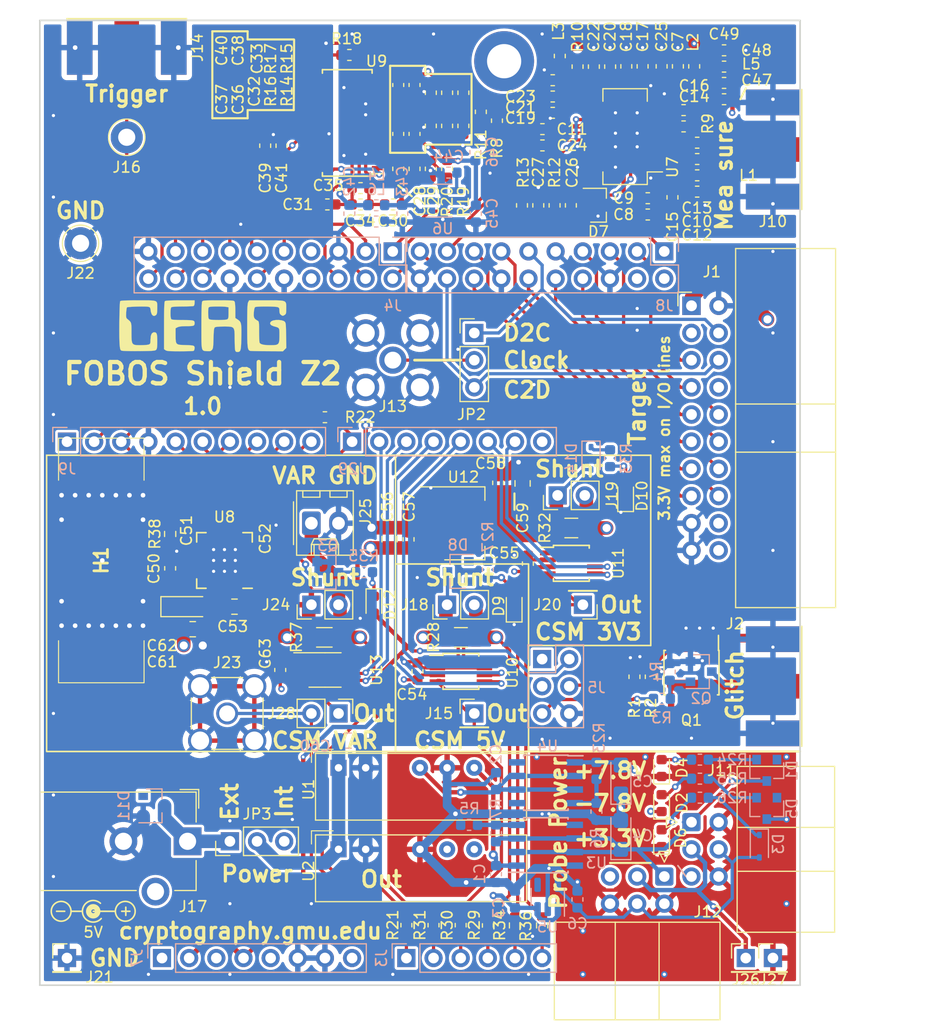
<source format=kicad_pcb>
(kicad_pcb (version 20221018) (generator pcbnew)
  (layers (0 "F.Cu" signal) (1 "In1.Cu" power) (2 "In2.Cu" power) (31 "B.Cu" signal) (34 "B.Paste" user) (35 "F.Paste" user) (36 "B.SilkS" user "B.Silkscreen") (37 "F.SilkS" user "F.Silkscreen") (38 "B.Mask" user) (39 "F.Mask" user) (44 "Edge.Cuts" user))
  (net 0 "")
  (net 1 "Net-(U1-VOUT+)")
  (net 2 "Net-(U1-VOUT-)")
  (net 3 "Net-(U2-VOUT+)")
  (net 4 "Net-(U7-ENBL)")
  (net 5 "Net-(U7-INH)")
  (net 6 "GND")
  (net 7 "VCC3V3")
  (net 8 "VCC5V0")
  (net 9 "Net-(U7-VOH)")
  (net 10 "Net-(C13-Pad2)")
  (net 11 "Net-(U7-VIP)")
  (net 12 "Net-(U7-LOP)")
  (net 13 "Net-(U7-LMD2)")
  (net 14 "Net-(U7-VIN)")
  (net 15 "Net-(U7-LON)")
  (net 16 "Net-(U7-VCM)")
  (net 17 "Net-(U7-VPOS)")
  (net 18 "Net-(U7-CLMP)")
  (net 19 "Net-(C10-Pad2)")
  (net 20 "Net-(U7-VOL)")
  (net 21 "Net-(C11-Pad1)")
  (net 22 "GNDA")
  (net 23 "Net-(C24-Pad1)")
  (net 24 "Net-(U7-GAIN)")
  (net 25 "Net-(U9-VREF)")
  (net 26 "Net-(C27-Pad2)")
  (net 27 "Net-(U9-REFB)")
  (net 28 "Net-(U9-REFT)")
  (net 29 "Net-(U9-VIN+)")
  (net 30 "ADC_CLK")
  (net 31 "Net-(U9-VIN-)")
  (net 32 "VDDA")
  (net 33 "Net-(U6-INH)")
  (net 34 "Net-(U6-BYP)")
  (net 35 "ADC_OR")
  (net 36 "VCC")
  (net 37 "Net-(U8-SS)")
  (net 38 "Net-(J24-Pin_1)")
  (net 39 "Net-(U8-FB)")
  (net 40 "5Vclean")
  (net 41 "Net-(D1-A)")
  (net 42 "Net-(D2-A)")
  (net 43 "Net-(D4-A)")
  (net 44 "Net-(D5-A)")
  (net 45 "Net-(D6-A)")
  (net 46 "VGA_GAIN")
  (net 47 "VGA_HILO")
  (net 48 "GlitchLP")
  (net 49 "Glitch")
  (net 50 "ADC_D0")
  (net 51 "ADC_D1")
  (net 52 "ADC_D2")
  (net 53 "ADC_D3")
  (net 54 "ADC_D4")
  (net 55 "ADC_D9")
  (net 56 "ADC_D8")
  (net 57 "ADC_D7")
  (net 58 "ADC_D6")
  (net 59 "ADC_D5")
  (net 60 "Trigger")
  (net 61 "PWR0")
  (net 62 "PWR1")
  (net 63 "PWR2")
  (net 64 "PWR3")
  (net 65 "PWR4")
  (net 66 "PWR5")
  (net 68 "Net-(D8-A)")
  (net 69 "Net-(D9-A)")
  (net 70 "/Power/-7V8P")
  (net 71 "/Power/+7V8P")
  (net 72 "Net-(D10-A)")
  (net 73 "/Power/GNDP")
  (net 74 "Net-(D11-K)")
  (net 75 "/Power/3V3P")
  (net 76 "Net-(D12-K)")
  (net 77 "Net-(J2-In)")
  (net 78 "PWR_PG")
  (net 79 "PWR_EN")
  (net 81 "/Ardu/A0")
  (net 82 "/Ardu/A1")
  (net 83 "/Ardu/A2")
  (net 84 "CSM3V3Gain0")
  (net 85 "/Ardu/A3")
  (net 86 "CSM3V3Gain1")
  (net 87 "CSM3V3Cur")
  (net 88 "CSM5VCur")
  (net 89 "CSM5VGain0")
  (net 90 "CSM5VGain1")
  (net 92 "Net-(J10-In)")
  (net 93 "Net-(J11-Pin_3)")
  (net 94 "Net-(J13-In)")
  (net 95 "Net-(J28-Pin_1)")
  (net 96 "Net-(Q1-G)")
  (net 97 "VU_CK")
  (net 98 "/Ardu/A4")
  (net 99 "CSMVarGain1")
  (net 100 "/Ardu/A5")
  (net 101 "CSMVarGain0")
  (net 102 "CSMVarCur")
  (net 103 "FD2C_CLK")
  (net 104 "FC_RST")
  (net 105 "FC2D_CLK")
  (net 106 "FC_IO")
  (net 107 "FD_VREF")
  (net 108 "FD_TF")
  (net 109 "FC_DIO0")
  (net 110 "FC2D_HS")
  (net 111 "FC_DIO1")
  (net 112 "FD2C_HS")
  (net 113 "FC_DIO2")
  (net 114 "FC_PROG")
  (net 115 "FC_DIO3")
  (net 116 "FC_5V")
  (net 117 "FC_3V3")
  (net 118 "FC_Var")
  (net 119 "Net-(Q2-G)")
  (net 120 "Net-(Q3-D)")
  (net 121 "Net-(U3-ADJ)")
  (net 122 "/Ardu/JA2_P")
  (net 123 "/Ardu/JA2_N")
  (net 124 "Net-(U4-ADJ)")
  (net 125 "Net-(U9-MODE)")
  (net 133 "/Ardu/AR_IO0")
  (net 134 "/Ardu/SDA")
  (net 135 "/Ardu/MISO")
  (net 136 "/Ardu/SCK")
  (net 137 "Net-(D14-A)")
  (net 138 "Net-(D3-K)")
  (net 139 "Net-(D14-K)")
  (footprint "Resistor_SMD:R_0603_1608Metric" (layer "F.Cu") (at 92.456 67.183546 90)
    (fp_text reference "R1")
    (fp_text value "1R")
  )
  (footprint "cerg:SMA-JOHNSON-142-0701-801" (layer "F.Cu") (at 44.958 8.382)
    (fp_text reference "J14")
    (fp_text value "Trigger")
  )
  (footprint "cerg:SMA-JOHNSON-142-0701-801" (layer "F.Cu") (at 105.41 68.072 -90)
    (fp_text reference "J2")
    (fp_text value "Glitch")
  )
  (footprint "Resistor_SMD:R_0603_1608Metric" (layer "F.Cu") (at 93.98 67.183546 -90)
    (fp_text reference "R2")
    (fp_text value "10k")
  )
  (footprint "Capacitor_SMD:C_0603_1608Metric" (layer "F.Cu") (at 72.156 66.675 90)
    (fp_text reference "C54")
    (fp_text value "100n")
  )
  (footprint "Resistor_SMD:R_0603_1608Metric" (layer "F.Cu") (at 78.74 90.424 90)
    (fp_text reference "R29")
    (fp_text value "1k69 1%")
  )
  (footprint "cerg:BarrelJack_CUI_PJ-102AH_Horizontal" (layer "F.Cu") (at 50.65 82.562 -90)
    (fp_text reference "J17")
    (fp_text value "Barrel_Jack_Switch")
  )
  (footprint "LED_SMD:LED_0603_1608Metric" (layer "F.Cu") (at 81.203 60.579 90)
    (fp_text reference "D9")
    (fp_text value "green")
  )
  (footprint "Capacitor_SMD:C_0603_1608Metric" (layer "F.Cu") (at 100.838 13.208)
    (fp_text reference "C47")
    (fp_text value "10n")
  )
  (footprint "Capacitor_SMD:C_0603_1608Metric" (layer "F.Cu") (at 100.838 10.16 180)
    (fp_text reference "C48")
    (fp_text value "100n")
  )
  (footprint "Package_TO_SOT_SMD:SOT-223-3_TabPin2" (layer "F.Cu") (at 76.556 52.8445)
    (fp_text reference "U12")
    (fp_text value "LD1117S33TR_SOT223")
  )
  (footprint "LED_SMD:LED_0603_1608Metric" (layer "F.Cu") (at 91.63 50.2575 90)
    (fp_text reference "D10")
    (fp_text value "green")
  )
  (footprint "Capacitor_SMD:C_0603_1608Metric" (layer "F.Cu") (at 71.324 54.343 90)
    (fp_text reference "C57")
    (fp_text value "100n")
  )
  (footprint "TestPoint:TestPoint_Loop_D2.60mm_Drill1.6mm_Beaded" (layer "F.Cu") (at 40.64 26.67)
    (fp_text reference "J22")
    (fp_text value "GND")
  )
  (footprint "Package_SO:MSOP-8_3x3mm_P0.65mm" (layer "F.Cu") (at 76.22 66.675)
    (fp_text reference "U10")
    (fp_text value "INA225")
  )
  (footprint "LED_SMD:LED_0603_1608Metric" (layer "F.Cu") (at 68.082 60.452 -90)
    (fp_text reference "D12")
    (fp_text value "green")
  )
  (footprint "Resistor_SMD:R_1206_3216Metric" (layer "F.Cu") (at 86.55 53.28)
    (fp_text reference "R32")
    (fp_text value "0R1")
  )
  (footprint "Inductor_SMD:L_0603_1608Metric" (layer "F.Cu") (at 100.838 11.684)
    (fp_text reference "L5")
    (fp_text value "1k/500mA")
  )
  (footprint "Connector_PinHeader_2.54mm:PinHeader_1x02_P2.54mm_Vertical" (layer "F.Cu") (at 85.27 50.232 90)
    (fp_text reference "J19")
    (fp_text value "Conn_01x02")
  )
  (footprint "Connector_PinHeader_2.54mm:PinHeader_1x03_P2.54mm_Vertical" (layer "F.Cu") (at 77.47 35.052)
    (fp_text reference "JP2")
    (fp_text value "ExtClkSel")
  )
  (footprint "Capacitor_SMD:C_0603_1608Metric" (layer "F.Cu") (at 100.838 8.636 180)
    (fp_text reference "C49")
    (fp_text value "2u2")
  )
  (footprint "Resistor_SMD:R_0603_1608Metric" (layer "F.Cu") (at 73.66 90.3985 90)
    (fp_text reference "R31")
    (fp_text value "1k69 1%")
  )
  (footprint "cerg:SMA-JOHNSON-142-0701-801" (layer "F.Cu") (at 105.41 17.907 -90)
    (fp_text reference "J10")
    (fp_text value "ADCin")
  )
  (footprint "Capacitor_SMD:C_0603_1608Metric" (layer "F.Cu") (at 57.912 17.5515 -90)
    (fp_text reference "C39")
    (fp_text value "100n")
  )
  (footprint "cerg:QSOP-20_3.9x8.7mm_P0.635mm" (layer "F.Cu") (at 91.5797 16.7005 180)
    (fp_text reference "U7")
    (fp_text value "AD8331")
  )
  (footprint "Resistor_SMD:R_0603_1608Metric" (layer "F.Cu") (at 84.984 23.1265 -90)
    (fp_text reference "R12")
    (fp_text value "2k")
  )
  (footprint "Resistor_SMD:R_0603_1608Metric" (layer "F.Cu") (at 76.454 15.699855 90)
    (fp_text reference "R14")
    (fp_text value "1k")
  )
  (footprint "Capacitor_SMD:C_0603_1608Metric" (layer "F.Cu") (at 93.7005 23.982 180)
    (fp_text reference "C8")
    (fp_text value "100n")
  )
  (footprint "Inductor_SMD:L_0603_1608Metric" (layer "F.Cu") (at 85.471 9.1695 90)
    (fp_text reference "L3")
    (fp_text value "1k/500mA")
  )
  (footprint "Capacitor_SMD:C_0603_1608Metric" (layer "F.Cu") (at 93.218 10.1345 -90)
    (fp_text reference "C17")
    (fp_text value "1nF")
  )
  (footprint "Resistor_SMD:R_0603_1608Metric" (layer "F.Cu") (at 74.93 12.600855 90)
    (fp_text reference "R17")
    (fp_text value "1k")
  )
  (footprint "Capacitor_SMD:C_0603_1608Metric" (layer "F.Cu") (at 86.508 23.1265 90)
    (fp_text reference "C26")
    (fp_text value "1uF")
  )
  (footprint "Resistor_SMD:R_0603_1608Metric" (layer "F.Cu") (at 65.786 9.070355 180)
    (fp_text reference "R18")
    (fp_text value "100R")
  )
  (footprint "Resistor_SMD:R_0603_1608Metric" (layer "F.Cu") (at 79.59118 15.2145 90)
    (fp_text reference "R8")
    (fp_text value "33R, 0.5%")
  )
  (footprint "Capacitor_SMD:C_0603_1608Metric" (layer "F.Cu") (at 73.406 15.699855 -90)
    (fp_text reference "C32")
    (fp_text value "100p")
  )
  (footprint "Capacitor_SMD:C_0603_1608Metric" (layer "F.Cu") (at 84.8105 11.43)
    (fp_text reference "C23")
    (fp_text value "1uF")
  )
  (footprint "Capacitor_SMD:C_0603_1608Metric" (layer "F.Cu") (at 66.8275 21.516355)
    (fp_text reference "C35")
    (fp_text value "10u")
  )
  (footprint "Capacitor_SMD:C_0603_1608Metric" (layer "F.Cu") (at 83.46 23.1265 -90)
    (fp_text reference "C27")
    (fp_text value "1uF")
  )
  (footprint "Capacitor_SMD:C_0603_1608Metric" (layer "F.Cu") (at 70.358 11.877355 90)
    (fp_text reference "C40")
    (fp_text value "10n")
  )
  (footprint "Capacitor_SMD:C_0603_1608Metric" (layer "F.Cu") (at 91.694 10.1345 -90)
    (fp_text reference "C18")
    (fp_text value "100n")
  )
  (footprint "Capacitor_SMD:C_0603_1608Metric" (layer "F.Cu") (at 63.7285 23.040355 180)
    (fp_text reference "C31")
    (fp_text value "100n")
  )
  (footprint "Capacitor_SMD:C_0603_1608Metric" (layer "F.Cu") (at 71.882 19.712855 90)
    (fp_text reference "C29")
    (fp_text value "10u")
  )
  (footprint "Capacitor_SMD:C_0603_1608Metric" (layer "F.Cu") (at 88.6585 10.16 -90)
    (fp_text reference "C22")
    (fp_text value "100n")
  )
  (footprint "Capacitor_SMD:C_0603_1608Metric" (layer "F.Cu") (at 84.8105 14.478)
    (fp_text reference "C19")
    (fp_text value "1nF")
  )
  (footprint "Capacitor_SMD:C_0603_1608Metric" (layer "F.Cu") (at 83.8455 16.002)
    (fp_text reference "C11")
    (fp_text value "100n")
  )
  (footprint "Resistor_SMD:R_0603_1608Metric" (layer "F.Cu") (at 87.1345 10.16 -90)
    (fp_text reference "R10")
    (fp_text value "10k")
  )
  (footprint "Capacitor_SMD:C_0603_1608Metric" (layer "F.Cu") (at 93.7005 22.458 180)
    (fp_text reference "C9")
    (fp_text value "1nF")
  )
  (footprint "Resistor_SMD:R_0603_1608Metric" (layer "F.Cu") (at 73.406 19.712855 90)
    (fp_text reference "R20")
    (fp_text value "1k")
  )
  (footprint "Capacitor_SMD:C_0603_1608Metric" (layer "F.Cu") (at 59.436 17.5515 -90)
    (fp_text reference "C41")
    (fp_text value "10n")
  )
  (footprint "Capacitor_SMD:C_0603_1608Metric" (layer "F.Cu") (at 71.882 16.449355 -90)
    (fp_text reference "C36")
    (fp_text value "100n")
  )
  (footprint "Capacitor_SMD:C_0603_1608Metric" (layer "F.Cu") (at 90.1825 10.16 -90)
    (fp_text reference "C20")
    (fp_text value "1nF")
  )
  (footprint "Capacitor_SMD:C_0603_1608Metric" (layer "F.Cu") (at 69.8755 23.040355)
    (fp_text reference "C30")
    (fp_text value "100n")
  )
  (footprint "Resistor_SMD:R_0603_1608Metric" (layer "F.Cu") (at 81.936 23.1265 90)
    (fp_text reference "R13")
    (fp_text value "2k")
  )
  (footprint "Capacitor_SMD:C_0603_1608Metric" (layer "F.Cu") (at 70.358 19.712855 90)
    (fp_text reference "C28")
    (fp_text value "100n")
  )
  (footprint "Capacitor_SMD:C_0603_1608Metric" (layer "F.Cu") (at 84.8105 12.954)
    (fp_text reference "C21")
    (fp_text value "100n")
  )
  (footprint "Resistor_SMD:R_0603_1608Metric" (layer "F.Cu") (at 78.08568 14.386355 90)
    (fp_text reference "R11")
    (fp_text value "33R, 0.5%")
  )
  (footprint "Capacitor_SMD:C_0603_1608Metric" (layer "F.Cu") (at 73.406 12.600855 -90)
    (fp_text reference "C33")
    (fp_text value "100p")
  )
  (footprint "Capacitor_SMD:C_0603_1608Metric" (layer "F.Cu") (at 66.8275 23.040355)
    (fp_text reference "C34")
    (fp_text value "100n")
  )
  (footprint "Resistor_SMD:R_0603_1608Metric" (layer "F.Cu") (at 74.93 19.712855 90)
    (fp_text reference "R19")
    (fp_text value "2k")
  )
  (footprint "Capacitor_SMD:C_0603_1608Metric" (layer "F.Cu") (at 70.358 16.449355 -90)
    (fp_text reference "C37")
    (fp_text value "10n")
  )
  (footprint "Capacitor_SMD:C_0603_1608Metric" (layer "F.Cu") (at 71.882 11.877355 90)
    (fp_text reference "C38")
    (fp_text value "100n")
  )
  (footprint "Resistor_SMD:R_0603_1608Metric" (layer "F.Cu") (at 74.93 15.699855 -90)
    (fp_text reference "R16")
    (fp_text value "1k")
  )
  (footprint "Package_TO_SOT_SMD:SOT-23" (layer "F.Cu") (at 89.064 23.114)
    (fp_text reference "D7")
    (fp_text value "BAV99")
  )
  (footprint "Capacitor_SMD:C_0603_1608Metric" (layer "F.Cu") (at 83.8455 17.526)
    (fp_text reference "C24")
    (fp_text value "100n")
  )
  (footprint "Resistor_SMD:R_0603_1608Metric" (layer "F.Cu") (at 63.5 42.926 180)
    (fp_text reference "R22")
    (fp_text value "22K")
  )
  (footprint "Capacitor_SMD:C_0805_2012Metric" (layer "F.Cu") (at 69.546 54.32 90)
    (fp_text reference "C56")
    (fp_text value "10uF")
  )
  (footprint "Capacitor_SMD:C_0805_2012Metric" (layer "F.Cu") (at 81.992 49.113 90)
    (fp_text reference "C59")
    (fp_text value "10uF")
  )
  (footprint "Capacitor_SMD:C_0805_2012Metric" (layer "F.Cu") (at 51.1325 62.738)
    (fp_text reference "C61")
    (fp_text value "10uF, 10V")
  )
  (footprint "Connector_PinHeader_2.54mm:PinHeader_1x01_P2.54mm_Vertical" (layer "F.Cu") (at 87.63 60.452 180)
    (fp_text reference "J20")
    (fp_text value "CSM3V3Cur")
  )
  (footprint "Package_SO:SOIC-8_3.9x4.9mm_P1.27mm" (layer "F.Cu") (at 97.79 66.795046 -90)
    (fp_text reference "Q1")
    (fp_text value "IRF7807Z")
  )
  (footprint "Capacitor_SMD:C_0805_2012Metric" (layer "F.Cu") (at 55.0395 60.631786 180)
    (fp_text reference "C53")
    (fp_text value "10uF")
  )
  (footprint "Connector_PinHeader_2.54mm:PinHeader_1x03_P2.54mm_Vertical" (layer "F.Cu") (at 54.61 82.562 90)
    (fp_text reference "JP3")
    (fp_text value "Power Ext or int")
  )
  (footprint "Inductor_SMD:L_0402_1005Metric" (layer "F.Cu") (at 100.838 20.32)
    (fp_text reference "L1")
    (fp_text value "120nH")
  )
  (footprint "cerg:573100D00010G" (layer "F.Cu") (at 42.58 56.313786 90)
    (fp_text reference "H1")
    (fp_text value "573100D00010G" hide)
  )
  (footprint "Resistor_SMD:R_0603_1608Metric" (layer "F.Cu") (at 76.454 12.600855 -90)
    (fp_text reference "R15")
    (fp_text value "1k")
  )
  (footprint "Capacitor_SMD:C_0603_1608Metric" (layer "F.Cu") (at 97.0535 15.748)
    (fp_text reference "C14")
    (fp_text value "100n")
  )
  (footprint "Capacitor_SMD:C_0603_1608Metric" (layer "F.Cu") (at 97.0535 14.224)
    (fp_text reference "C16")
    (fp_text value "100n")
  )
  (footprint "Capacitor_SMD:C_0603_1608Metric" (layer "F.Cu") (at 98.3235 21.844 180)
    (fp_text reference "C12")
    (fp_text value "22pF")
  )
  (footprint "Capacitor_SMD:C_0603_1608Metric" (layer "F.Cu") (at 98.3235 18.796)
    (fp_text reference "C13")
    (fp_text value "18nF")
  )
  (footprint "Resistor_SMD:R_0603_1608Metric" (layer "F.Cu") (at 98.3235 17.272)
    (fp_text reference "R9")
    (fp_text value "274R")
  )
  (footprint "Capacitor_SMD:C_0603_1608Metric" (layer "F.Cu") (at 98.3235 20.32)
    (fp_text reference "C10")
    (fp_text value "100n")
  )
  (footprint "Package_SO:MSOP-8_3x3mm_P0.65mm" (layer "F.Cu") (at 86.55 56.582)
    (fp_text reference "U11")
    (fp_text value "INA225")
  )
  (footprint "Connector_PinHeader_2.54mm:PinHeader_1x02_P2.54mm_Vertical" (layer "F.Cu") (at 74.93 60.452 90)
    (fp_text reference "J18")
    (fp_text value "Conn_01x02")
  )
  (footprint "Connector_PinHeader_2.54mm:PinHeader_1x01_P2.54mm_Vertical" (layer "F.Cu") (at 77.47 70.612)
    (fp_text reference "J15")
    (fp_text value "CSM5VCur")
  )
  (footprint "Converter_DCDC:Converter_DCDC_muRata_NMAxxxxSC_THT" (layer "F.Cu") (at 64.77 75.692 90)
    (fp_text reference "U1")
    (fp_text value "RB-0509D")
  )
  (footprint "Resistor_SMD:R_0603_1608Metric" (layer "F.Cu") (at 71.12 90.3985 90)
    (fp_text reference "R21")
    (fp_text value "1k69 1%")
  )
  (footprint "cerg:cerg" (layer "F.Cu") (at 52.07 34.417)
    (fp_text reference "G***" hide)
    (fp_text value "LOGO" hide)
  )
  (footprint "Resistor_SMD:R_1206_3216Metric" (layer "F.Cu") (at 76.22 63.5)
    (fp_text reference "R28")
    (fp_text value "0R1")
  )
  (footprint "Package_SO:TSSOP-28_4.4x9.7mm_P0.65mm" (layer "F.Cu") (at 65.588 15.420355 180)
    (fp_text reference "U9")
    (fp_text value "AD9215")
  )
  (footprint "Inductor_SMD:L_0603_1608Metric" (layer "F.Cu") (at 98.044 10.1345 90)
    (fp_text reference "L2")
    (fp_text value "1k/500mA")
  )
  (footprint "Capacitor_SMD:C_0603_1608Metric" (layer "F.Cu") (at 96.52 10.1345 -90)
    (fp_text reference "C7")
    (fp_text value "1uF")
  )
  (footprint "Capacitor_SMD:C_0603_1608Metric" (layer "F.Cu") (at 94.996 10.1345 -90)
    (fp_text reference "C25")
    (fp_text value "100n")
  )
  (footprint "cerg:SMA-JOHNSON-142-0701-201" (layer "F.Cu") (at 69.85 37.592)
    (fp_text reference "J13")
    (fp_text value "Clock")
  )
  (footprint "Connector_IDC:IDC-Header_2x10_P2.54mm_Horizontal" (layer "F.Cu") (at 97.79 32.512)
    (fp_text reference "J1")
    (fp_text value "Target")
  )
  (footprint "Symbol:Symbol_Barrel_Polarity" (layer "F.Cu") (at 41.823 89.027)
    (fp_text reference "REF**" hide)
    (fp_text value "Symbol_Barrel_Polarity")
  )
  (footprint "Capacitor_SMD:C_0603_1608Metric" (layer "F.Cu") (at 59.319 66.548 90)
    (fp_text reference "C63")
    (fp_text value "100n")
  )
  (footprint "Connector_PinHeader_2.54mm:PinHeader_1x02_P2.54mm_Vertical" (layer "F.Cu") (at 62.23 60.452 90)
    (fp_text reference "J24")
    (fp_text value "Conn_01x02")
  )
  (footprint "Connector_Molex:Molex_KK-254_AE-6410-02A_1x02_P2.54mm_Vertical" (layer "F.Cu") (at 62.23 52.832)
    (fp_text reference "J25")
    (fp_text value "V_Var")
  )
  (footprint "Resistor_SMD:R_0603_1608Metric" (layer "F.Cu") (at 81.28 90.424 90)
    (fp_text reference "R34")
    (fp_text value "1k69 1%")
  )
  (footprint "Resistor_SMD:R_0603_1608Metric" (layer "F.Cu") (at 83.82 90.424 90)
    (fp_text reference "R36")
    (fp_text value "1k69 1%")
  )
  (footprint "Resistor_SMD:R_1206_3216Metric" (layer "F.Cu") (at 63.4445 63.5)
    (fp_text reference "R37")
    (fp_text value "0R1")
  )
  (footprint "Package_SO:MSOP-8_3x3mm_P0.65mm" (layer "F.Cu") (at 63.51 66.548)
    (fp_text reference "U13")
    (fp_text value "INA225")
  )
  (footprint "LED_SMD:LED_0603_1608Metric" (layer "F.Cu") (at 94.996 75.7175 90)
    (fp_text reference "D4")
    (fp_text value "green")
  )
  (footprint "LED_SMD:LED_0603_1608Metric" (layer "F.Cu") (at 94.996 78.994 90)
    (fp_text reference "D2")
    (fp_text value "green")
  )
  (footprint "LED_SMD:LED_0603_1608Metric" (layer "F.Cu") (at 94.996 82.2705 90)
    (fp_text reference "D6")
    (fp_text value "green")
  )
  (footprint "Connector_IDC:IDC-Header_2x03_P2.54mm_Horizontal" (layer "F.Cu") (at 97.79 80.772)
    (fp_text reference "J11")
    (fp_text value "PP1")
  )
  (footprint "Connector_IDC:IDC-Header_2x03_P2.54mm_Horizontal" (layer "F.Cu") (at 95.25 85.852 -90)
    (fp_text reference "J12")
    (fp_text value "PP2")
  )
  (footprint "Converter_DCDC:Converter_DCDC_muRata_NMAxxxxSC_THT" (layer "F.Cu") (at 64.77 83.312 90)
    (fp_text reference "U2")
    (fp_text value "REE-0505S")
  )
  (footprint "Capacitor_SMD:C_0603_1608Metric" (layer "F.Cu") (at 79.706 49.06 90)
    (fp_text reference "C58")
    (fp_text value "100n")
  )
  (footprint "Capacitor_SMD:C_0603_1608Metric" (layer "F.Cu") (at 82.486 56.6075 90)
    (fp_text reference "C55")
    (fp_text value "100n")
  )
  (footprint "Capacitor_SMD:C_0603_1608Metric" (layer "F.Cu") (at 96.012 22.3775 90)
    (fp_text reference "C15")
    (fp_text value "100n")
  )
  (footprint "MountingHole:MountingHole_3.2mm_M3_DIN965_Pad_TopBottom" (layer "F.Cu") (at 80.264 9.652)
    (fp_text reference "H3")
    (fp_text value "MountingHole")
  )
  (footprint "Connector_PinHeader_2.54mm:PinHeader_1x01_P2.54mm_Vertical" (layer "F.Cu") (at 39.37 93.472)
    (fp_text reference "J21")
    (fp_text value "GND")
  )
  (footprint "Connector_PinHeader_2.54mm:PinHeader_1x01_P2.54mm_Vertical" (layer "F.Cu") (at 102.87 93.472)
    (fp_text reference "J26")
    (fp_text value "AUX")
  )
  (footprint "Connector_PinHeader_2.54mm:PinHeader_1x01_P2.54mm_Vertical" (layer "F.Cu") (at 105.41 93.472)
    (fp_text reference "J27")
    (fp_text value "GNDP")
  )
  (footprint "Resistor_SMD:R_0603_1608Metric" (layer "F.Cu") (at 76.2 90.3985 90)
    (fp_text reference "R30")
    (fp_text value "1k69 1%")
  )
  (footprint "Capacitor_SMD:C_0402_1005Metric" (layer "F.Cu") (at 57.912 56.590786 90)
    (fp_text reference "C52")
    (fp_text value "220p")
  )
  (footprint "Capacitor_SMD:C_0603_1608Metric" (layer "F.Cu") (at 49.022 57.050286 90)
    (fp_text reference "C50")
    (fp_text value "1uF")
  )
  (footprint "Capacitor_SMD:C_0402_1005Metric" (layer "F.Cu") (at 50.292 55.828786 90)
    (fp_text reference "C51")
    (fp_text value "10n")
  )
  (footprint "Capacitor_Tantalum_SMD:CP_EIA-3216-18_Kemet-A" (layer "F.Cu") (at 50.466 60.631786)
    (fp_text reference "C62")
    (fp_text value "1uF")
  )
  (footprint "Package_DFN_QFN:Texas_VQFN-RGW-20" (layer "F.Cu") (at 54.102 56.313786 180)
    (fp_text reference "U8")
    (fp_text value "TPS7A7100_VQFN20")
  )
  (footprint "Resistor_SMD:R_0603_1608Metric" (layer "F.Cu") (at 49.022 53.836786 90)
    (fp_text reference "R38")
    (fp_text value "10k")
  )
  (footprint "Connector_Coaxial:SMA_Amphenol_901-144_Vertical" (layer "F.Cu") (at 54.356 70.612)
    (fp_text reference "J23")
    (fp_text value "Power")
  )
  (footprint "Connector_PinHeader_2.54mm:PinHeader_1x02_P2.54mm_Vertical" (layer "F.Cu") (at 64.77 70.612 -90)
    (fp_text reference "J28")
    (fp_text value "CSM5VCur")
  )
  (footprint "TestPoint:TestPoint_Loop_D2.60mm_Drill1.6mm_Beaded" (layer "F.Cu") (at 44.958 16.764)
    (fp_text reference "J16")
    (fp_text value "Conn_01x01")
  )
  (footprint "Resistor_SMD:R_0603_1608Metric" (layer "B.Cu") (at 95.0215 69.241046)
    (fp_text reference "R3")
    (fp_text value "1R")
  )
  (footprint "Resistor_SMD:R_0603_1608Metric" (layer "B.Cu") (at 95.758 66.726546 90)
    (fp_text reference "R4")
    (fp_text value "10k")
  )
  (footprint "Connector_PinSocket_2.54mm:PinSocket_2x03_P2.54mm_Vertical" (layer "B.Cu") (at 83.82 65.532 180)
    (fp_text reference "J5")
    (fp_text value "SPI")
  )
  (footprint "Connector_PinHeader_2.54mm:PinHeader_1x08_P2.54mm_Vertical" (layer "B.Cu") (at 48.26 93.472 -90)
    (fp_text reference "J7")
    (fp_text value "Power")
  )
  (footprint "Resistor_SMD:R_0603_1608Metric" (layer "B.Cu") (at 78.74 57.1755 -90)
    (fp_text reference "R27")
    (fp_text value "330R")
  )
  (footprint "Diode_SMD:D_SOT-23_ANK" (layer "B.Cu") (at 75.962 57.338 180)
    (fp_text reference "D8")
    (fp_text value "3V9")
  )
  (footprint "cerg:PinSocket_2x10_P2.54mm_Vertical" (layer "B.Cu") (at 95.24177 27.432 90)
    (fp_text reference "J8")
    (fp_text value "IOL")
  )
  (footprint "Resistor_SMD:R_0603_1608Metric" (layer "B.Cu") (at 98.5775 74.93)
    (fp_text reference "R24")
    (fp_text value "100R")
  )
  (footprint "cerg:PinSocket_2x10_P2.54mm_Vertical" (layer "B.Cu") (at 69.84177 27.432 90)
    (fp_text reference "J4")
    (fp_text value "IOH")
  )
  (footprint "Package_TO_SOT_SMD:SOT-23" (layer "B.Cu") (at 98.695 66.701046)
    (fp_text reference "Q2")
    (fp_text value "IRLML2502")
  )
  (footprint "Capacitor_SMD:C_0603_1608Metric" (layer "B.Cu") (at 77.5716 18.1609 -90)
    (fp_text reference "C46")
    (fp_text value "100n")
  )
  (footprint "Package_TO_SOT_SMD:TSOT-23-5" (layer "B.Cu") (at 74.5128 22.7076)
    (fp_text reference "U6")
    (fp_text value "LP3985IM5-3.0")
  )
  (footprint "Capacitor_SMD:C_0603_1608Metric" (layer "B.Cu") (at 77.6224 23.9015 90)
    (fp_text reference "C45")
    (fp_text value "1uF")
  )
  (footprint "Capacitor_SMD:C_0603_1608Metric" (layer "B.Cu") (at 70.739 23.9015 90)
    (fp_text reference "C43")
    (fp_text value "1uF")
  )
  (footprint "Capacitor_SMD:C_0603_1608Metric" (layer "B.Cu") (at 65.786 23.9015 90)
    (fp_text reference "C42")
    (fp_text value "100n")
  )
  (footprint "Inductor_SMD:L_0603_1608Metric" (layer "B.Cu") (at 68.3005 23.114 180)
    (fp_text reference "L4")
    (fp_text value "1k/500mA")
  )
  (footprint "Resistor_SMD:R_0603_1608Metric" (layer "B.Cu") (at 98.5775 78.486 180)
    (fp_text reference "R26")
    (fp_text value "330R")
  )
  (footprint "Capacitor_SMD:C_0805_2012Metric" (layer "B.Cu") (at 65.7075 73.152)
    (fp_text reference "C60")
    (fp_text value "10uF, 10V")
  )
  (footprint "Resistor_SMD:R_0603_1608Metric" (layer "B.Cu") (at 67.1575 57.404)
    (fp_text reference "R35")
    (fp_text value "470R")
  )
  (footprint "Capacitor_SMD:C_0603_1608Metric" (layer "B.Cu") (at 75.0571 20.066)
    (fp_text reference "C44")
    (fp_text value "10n")
  )
  (footprint "Resistor_SMD:R_0603_1608Metric" (layer "B.Cu") (at 79.502 81.8135 90)
    (fp_text reference "R7")
    (fp_text value "240R, 1%")
  )
  (footprint "Diode_SMD:D_SOT-23_ANK" (layer "B.Cu") (at 104.836 75.93 -90)
    (fp_text reference "D1")
    (fp_text value "5V1")
  )
  (footprint "Capacitor_SMD:C_0603_1608Metric" (layer "B.Cu") (at 87.122 87.9931 90)
    (fp_text reference "C6")
    (fp_text value "1uF")
  )
  (footprint "Resistor_SMD:R_0603_1608Metric" (layer "B.Cu") (at 76.9875 81.026 180)
    (fp_text reference "R5")
    (fp_text value "1K2, 1%")
  )
  (footprint "Capacitor_Tantalum_SMD:CP_EIA-3216-18_Kemet-A" (layer "B.Cu") (at 91.186 81.962 90)
    (fp_text reference "C4")
    (fp_text value "1uF")
  )
  (footprint "Capacitor_Tantalum_SMD:CP_EIA-3216-18_Kemet-A" (layer "B.Cu") (at 91.186 76.788 90)
    (fp_text reference "C5")
    (fp_text value "1uF")
  )
  (footprint "Package_SO:SOIC-8_3.9x4.9mm_P1.27mm" (layer "B.Cu") (at 84.168 82.931)
    (fp_text reference "U3")
    (fp_text value "LM317L_SO8")
  )
  (footprint "Capacitor_SMD:C_0603_1608Metric" (layer "B.Cu") (at 81.28 87.9931 90)
    (fp_text reference "C3")
    (fp_text value "1uF")
  )
  (footprint "Package_SO:SOIC-8_3.9x4.9mm_P1.27mm" (layer "B.Cu") (at 84.168 77.089 180)
    (fp_text reference "U4")
    (fp_text value "LM337L_SO8")
  )
  (footprint "Package_TO_SOT_SMD:TSOT-23-5" (layer "B.Cu") (at 84.344 87.7646 90)
    (fp_text reference "U5")
    (fp_text value "LD59015")
  )
  (footprint "Capacitor_SMD:C_0603_1608Metric" (layer "B.Cu") (at 79.502 85.6235 -90)
    (fp_text reference "C1")
    (fp_text value "100n, 16V")
  )
  (footprint "Capacitor_SMD:C_0603_1608Metric" (layer "B.Cu") (at 79.502 76.9365 -90)
    (fp_text reference "C2")
    (fp_text value "100n, 16V")
  )
  (footprint "Resistor_SMD:R_0603_1608Metric" (layer "B.Cu") (at 88.9 79.7815 -90)
    (fp_text reference "R6")
    (fp_text value "1K2, 1%")
  )
  (footprint "Resistor_SMD:R_0603_1608Metric" (layer "B.Cu") (at 88.9 75.9715 -90)
    (fp_text reference "R23")
    (fp_text value "240R, 1%")
  )
  (footprint "Diode_SMD:D_SOT-23_ANK" (layer "B.Cu") (at 104.836 79.486 -90)
    (fp_text reference "D5")
    (fp_text value "5V1")
  )
  (footprint "Resistor_SMD:R_0603_1608Metric" (layer "B.Cu") (at 90.17 46.7615 -90)
    (fp_text reference "R33")
    (fp_text value "330R")
  )
  (footprint "Diode_SMD:D_SOT-23_ANK" (layer "B.Cu") (at 47.498 79.248)
    (fp_text reference "D11")
    (fp_text value "5V1")
  )
  (footprint "Resistor_SMD:R_0603_1608Metric" (layer "B.Cu") (at 98.5775 76.708)
    (fp_text reference "R25")
    (fp_text value "100R")
  )
  (footprint "Inductor_SMD:L_0603_1608Metric" (layer "B.Cu") (at 68.3005 24.638 180)
    (fp_text reference "L6")
    (fp_text value "1k/500mA")
  )
  (footprint "Package_TO_SOT_SMD:SOT-23" (layer "B.Cu") (at 63.77 57.404)
    (fp_text reference "Q3")
    (fp_text value "BSS138L")
  )
  (footprint "Connector_PinHeader_2.54mm:PinHeader_1x06_P2.54mm_Vertical" (layer "B.Cu") (at 71.12 93.472 -90)
    (fp_text reference "J3")
    (fp_text value "Analog")
  )
  (footprint "Connector_PinHeader_2.54mm:PinHeader_1x10_P2.54mm_Vertical" (layer "B.Cu") (at 39.37 45.212 -90)
    (fp_text reference "J9")
    (fp_text value "Digital2")
  )
  (footprint "Connector_PinHeader_2.54mm:PinHeader_1x08_P2.54mm_Vertical" (layer "B.Cu") (at 66.04 45.212 -90)
    (fp_text reference "J29")
    (fp_text value "Digital1")
  )
  (footprint "Diode_SMD:D_SOD-323" (layer "B.Cu") (at 88.392 46.77 -90)
    (fp_text reference "D14")
    (fp_text value "1N4148WS")
  )
  (footprint "Diode_SMD:D_SOD-323" (layer "B.Cu") (at 104.14 83.024 -90)
    (fp_text reference "D3")
    (fp_text value "1N4148WS")
  )
  (gr_line (start 96.52 84.836) (end 97.282 85.852) (stroke (width 0.15)) (layer "B.SilkS"))
  (gr_line (start 81.23 50.0505) (end 81.23 51.5745) (stroke (width 0.2)) (layer "F.SilkS"))
  (gr_line (start 72.898 10.086355) (end 69.596 10.086355) (stroke (width 0.2)) (layer "F.SilkS"))
  (gr_line (start 72.898 17.452355) (end 72.898 18.214355) (stroke (width 0.2)) (layer "F.SilkS"))
  (gr_line (start 72.898 10.086355) (end 72.898 10.848355) (stroke (width 0.2)) (layer "F.SilkS"))
  (gr_line (start 77.216 10.848355) (end 72.898 10.848355) (stroke (width 0.2)) (layer "F.SilkS"))
  (gr_line (start 56.26682 14.224) (end 56.26682 14.986) (stroke (width 0.2)) (layer "F.SilkS"))
  (gr_line (start 52.96482 14.986) (end 52.96482 6.858) (stroke (width 0.2)) (layer "F.SilkS"))
  (gr_line (start 60.58482 7.62) (end 56.26682 7.62) (stroke (width 0.2)) (layer "F.SilkS"))
  (gr_line (start 56.26682 14.986) (end 52.96482 14.986) (stroke (width 0.2)) (layer "F.SilkS"))
  (gr_line (start 60.58482 14.224) (end 56.26682 14.224) (stroke (width 0.2)) (layer "F.SilkS"))
  (gr_line (start 56.26682 6.858) (end 56.26682 7.62) (stroke (width 0.2)) (layer "F.SilkS"))
  (gr_line (start 56.26682 6.858) (end 52.96482 6.858) (stroke (width 0.2)) (layer "F.SilkS"))
  (gr_line (start 77.216 17.452355) (end 77.216 10.848355) (stroke (width 0.2)) (layer "F.SilkS"))
  (gr_line (start 102.362 13.208) (end 102.87 12.192) (stroke (width 0.2)) (layer "F.SilkS"))
  (gr_line (start 60.58482 14.224) (end 60.61682 7.6385) (stroke (width 0.2)) (layer "F.SilkS"))
  (gr_rect (start 37.465 46.482) (end 70.104 74.168) (stroke (width 0.15)) (fill none) (layer "F.SilkS"))
  (gr_line (start 93.98 64.262) (end 82.55 64.262) (stroke (width 0.15)) (layer "F.SilkS"))
  (gr_line (start 72.898 18.214355) (end 69.596 18.214355) (stroke (width 0.2)) (layer "F.SilkS"))
  (gr_line (start 69.85 46.482) (end 93.98 46.482) (stroke (width 0.15)) (layer "F.SilkS"))
  (gr_line (start 93.98 84.582) (end 90.17 84.582) (stroke (width 0.2)) (layer "F.SilkS"))
  (gr_line (start 69.596 18.214355) (end 69.596 10.086355) (stroke (width 0.2)) (layer "F.SilkS"))
  (gr_line (start 71.882 37.592) (end 76.2 37.592) (stroke (width 0.254)) (layer "F.SilkS"))
  (gr_line (start 82.296 74.168) (end 107.95 74.168) (stroke (width 0.2)) (layer "F.SilkS"))
  (gr_line (start 70.358 21.262355) (end 71.628 22.278355) (stroke (width 0.2)) (layer "F.SilkS"))
  (gr_line (start 93.98 46.482) (end 93.98 64.262) (stroke (width 0.15)) (layer "F.SilkS"))
  (gr_rect (start 70.104 56.642) (end 82.55 74.168) (stroke (width 0.15)) (fill none) (layer "F.SilkS"))
  (gr_line (start 77.216 17.452355) (end 72.898 17.452355) (stroke (width 0.2)) (layer "F.SilkS"))
  (gr_line (start 36.83 5.842) (end 107.95 5.842) (stroke (width 0.15)) (layer "Edge.Cuts"))
  (gr_line (start 107.95 5.842) (end 107.95 96.012) (stroke (width 0.15)) (layer "Edge.Cuts"))
  (gr_line (start 107.95 96.012) (end 36.83 96.012) (stroke (width 0.15)) (layer "Edge.Cuts"))
  (gr_line (start 36.83 96.012) (end 36.83 5.842) (stroke (width 0.15)) (layer "Edge.Cuts"))
  (gr_text "Trigger" (at 44.958 12.7) (layer "F.SilkS") (effects (font (size 1.5 1.5) (thickness 0.3))))
  (gr_text "CSM VAR" (at 63.5 73.152) (layer "F.SilkS") (effects (font (size 1.5 1.5) (thickness 0.3))))
  (gr_text "Power" (at 57.15 85.598) (layer "F.SilkS") (effects (font (size 1.5 1.5) (thickness 0.3))))
  (gr_text "+7.8V" (at 93.726 75.946) (layer "F.SilkS") (effects (font (size 1.5 1.5) (thickness 0.3)) (justify right)))
  (gr_text "-7.8V" (at 93.726 78.994) (layer "F.SilkS") (effects (font (size 1.5 1.5) (thickness 0.3)) (justify right)))
  (gr_text "+3.3V" (at 90.17 82.296) (layer "F.SilkS") (effects (font (size 1.5 1.5) (thickness 0.3))))
  (gr_text "Probe Power" (at 85.344 81.788 90) (layer "F.SilkS") (effects (font (size 1.5 1.5) (thickness 0.3))))
  (gr_text "Shunt" (at 63.5 57.912) (layer "F.SilkS") (effects (font (size 1.5 1.5) (thickness 0.3))))
  (gr_text "Out" (at 80.518 70.612) (layer "F.SilkS") (effects (font (size 1.5 1.5) (thickness 0.3))))
  (gr_text "Clock\n" (at 80.01 37.592) (layer "F.SilkS") (effects (font (size 1.5 1.5) (thickness 0.3)) (justify left)))
  (gr_text "Shunt" (at 86.36 47.752) (layer "F.SilkS") (effects (font (size 1.5 1.5) (thickness 0.3))))
  (gr_text "Int" (at 59.69 78.867 90) (layer "F.SilkS") (effects (font (size 1.5 1.5) (thickness 0.3))))
  (gr_text "+" (at 44.871 89.027) (layer "F.SilkS") (effects (font (size 1 1))))
  (gr_text "1.0" (at 52.07 41.91) (layer "F.SilkS") (effects (font (size 1.5 1.5) (thickness 0.3))))
  (gr_text "Out" (at 66.681 86.106) (layer "F.SilkS") (effects (font (size 1.5 1.5) (thickness 0.3)) (justify left)))
  (gr_text "3.3V max on I/O lines" (at 95.25 43.942 90) (layer "F.SilkS") (effects (font (size 1 1) (thickness 0.2))))
  (gr_text "C2D" (at 80.01 40.386) (layer "F.SilkS") (effects (font (size 1.5 1.5) (thickness 0.3)) (justify left)))
  (gr_text "Mea sure" (at 100.838 20.32 90) (layer "F.SilkS") (effects (font (size 1.5 1.5) (thickness 0.3))))
  (gr_text "-" (at 38.775 89.027) (layer "F.SilkS") (effects (font (size 1 1))))
  (gr_text "Ext" (at 54.61 78.867 90) (layer "F.SilkS") (effects (font (size 1.5 1.5) (thickness 0.3))))
  (gr_text "FOBOS Shield Z2" (at 52.07 38.862) (layer "F.SilkS") (effects (font (size 2 2) (thickness 0.4))))
  (gr_text "Out" (at 91.186 60.452) (layer "F.SilkS") (effects (font (size 1.5 1.5) (thickness 0.3))))
  (gr_text "D2C" (at 80.01 35.052) (layer "F.SilkS") (effects (font (size 1.5 1.5) (thickness 0.3)) (justify left)))
  (gr_text "Target" (at 92.71 42.037 90) (layer "F.SilkS") (effects (font (size 1.5 1.5) (thickness 0.3))))
  (gr_text "Shunt" (at 76.105 57.912) (layer "F.SilkS") (effects (font (size 1.5 1.5) (thickness 0.3))))
  (gr_text "CSM 5V" (at 76.105 73.152) (layer "F.SilkS") (effects (font (size 1.5 1.5) (thickness 0.3))))
  (gr_text "VAR GND" (at 63.5 48.387) (layer "F.SilkS") (effects (font (size 1.5 1.5) (thickness 0.3))))
  (gr_text "cryptography.gmu.edu" (at 56.515 90.932) (layer "F.SilkS") (effects (font (size 1.5 1.5) (thickness 0.3))))
  (gr_text "Glitch\n" (at 101.854 67.971046 90) (layer "F.SilkS") (effects (font (size 1.5 1.5) (thickness 0.3))))
  (gr_text "CSM 3V3" (at 88.138 62.992) (layer "F.SilkS") (effects (font (size 1.5 1.5) (thickness 0.3))))
  (gr_text "GND" (at 40.64 23.622) (layer "F.SilkS") (effects (font (size 1.5 1.5) (thickness 0.3))))
  (gr_text "GND" (at 43.815 93.472) (layer "F.SilkS") (effects (font (size 1.5 1.5) (thickness 0.3))))
  (gr_text "Out" (at 68.072 70.612) (layer "F.SilkS") (effects (font (size 1.5 1.5) (thickness 0.3))))
  (gr_text "5V" (at 41.823 91.059) (layer "F.SilkS") (effects (font (size 1 1))))
  (segment (start 79.248 77.47) (end 77.47 75.692) (width 0.4064) (layer "F.Cu") (net 1))
  (segment (start 79.248 83.82) (end 79.248 77.47) (width 0.4064) (layer "F.Cu") (net 1))
  (via (at 79.248 83.82) (size 0.8382) (drill 0.4318) (layers "F.Cu" "B.Cu") (net 1))
  (segment (start 79.502 84.074) (end 79.248 83.82) (width 0.4064) (layer "B.Cu") (net 1))
  (segment (start 81.468 84.836) (end 79.502 84.836) (width 0.4064) (layer "B.Cu") (net 1))
  (segment (start 79.502 84.836) (end 79.502 84.074) (width 0.4064) (layer "B.Cu") (net 1))
  (segment (start 74.676 77.978) (end 72.39 75.692) (width 0.4064) (layer "F.Cu") (net 2))
  (segment (start 76.2 77.978) (end 74.676 77.978) (width 0.4064) (layer "F.Cu") (net 2))
  (via (at 76.2 77.978) (size 0.6858) (drill 0.3302) (layers "F.Cu" "B.Cu") (net 2))
  (segment (start 81.468 76.454) (end 86.868 76.454) (width 0.4064) (layer "B.Cu") (net 2))
  (segment (start 81.468 77.724) (end 86.868 77.724) (width 0.4064) (layer "B.Cu") (net 2))
  (segment (start 79.502 77.724) (end 79.2353 77.9907) (width 0.4064) (layer "B.Cu") (net 2))
  (segment (start 79.2353 77.9907) (end 76.187282 77.9907) (width 0.4064) (layer "B.Cu") (net 2))
  (segment (start 79.502 77.724) (end 81.468 77.724) (width 0.4064) (layer "B.Cu") (net 2))
  (segment (start 76.187282 77.9907) (end 76.1873 77.9907) (width 0.4064) (layer "B.Cu") (net 2))
  (segment (start 81.468 76.454) (end 80.772 76.454) (width 0.4064) (layer "B.Cu") (net 2))
  (segment (start 76.1873 77.9907) (end 76.2 77.978) (width 0.4064) (layer "B.Cu") (net 2))
  (segment (start 80.772 76.454) (end 79.502 77.724) (width 0.4064) (layer "B.Cu") (net 2))
  (via (at 79.248 87.63) (size 0.6858) (drill 0.3302) (layers "F.Cu" "B.Cu") (net 3))
  (segment (start 85.294 89.502853) (end 85.294 88.9021) (width 0.4064) (layer "B.Cu") (net 3))
  (segment (start 81.15229 88.7806) (end 81.28 88.7806) (width 0.4064) (layer "B.Cu") (net 3))
  (segment (start 80.00169 87.63) (end 81.15229 88.7806) (width 0.4064) (layer "B.Cu") (net 3))
  (segment (start 83.2725 88.7806) (end 83.394 88.9021) (width 0.4064) (layer "B.Cu") (net 3))
  (segment (start 83.791147 89.916) (end 84.880853 89.916) (width 0.4064) (layer "B.Cu") (net 3))
  (segment (start 83.394 88.9021) (end 83.394 89.518853) (width 0.4064) (layer "B.Cu") (net 3))
  (segment (start 79.248 87.63) (end 80.00169 87.63) (width 0.4064) (layer "B.Cu") (net 3))
  (segment (start 84.880853 89.916) (end 85.294 89.502853) (width 0.4064) (layer "B.Cu") (net 3))
  (segment (start 81.28 88.7806) (end 83.2725 88.7806) (width 0.4064) (layer "B.Cu") (net 3))
  (segment (start 83.394 89.518853) (end 83.791147 89.916) (width 0.4064) (layer "B.Cu") (net 3))
  (segment (start 88.9254 18.288) (end 89.022206 18.384806) (width 0.3048) (layer "F.Cu") (net 4))
  (segment (start 91.44 14.134472) (end 91.44 18.288) (width 0.4064) (layer "F.Cu") (net 4))
  (segment (start 91.343194 18.384806) (end 91.44 18.288) (width 0.3048) (layer "F.Cu") (net 4))
  (segment (start 89.022206 18.384806) (end 91.343194 18.384806) (width 0.3048) (layer "F.Cu") (net 4))
  (segment (start 97.79 10.922) (end 94.996 10.922) (width 0.4064) (layer "F.Cu") (net 4))
  (segment (start 91.44 22.509) (end 92.913 23.982) (width 0.4064) (layer "F.Cu") (net 4))
  (segment (start 92.292072 13.2824) (end 91.44 14.134472) (width 0.4064) (layer "F.Cu") (net 4))
  (segment (start 91.44 18.288) (end 91.44 19.05) (width 0.4064) (layer "F.Cu") (net 4))
  (segment (start 88.9254 18.923) (end 91.313 18.923) (width 0.3048) (layer "F.Cu") (net 4))
  (segment (start 91.313 18.923) (end 91.44 19.05) (width 0.3048) (layer "F.Cu") (net 4))
  (segment (start 93.6516 13.2824) (end 92.292072 13.2824) (width 0.4064) (layer "F.Cu") (net 4))
  (segment (start 92.913 23.982) (end 92.913 18.598918) (width 0.4064) (layer "F.Cu") (net 4))
  (segment (start 94.996 10.922) (end 94.996 11.89229) (width 0.4064) (layer "F.Cu") (net 4))
  (segment (start 92.913 18.598918) (end 93.223918 18.288) (width 0.4064) (layer "F.Cu") (net 4))
  (segment (start 94.996 11.938) (end 93.6516 13.2824) (width 0.4064) (layer "F.Cu") (net 4))
  (segment (start 93.223918 18.288) (end 94.234 18.288) (width 0.4064) (layer "F.Cu") (net 4))
  (segment (start 91.44 19.05) (end 91.44 22.509) (width 0.4064) (layer "F.Cu") (net 4))
  (segment (start 96.7358 20.32) (end 97.536 20.32) (width 0.3048) (layer "F.Cu") (net 5))
  (segment (start 95.3388 18.923) (end 96.7358 20.32) (width 0.3048) (layer "F.Cu") (net 5))
  (segment (start 97.536 18.796) (end 97.536 21.844) (width 0.3048) (layer "F.Cu") (net 5))
  (segment (start 94.234 18.923) (end 95.3388 18.923) (width 0.3048) (layer "F.Cu") (net 5))
  (segment (start 99.822 62.637046) (end 98.552 62.637046) (width 0.8128) (layer "F.Cu") (net 6))
  (segment (start 98.552 62.637046) (end 98.298 62.637046) (width 0.8128) (layer "F.Cu") (net 6))
  (segment (start 97.282 62.637046) (end 97.282 62.637046) (width 0.3048) (layer "F.Cu") (net 6))
  (segment (start 54.102 57.329786) (end 54.102 60.631786) (width 0.4064) (layer "F.Cu") (net 6))
  (segment (start 70.916 65.786) (end 70.916 65.786) (width 0.3048) (layer "F.Cu") (net 6))
  (segment (start 78.42 66.35) (end 72.6185 66.35) (width 0.3048) (layer "F.Cu") (net 6))
  (segment (start 105.41 63.571046) (end 101.264 63.571046) (width 0.8128) (layer "F.Cu") (net 6))
  (segment (start 46.482 62.409786) (end 46.482 60.123786) (width 0.4064) (layer "F.Cu") (net 6))
  (segment (start 81.992 48.1755) (end 80.564994 48.1755) (width 1.27) (layer "F.Cu") (net 6))
  (segment (start 51.995786 60.631786) (end 54.102 60.631786) (width 1.27) (layer "F.Cu") (net 6))
  (segment (start 50.612 55.663786) (end 50.292 55.343786) (width 0.3048) (layer "F.Cu") (net 6))
  (segment (start 38.862 64.187786) (end 38.862 60.123786) (width 0.4064) (layer "F.Cu") (net 6))
  (segment (start 71.024 53.2555) (end 71.324 53.5555) (width 1.27) (layer "F.Cu") (net 6))
  (segment (start 51.816 60.631786) (end 51.995786 60.631786) (width 1.27) (layer "F.Cu") (net 6))
  (segment (start 56.896 68.072) (end 56.896 73.152) (width 0.4064) (layer "F.Cu") (net 6))
  (segment (start 65.478745 7.9756) (end 63.6016 7.9756) (width 0.3048) (layer "F.Cu") (net 6))
  (segment (start 97.155 64.095046) (end 97.155 62.764046) (width 0.3048) (layer "F.Cu") (net 6))
  (segment (start 71.324 51.759178) (end 71.324 53.5555) (width 1.27) (layer "F.Cu") (net 6))
  (segment (start 93.98 67.717046) (end 94.996 66.701046) (width 0.3048) (layer "F.Cu") (net 6))
  (segment (start 91.63 51.372) (end 91.186 51.816) (width 0.3048) (layer "F.Cu") (net 6))
  (segment (start 66.5735 9.070355) (end 65.478745 7.9756) (width 0.3048) (layer "F.Cu") (net 6))
  (segment (start 66.548 9.095855) (end 66.5735 9.070355) (width 0.3048) (layer "F.Cu") (net 6))
  (segment (start 99.822 62.637046) (end 99.822 62.637046) (width 0.8128) (layer "F.Cu") (net 6))
  (segment (start 52.07 64.262) (end 52.07 60.706) (width 1.27) (layer "F.Cu") (net 6))
  (segment (start 62.738 16.395355) (end 58.515645 16.395355) (width 0.3048) (layer "F.Cu") (net 6))
  (segment (start 51.702 55.663786) (end 50.612 55.663786) (width 0.3048) (layer "F.Cu") (net 6))
  (segment (start 98.425 64.095046) (end 98.425 62.764046) (width 0.3048) (layer "F.Cu") (net 6))
  (segment (start 99.695 64.095046) (end 99.695 62.764046) (width 0.3048) (layer "F.Cu") (net 6))
  (segment (start 58.062 65.773) (end 58.049 65.786) (width 0.3048) (layer "F.Cu") (net 6))
  (segment (start 99.695 62.764046) (end 99.822 62.637046) (width 0.3048) (layer "F.Cu") (net 6))
  (segment (start 58.147 16.764) (end 57.912 16.764) (width 0.3048) (layer "F.Cu") (net 6))
  (segment (start 59.769 66.223) (end 59.319 65.773) (width 0.3048) (layer "F.Cu") (net 6))
  (segment (start 38.862 62.409786) (end 38.862 64.187786) (width 0.4064) (layer "F.Cu") (net 6))
  (segment (start 61.3975 66.223) (end 61.3265 66.294) (width 0.3048) (layer "F.Cu") (net 6))
  (segment (start 98.298 62.637046) (end 97.282 62.637046) (width 0.8128) (layer "F.Cu") (net 6))
  (segment (start 81.203 61.3665) (end 81.203 62.307) (width 0.3048) (layer "F.Cu") (net 6))
  (segment (start 51.816 68.072) (end 56.896 68.072) (width 0.4064) (layer "F.Cu") (net 6))
  (segment (start 82.486 55.82) (end 81.216 55.82) (width 0.3048) (layer "F.Cu") (net 6))
  (segment (start 66.548 10.086355) (end 66.548 9.095855) (width 0.3048) (layer "F.Cu") (net 6))
  (segment (start 65.6225 66.223) (end 61.3975 66.223) (width 0.3048) (layer "F.Cu") (net 6))
  (segment (start 46.482 50.217786) (end 46.482 48.185786) (width 0.4064) (layer "F.Cu") (net 6))
  (segment (start 67.859008 53.2555) (end 67.859004 53.255496) (width 1.27) (layer "F.Cu") (net 6))
  (segment (start 88.75 56.257) (end 82.923 56.257) (width 0.3048) (layer "F.Cu") (net 6))
  (segment (start 59.319 65.773) (end 58.062 65.773) (width 0.3048) (layer "F.Cu") (net 6))
  (segment (start 72.6185 66.35) (end 72.0545 65.786) (width 0.3048) (layer "F.Cu") (net 6))
  (segment (start 69.54 53.2555) (end 67.859008 53.2555) (width 1.27) (layer "F.Cu") (net 6))
  (segment (start 61.3975 66.223) (end 59.769 66.223) (width 0.3048) (layer "F.Cu") (net 6))
  (segment (start 67.657 11.195355) (end 66.548 10.086355) (width 0.3048) (layer "F.Cu") (net 6))
  (segment (start 49.022 56.262786) (end 49.631425 55.653361) (width 0.4064) (layer "F.Cu") (net 6))
  (segment (start 80.564994 48.1755) (end 80.467994 48.2725) (width 1.27) (layer "F.Cu") (net 6))
  (segment (start 93.98 67.971046) (end 93.98 67.717046) (width 0.3048) (layer "F.Cu") (net 6))
  (segment (start 49.738 55.343786) (end 49.631425 55.450361) (width 0.4064) (layer "F.Cu") (net 6))
  (segment (start 38.862 50.217786) (end 38.862 52.503786) (width 0.4064) (layer "F.Cu") (net 6))
  (segment (start 49.022 54.661786) (end 49.022 56.262786) (width 0.4064) (layer "F.Cu") (net 6))
  (segment (start 72.0545 65.786) (end 70.916 65.786) (width 0.3048) (layer "F.Cu") (net 6))
  (segment (start 69.546 53.2555) (end 71.024 53.2555) (width 1.27) (layer "F.Cu") (net 6))
  (segment (start 52.72 55.663786) (end 53.086 55.297786) (width 0.3048) (layer "F.Cu") (net 6))
  (segment (start 52.07 60.706) (end 51.995786 60.631786) (width 1.27) (layer "F.Cu") (net 6))
  (segment (start 97.155 62.764046) (end 97.282 62.637046) (width 0.3048) (layer "F.Cu") (net 6))
  (segment (start 72.538678 50.5445) (end 71.324 51.759178) (width 1.27) (layer "F.Cu") (net 6))
  (segment (start 51.816 73.152) (end 51.816 68.072) (width 0.4064) (layer "F.Cu") (net 6))
  (segment (start 58.515645 16.395355) (end 58.147 16.764) (width 0.3048) (layer "F.Cu") (net 6))
  (segment (start 38.862 50.217786) (end 38.862 48.185786) (width 0.4064) (layer "F.Cu") (net 6))
  (segment (start 49.631425 55.653361) (end 49.631425 55.450361) (width 0.4064) (layer "F.Cu") (net 6))
  (segment (start 49.022 54.661786) (end 49.631425 55.271211) (width 0.3048) (layer "F.Cu") (net 6))
  (segment (start 80.467994 48.2725) (end 81.611 47.129494) (width 1.27) (layer "F.Cu") (net 6))
  (segment (start 49.631425 55.271211) (end 49.631425 55.450361) (width 0.3048) (layer "F.Cu") (net 6))
  (segment (start 46.482 60.123786) (end 42.672 56.313786) (width 0.4064) (layer "F.Cu") (net 6))
  (segment (start 68.438 11.195355) (end 67.657 11.195355) (width 0.3048) (layer "F.Cu") (net 6))
  (segment (start 76.418 50.5445) (end 78.69 48.2725) (width 1.27) (layer "F.Cu") (net 6))
  (segment (start 79.706 48.2725) (end 80.467994 48.2725) (width 1.27) (layer "F.Cu") (net 6))
  (segment (start 82.923 56.257) (end 82.486 55.82) (width 0.3048) (layer "F.Cu") (net 6))
  (segment (start 50.292 55.343786) (end 49.738 55.343786) (width 0.4064) (layer "F.Cu") (net 6))
  (segment (start 91.63 51.045) (end 91.63 51.372) (width 0.3048) (layer "F.Cu") (net 6))
  (segment (start 100.33 62.637046) (end 99.822 62.637046) (width 0.8128) (layer "F.Cu") (net 6))
  (segment (start 51.702 55.663786) (end 52.72 55.663786) (width 0.3048) (layer "F.Cu") (net 6))
  (segment (start 46.482 50.217786) (end 46.482 52.503786) (width 0.4064) (layer "F.Cu") (net 6))
  (segment (start 98.425 62.764046) (end 98.298 62.637046) (width 0.3048) (layer "F.Cu") (net 6))
  (segment (start 101.264 63.571046) (end 100.33 62.637046) (width 0.8128) (layer "F.Cu") (net 6))
  (segment (start 73.406 50.5445) (end 76.418 50.5445) (width 1.27) (layer "F.Cu") (net 6))
  (segment (start 78.69 48.2725) (end 79.706 48.2725) (width 1.27) (layer "F.Cu") (net 6))
  (segment (start 42.672 56.313786) (end 46.482 52.503786) (width 0.4064) (layer "F.Cu") (net 6))
  (segment (start 56.896 73.152) (end 51.816 73.152) (width 0.4064) (layer "F.Cu") (net 6))
  (segment (start 54.102 53.913786) (end 54.102 55.297786) (width 0.4064) (layer "F.Cu") (net 6))
  (via (at 40.132 50.217786) (size 0.8382) (drill 0.4318) (layers "F.Cu" "B.Cu") (net 6))
  (via (at 46.482 50.217786) (size 0.8382) (drill 0.4318) (layers "F.Cu" "B.Cu") (net 6))
  (via (at 41.402 50.217786) (size 0.8382) (drill 0.4318) (layers "F.Cu" "B.Cu") (net 6))
  (via (at 43.942 50.217786) (size 0.8382) (drill 0.4318) (layers "F.Cu" "B.Cu") (net 6))
  (via (at 38.862 50.217786) (size 0.8382) (drill 0.4318) (layers "F.Cu" "B.Cu") (net 6))
  (via (at 42.672 50.217786) (size 0.8382) (drill 0.4318) (layers "F.Cu" "B.Cu") (net 6))
  (via (at 45.212 50.217786) (size 0.8382) (drill 0.4318) (layers "F.Cu" "B.Cu") (net 6))
  (via (at 54.102 57.329786) (size 0.6) (drill 0.3) (layers "F.Cu" "B.Cu") (net 6))
  (via (at 55.626 24.892) (size 0.6) (drill 0.3) (layers "F.Cu" "B.Cu") (net 6))
  (via (at 53.086 57.329786) (size 0.6) (drill 0.3) (layers "F.Cu" "B.Cu") (net 6))
  (via (at 82.9185 91.44) (size 0.6) (drill 0.3) (layers "F.Cu" "B.Cu") (net 6))
  (via (at 54.102 56.313786) (size 0.6) (drill 0.3) (layers "F.Cu" "B.Cu") (net 6))
  (via (at 81.216 55.82) (size 0.6) (drill 0.3) (layers "F.Cu" "B.Cu") (net 6))
  (via (at 70.916 65.786) (size 0.6) (drill 0.3) (layers "F.Cu" "B.Cu") (net 6))
  (via (at 66.802 61.722) (size 0.6) (drill 0.3) (layers "F.Cu" "B.Cu") (net 6))
  (via (at 73.152 73.152) (size 0.6) (drill 0.3) (layers "F.Cu" "B.Cu") (net 6))
  (via (at 55.118 55.297786) (size 0.6) (drill 0.3) (layers "F.Cu" "B.Cu") (net 6))
  (via (at 81.611 47.129494) (size 0.8382) (drill 0.4318) (layers "F.Cu" "B.Cu") (net 6))
  (via (at 90.17 72.924046) (size 0.6) (drill 0.3) (layers "F.Cu" "B.Cu") (net 6))
  (via (at 101.6 66.574046) (size 0.6) (drill 0.3) (layers "F.Cu" "B.Cu") (net 6))
  (via (at 63.881 16.436355) (size 0.6) (drill 0.3) (layers "F.Cu" "B.Cu") (net 6))
  (via (at 75.946 36.576) (size 0.6) (drill 0.3) (layers "F.Cu" "B.Cu") (net 6))
  (via (at 54.102 55.297786) (size 0.6) (drill 0.3) (layers "F.Cu" "B.Cu") (net 6))
  (via (at 81.203 62.307) (size 0.6) (drill 0.3) (layers "F.Cu" "B.Cu") (net 6))
  (via (at 38.1 70.612) (size 0.6) (drill 0.3) (layers "F.Cu" "B.Cu") (net 6))
  (via (at 60.452 80.518) (size 0.6) (drill 0.3) (layers "F.Cu" "B.Cu") (net 6))
  (via (at 83.058 37.846) (size 0.6) (drill 0.3) (layers "F.Cu" "B.Cu") (net 6))
  (via (at 99.822 62.637046) (size 0.6) (drill 0.3) (layers "F.Cu" "B.Cu") (net 6))
  (via (at 38.862 60.123786) (size 0.8382) (drill 0.4318) (layers "F.Cu" "B.Cu") (net 6))
  (via (at 97.79 72.924046) (size 0.6) (drill 0.3) (layers "F.Cu" "B.Cu") (net 6))
  (via (at 80.01 73.152) (size 0.6) (drill 0.3) (layers "F.Cu" "B.Cu") (net 6))
  (via (at 83.82 73.025) (size 0.6) (drill 0.3) (layers "F.Cu" "B.Cu") (net 6))
  (via (at 38.1 35.052) (size 0.6) (drill 0.3) (layers "F.Cu" "B.Cu") (net 6))
  (via (at 82.55 94.996) (size 0.6) (drill 0.3) (layers "F.Cu" "B.Cu") (net 6))
  (via (at 105.41 64.415046) (size 0.6) (drill 0.3) (layers "F.Cu" "B.Cu") (net 6))
  (via (at 97.282 62.637046) (size 0.6) (drill 0.3) (layers "F.Cu" "B.Cu") (net 6))
  (via (at 91.186 51.816) (size 0.6) (drill 0.3) (layers "F.Cu" "B.Cu") (net 6))
  (via (at 105.41 55.372) (size 0.6) (drill 0.3) (layers "F.Cu" "B.Cu") (net 6))
  (via (at 62.23 88.392) (size 0.6) (drill 0.3) (layers "F.Cu" "B.Cu") (net 6))
  (via (at 105.41 35.052) (size 0.6) (drill 0.3) (layers "F.Cu" "B.Cu") (net 6))
  (via (at 92.71 34.798) (size 0.6) (drill 0.3) (layers "F.Cu" "B.Cu") (net 6))
  (via (at 43.942 62.409786) (size 0.8382) (drill 0.4318) (layers "F.Cu" "B.Cu") (net 6))
  (via (at 53.086 56.313786) (size 0.6) (drill 0.3) (layers "F.Cu" "B.Cu") (net 6))
  (via (at 46.482 52.503786) (size 0.8382) (drill 0.4318) (layers "F.Cu" "B.Cu") (net 6))
  (via (at 67.859004 53.255496) (size 1.1684) (drill 0.762) (layers "F.Cu" "B.Cu") (net 6))
  (via (at 105.41 71.527046) (size 0.6) (drill 0.3) (layers "F.Cu" "B.Cu") (net 6))
  (via (at 38.1 14.732) (size 0.6) (drill 0.3) (layers "F.Cu" "B.Cu") (net 6))
  (via (at 38.1 42.672) (size 0.6) (drill 0.3) (layers "F.Cu" "B.Cu") (net 6))
  (via (at 92.964 65.304046) (size 0.6) (drill 0.3) (layers "F.Cu" "B.Cu") (net 6))
  (via (at 55.118 56.313786) (size 0.6) (drill 0.3) (layers "F.Cu" "B.Cu") (net 6))
  (via (at 69.85 94.996) (size 0.6) (drill 0.3) (layers "F.Cu" "B.Cu") (net 6))
  (via (at 105.41 45.212) (size 0.6) (drill 0.3) (layers "F.Cu" "B.Cu") (net 6))
  (via (at 40.132 62.409786) (size 0.8382) (drill 0.4318) (layers "F.Cu" "B.Cu") (net 6))
  (via (at 40.132 8.382) (size 0.8382) (drill 0.4318) (layers "F.Cu" "B.Cu") (net 6))
  (via (at 38.1 22.352) (size 0.6) (drill 0.3) (layers "F.Cu" "B.Cu") (net 6))
  (via (at 92.71 32.766) (size 0.6) (drill 0.3) (layers "F.Cu" "B.Cu") (net 6))
  (via (at 94.996 66.701046) (size 0.6) (drill 0.3) (layers "F.Cu" "B.Cu") (net 6))
  (via (at 92.075 70.384046) (size 0.6) (drill 0.3) (layers "F.Cu" "B.Cu") (net 6))
  (via (at 54.61 88.392) (size 0.6) (drill 0.3) (layers "F.Cu" "B.Cu") (net 6))
  (via (at 73.406 49.53) (size 0.6) (drill 0.3) (layers "F.Cu" "B.Cu") (net 6))
  (via (at 46.482 62.409786) (size 0.8382) (drill 0.4318) (layers "F.Cu" "B.Cu") (net 6))
  (via (at 49.631425 55.450361) (size 0.6) (drill 0.3) (layers "F.Cu" "B.Cu") (net 6))
  (via (at 38.862 52.503786) (size 0.8382) (drill 0.4318) (layers "F.Cu" "B.Cu") (net 6))
  (via (at 52.07 64.262) (size 1.1684) (drill 0.762) (layers "F.Cu" "B.Cu") (net 6))
  (via (at 83.058 39.878) (size 0.6) (drill 0.3) (layers "F.Cu" "B.Cu") (net 6))
  (via (at 38.1 78.232) (size 0.6) (drill 0.3) (layers "F.Cu" "B.Cu") (net 6))
  (via (at 63.6016 7.9756) (size 0.6858) (drill 0.3302) (layers "F.Cu" "B.Cu") (net 6))
  (via (at 72.136 57.912) (size 0.6) (drill 0.3) (layers "F.Cu" "B.Cu") (net 6))
  (via (at 45.212 62.409786) (size 0.8382) (drill 0.4318) (layers "F.Cu" "B.Cu") (net 6))
  (via (at 92.075 65.405) (size 0.6) (drill 0.3) (layers "F.Cu" "B.Cu") (net 6))
  (via (at 38.1 85.852) (size 0.6) (drill 0.3) (layers "F.Cu" "B.Cu") (net 6))
  (via (at 54.61 94.996) (size 0.6) (drill 0.3) (layers "F.Cu" "B.Cu") (net 6))
  (via (at 46.482 60.123786) (size 0.8382) (drill 0.4318) (layers "F.Cu" "B.Cu") (net 6))
  (via (at 53.086 55.297786) (size 0.6) (drill 0.3) (layers "F.Cu" "B.Cu") (net 6))
  (via (at 58.049 65.786) (size 0.6) (drill 0.3) (layers "F.Cu" "B.Cu") (net 6))
  (via (at 58.928 53.011786) (size 0.6) (drill 0.3) (layers "F.Cu" "B.Cu") (net 6))
  (via (at 54.61 80.645) (size 0.6) (drill 0.3) (layers "F.Cu" "B.Cu") (net 6))
  (via (at 42.672 62.409786) (size 0.8382) (drill 0.4318) (layers "F.Cu" "B.Cu") (net 6))
  (via (at 105.41 27.432) (size 0.6) (drill 0.3) (layers "F.Cu" "B.Cu") (net 6))
  (via (at 41.402 62.409786) (size 0.8382) (drill 0.4318) (layers "F.Cu" "B.Cu") (net 6))
  (via (at 46.99 94.996) (size 0.6) (drill 0.3) (layers "F.Cu" "B.Cu") (net 6))
  (via (at 55.118 57.329786) (size 0.6) (drill 0.3) (layers "F.Cu" "B.Cu") (net 6))
  (via (at 101.6 69.114046) (size 0.6) (drill 0.3) (layers "F.Cu" "B.Cu") (net 6))
  (via (at 38.862 62.409786) (size 0.8382) (drill 0.4318) (layers "F.Cu" "B.Cu") (net 6))
  (via (at 58.674 16.51) (size 0.6) (drill 0.3) (layers "F.Cu" "B.Cu") (net 6))
  (via (at 49.784 8.382) (size 0.8382) (drill 0.4318) (layers "F.Cu" "B.Cu") (net 6))
  (via (at 98.552 62.637046) (size 0.6) (drill 0.3) (layers "F.Cu" "B.Cu") (net 6))
  (via (at 42.672 56.313786) (size 0.8382) (drill 0.4318) (layers "F.Cu" "B.Cu") (net 6))
  (via (at 98.806 65.685046) (size 0.6) (drill 0.3) (layers "F.Cu" "B.Cu") (net 6))
  (via (at 54.61 40.132) (size 0.6) (drill 0.3) (layers "F.Cu" "B.Cu") (net 6))
  (segment (start 67.31 75.692) (end 67.31 73.817) (width 1.27) (layer "B.Cu") (net 6))
  (segment (start 90.16177 29.972) (end 89.154 28.96423) (width 0.4064) (layer "B.Cu") (net 6))
  (segment (start 64.76177 27.432) (end 64.76177 25.71323) (width 0.4064) (layer "B.Cu") (net 6))
  (segment (start 98.74 65.751046) (end 98.806 65.685046) (width 0.4064) (layer "B.Cu") (net 6))
  (segment (start 64.76177 27.432) (end 66.03177 28.702) (width 0.4064) (layer "B.Cu") (net 6))
  (segment (start 72.38177 29.972) (end 73.65177 28.702) (width 0.4064) (layer "B.Cu") (net 6))
  (segment (start 44.65 82.562) (end 44.692 82.562) (width 1.27) (layer "B.Cu") (net 6))
  (segment (start 90.16177 29.972) (end 91.17777 28.956) (width 0.4064) (layer "B.Cu") (net 6))
  (segment (start 46.498 80.756) (end 46.498 80.198) (width 1.27) (layer "B.Cu") (net 6))
  (segment (start 65.786 24.689) (end 67.462 24.689) (width 0.4064) (layer "B.Cu") (net 6))
  (segment (start 97.79 55.372) (end 99.06 54.102) (width 0.3048) (layer "B.Cu") (net 6))
  (segment (start 62.77 54.832) (end 64.77 52.832) (width 0.3048) (layer "B.Cu") (net 6))
  (segment (start 78.994 28.956) (end 78.994 28.96423) (width 0.4064) (layer "B.Cu") (net 6))
  (segment (start 97.695 65.751046) (end 98.74 65.751046) (width 0.4064) (layer "B.Cu") (net 6))
  (segment (start 85.08177 27.432) (end 86.35177 28.702) (width 0.4064) (layer "B.Cu") (net 6))
  (segment (start 64.76177 25.71323) (end 65.786 24.689) (width 0.4064) (layer "B.Cu") (net 6))
  (segment (start 86.36 70.612) (end 85.09 69.342) (width 0.3048) (layer "B.Cu") (net 6))
  (segment (start 99.06 51.562) (end 97.79 52.832) (width 0.3048) (layer "B.Cu") (net 6))
  (segment (start 46.98177 27.432) (end 48.25177 28.702) (width 0.4064) (layer "B.Cu") (net 6))
  (segment (start 78.994 28.96423) (end 80.00177 29.972) (width 0.4064) (layer "B.Cu") (net 6))
  (segment (start 94.996 66.701046) (end 95.758 65.939046) (width 0.3048) (layer "B.Cu") (net 6))
  (segment (start 64.76177 27.432) (end 63.5 28.69377) (width 0.4064) (layer "B.Cu") (net 6))
  (segment (start 44.692 82.562) (end 46.498 80.756) (width 1.27) (layer "B.Cu") (net 6))
  (segment (start 62.77 56.454) (end 62.77 54.832) (width 0.3048) (layer "B.Cu") (net 6))
  (segment (start 72.38177 29.972) (end 71.12 28.71023) (width 0.4064) (layer "B.Cu") (net 6))
  (segment (start 64.76177 25.71323) (end 63.81323 25.71323) (width 0.4064) (layer "B.Cu") (net 6))
  (segment (start 95.946 65.751046) (end 95.758 65.939046) (width 0.4064) (layer "B.Cu") (net 6))
  (segment (start 67.31 73.817) (end 66.645 73.152) (width 1.27) (layer "B.Cu") (net 6))
  (segment (start 71.12 28.71023) (end 71.12 28.702) (width 0.4064) (layer "B.Cu") (net 6))
  (segment (start 67.31 83.312) (end 67.31 75.692) (width 1.27) (layer "B.Cu") (net 6))
  (segment (start 67.462 24.689) (end 67.513 24.638) (width 0.4064) (layer "B.Cu") (net 6))
  (segment (start 97.695 65.751046) (end 95.946 65.751046) (width 0.4064) (layer "B.Cu") (net 6))
  (segment (start 62.738 17.045355) (end 60.932645 17.045355) (width 0.3048) (layer "F.Cu") (net 7))
  (segment (start 71.6125 64.77) (end 72.39 64.77) (width 0.3048) (layer "F.Cu") (net 7))
  (segment (start 60.932645 17.045355) (end 59.639 18.339) (width 0.3048) (layer "F.Cu") (net 7))
  (segment (start 52.324 91.948) (end 54.356 91.948) (width 0.508) (layer "F.Cu") (net 7))
  (segment (start 95.24177 27.432) (end 93.71777 25.908) (width 0.3048) (layer "F.Cu") (net 7))
  (segment (start 50.8 93.472) (end 52.324 91.948) (width 0.508) (layer "F.Cu") (net 7))
  (segment (start 76.44577 25.908) (end 74.92177 27.432) (width 0.3048) (layer "F.Cu") (net 7))
  (segment (start 66.548 49.022) (end 67.31 48.26) (width 0.4064) (layer "F.Cu") (net 7))
  (segment (start 69.088 70.104) (end 69.088 66.548) (width 0.4064) (layer "F.Cu") (net 7))
  (segment (start 69.088 66.548) (end 71.23925 64.39675) (width 0.4064) (layer "F.Cu") (net 7))
  (segment (start 71.23925 64.39675) (end 68.082 61.2395) (width 0.4064) (layer "F.Cu") (net 7))
  (segment (start 68.072 71.12) (end 69.088 70.104) (width 0.4064) (layer "F.Cu") (net 7))
  (segment (start 93.71777 25.908) (end 76.44577 25.908) (width 0.3048) (layer "F.Cu") (net 7))
  (segment (start 66.548 59.7055) (end 66.548 49.022) (width 0.4064) (layer "F.Cu") (net 7))
  (segment (start 67.31 48.26) (end 67.31 43.688) (width 0.4064) (layer "F.Cu") (net 7))
  (segment (start 54.356 91.948) (end 55.88 93.472) (width 0.508) (layer "F.Cu") (net 7))
  (segment (start 61.468 74.676) (end 61.468 87.884) (width 0.4064) (layer "F.Cu") (net 7))
  (segment (start 71.23925 64.39675) (end 71.6125 64.77) (width 0.3048) (layer "F.Cu") (net 7))
  (segment (start 68.082 61.2395) (end 66.548 59.7055) (width 0.4064) (layer "F.Cu") (net 7))
  (segment (start 59.639 18.339) (end 57.912 18.339) (width 0.3048) (layer "F.Cu") (net 7))
  (segment (start 61.468 87.884) (end 55.88 93.472) (width 0.4064) (layer "F.Cu") (net 7))
  (via (at 60.452 17.526) (size 0.6) (drill 0.3) (layers "F.Cu" "B.Cu") (net 7))
  (via (at 72.39 64.77) (size 0.6) (drill 0.3) (layers "F.Cu" "B.Cu") (net 7))
  (via (at 61.468 74.676) (size 0.4572) (drill 0.254) (layers "F.Cu" "B.Cu") (net 7))
  (via (at 67.31 43.688) (size 0.8382) (drill 0.4318) (layers "F.Cu" "B.Cu") (net 7))
  (via (at 64.9224 22.0472) (size 0.6858) (drill 0.3302) (layers "F.Cu" "B.Cu") (net 7))
  (via (at 68.072 71.12) (size 0.4572) (drill 0.254) (layers "F.Cu" "B.Cu") (net 7))
  (segment (start 65.786 23.114) (end 67.513 23.114) (width 0.4064) (layer "B.Cu") (net 7))
  (segment (start 80.518 64.77) (end 72.39 64.77) (width 0.3048) (layer "B.Cu") (net 7))
  (segment (start 64.9224 22.2504) (end 65.786 23.114) (width 0.4064) (layer "B.Cu") (net 7))
  (segment (start 61.468 74.676) (end 64.262 71.882) (width 0.4064) (layer "B.Cu") (net 7))
  (segment (start 85.09 66.802) (end 82.55 66.802) (width 0.3048) (layer "B.Cu") (net 7))
  (segment (start 82.55 66.802) (end 80.518 64.77) (width 0.3048) (layer "B.Cu") (net 7))
  (segment (start 64.9224 22.0472) (end 64.9224 22.2504) (width 0.4064) (layer "B.Cu") (net 7))
  (segment (start 86.36 65.532) (end 85.09 66.802) (width 0.3048) (layer "B.Cu") (net 7))
  (segment (start 67.31 71.882) (end 68.072 71.12) (width 0.4064) (layer "B.Cu") (net 7))
  (segment (start 64.262 71.882) (end 67.31 71.882) (width 0.4064) (layer "B.Cu") (net 7))
  (segment (start 101.6255 14.4525) (end 101.6 14.478) (width 0.4064) (layer "F.Cu") (net 8))
  (segment (start 82.974 56.907) (end 82.486 57.395) (width 0.3048) (layer "F.Cu") (net 8))
  (segment (start 82.435 57.344) (end 81.216 57.344) (width 0.3048) (layer "F.Cu") (net 8))
  (segment (start 82.486 57.395) (end 82.435 57.344) (width 0.3048) (layer "F.Cu") (net 8))
  (segment (start 70.9115 67.4625) (end 70.886 67.437) (width 0.3048) (layer "F.Cu") (net 8))
  (segment (start 70.886 67.34) (end 70.916 67.31) (width 0.3048) (layer "F.Cu") (net 8))
  (segment (start 84.35 56.907) (end 82.974 56.907) (width 0.3048) (layer "F.Cu") (net 8))
  (segment (start 101.6255 11.684) (end 101.6255 14.4525) (width 0.4064) (layer "F.Cu") (net 8))
  (segment (start 74.02 67) (end 72.6185 67) (width 0.3048) (layer "F.Cu") (net 8))
  (segment (start 59.319 67.323) (end 59.319 68.209) (width 0.3048) (layer "F.Cu") (net 8))
  (segment (start 70.886 67.437) (end 70.886 67.34) (width 0.3048) (layer "F.Cu") (net 8))
  (segment (start 59.319 68.209) (end 59.436 68.326) (width 0.3048) (layer "F.Cu") (net 8))
  (segment (start 72.156 67.4625) (end 70.9115 67.4625) (width 0.3048) (layer "F.Cu") (net 8))
  (segment (start 72.6185 67) (end 72.156 67.4625) (width 0.3048) (layer "F.Cu") (net 8))
  (segment (start 59.769 66.873) (end 59.319 67.323) (width 0.3048) (layer "F.Cu") (net 8))
  (segment (start 61.3975 66.873) (end 59.769 66.873) (width 0.3048) (layer "F.Cu") (net 8))
  (via (at 70.886 67.437) (size 0.6) (drill 0.3) (layers "F.Cu" "B.Cu") (net 8))
  (via (at 59.436 68.326) (size 0.6) (drill 0.3) (layers "F.Cu" "B.Cu") (net 8))
  (via (at 81.216 57.344) (size 0.6) (drill 0.3) (layers "F.Cu" "B.Cu") (net 8))
  (via (at 101.6 14.478) (size 0.6) (drill 0.3) (layers "F.Cu" "B.Cu") (net 8))
  (segment (start 88.9254 16.383) (end 85.014 16.383) (width 0.3048) (layer "F.Cu") (net 9))
  (segment (start 85.014 16.383) (end 84.633 16.002) (width 0.3048) (layer "F.Cu") (net 9))
  (segment (start 99.111 18.796) (end 99.111 17.272) (width 0.3048) (layer "F.Cu") (net 10))
  (segment (start 94.234 15.748) (end 96.266 15.748) (width 0.3048) (layer "F.Cu") (net 11))
  (segment (start 96.238714 17.018) (end 97.508714 15.748) (width 0.3048) (layer "F.Cu") (net 12))
  (segment (start 97.508714 15.748) (end 97.841 15.748) (width 0.3048) (layer "F.Cu") (net 12))
  (segment (start 94.234 17.018) (end 96.238714 17.018) (width 0.3048) (layer "F.Cu") (net 12))
  (segment (start 96.012 20.574) (end 96.012 21.59) (width 0.3048) (layer "F.Cu") (net 13))
  (segment (start 94.234 19.558) (end 94.996 19.558) (width 0.3048) (layer "F.Cu") (net 13))
  (segment (start 94.996 19.558) (end 96.012 20.574) (width 0.3048) (layer "F.Cu") (net 13))
  (segment (start 95.377 15.113) (end 96.266 14.224) (width 0.3048) (layer "F.Cu") (net 14))
  (segment (start 94.234 15.113) (end 95.377 15.113) (width 0.3048) (layer "F.Cu") (net 14))
  (segment (start 97.155 17.653) (end 97.536 17.272) (width 0.3048) (layer "F.Cu") (net 15))
  (segment (start 98.58331 16.47869) (end 98.58331 14.96631) (width 0.3048) (layer "F.Cu") (net 15))
  (segment (start 97.79 17.272) (end 98.58331 16.47869) (width 0.3048) (layer "F.Cu") (net 15))
  (segment (start 97.536 17.272) (end 97.79 17.272) (width 0.3048) (layer "F.Cu") (net 15))
  (segment (start 98.58331 14.96631) (end 97.841 14.224) (width 0.3048) (layer "F.Cu") (net 15))
  (segment (start 94.234 17.653) (end 97.155 17.653) (width 0.3048) (layer "F.Cu") (net 15))
  (segment (start 91.694 11.98158) (end 91.694 10.922) (width 0.3048) (layer "F.Cu") (net 16))
  (segment (start 89.789 13.843) (end 91.694 11.938) (width 0.3048) (layer "F.Cu") (net 16))
  (segment (start 88.9254 13.843) (end 89.789 13.843) (width 0.3048) (layer "F.Cu") (net 16))
  (segment (start 93.218 10.922) (end 91.694 10.922) (width 0.3048) (layer "F.Cu") (net 16))
  (segment (start 86.449 15.748) (end 85.598 14.897) (width 0.4064) (layer "F.Cu") (net 17))
  (segment (start 85.598 10.084) (end 85.471 9.957) (width 0.4064) (layer "F.Cu") (net 17))
  (segment (start 88.9254 15.748) (end 86.449 15.748) (width 0.4064) (layer "F.Cu") (net 17))
  (segment (start 85.598 14.478) (end 85.598 10.084) (width 0.4064) (layer "F.Cu") (net 17))
  (segment (start 87.1345 13.6667) (end 87.1345 10.9475) (width 0.3048) (layer "F.Cu") (net 18))
  (segment (start 90.1825 10.9475) (end 87.16 10.9475) (width 0.3048) (layer "F.Cu") (net 18))
  (segment (start 88.9254 14.478) (end 87.9458 14.478) (width 0.3048) (layer "F.Cu") (net 18))
  (segment (start 87.9458 14.478) (end 87.1345 13.6667) (width 0.3048) (layer "F.Cu") (net 18))
  (segment (start 100.353 20.32) (end 99.111 20.32) (width 0.3048) (layer "F.Cu") (net 19))
  (segment (start 85.141 17.018) (end 84.633 17.526) (width 0.3048) (layer "F.Cu") (net 20))
  (segment (start 88.9254 17.018) (end 85.141 17.018) (width 0.3048) (layer "F.Cu") (net 20))
  (segment (start 79.59118 16.002) (end 83.00748 16.002) (width 0.3048) (layer "F.Cu") (net 21))
  (segment (start 94.183 9.347) (end 94.183 9.347) (width 0.4064) (layer "F.Cu") (net 22))
  (segment (start 67.31 13.642355) (end 67.31 14.658355) (width 0.3048) (layer "F.Cu") (net 22))
  (segment (start 67.31 14.658355) (end 67.31 14.912355) (width 0.3048) (layer "F.Cu") (net 22))
  (segment (start 90.1825 9.3725) (end 91.1985 9.3725) (width 0.4064) (layer "F.Cu") (net 22))
  (segment (start 86.658 24.064) (end 88.982 24.064) (width 0.3048) (layer "F.Cu") (net 22))
  (segment (start 87.1522 17.653) (end 87.122 17.6228) (width 0.3048) (layer "F.Cu") (net 22))
  (segment (start 67.493 15.095355) (end 68.438 15.095355) (width 0.3048) (layer "F.Cu") (net 22))
  (segment (start 70.358 20.500355) (end 71.882 20.500355) (width 0.3048) (layer "F.Cu") (net 22))
  (segment (start 93.218 9.347) (end 93.218 8.382) (width 0.4064) (layer "F.Cu") (net 22))
  (segment (start 84.023 11.43) (end 84.023 14.478) (width 0.3048) (layer "F.Cu") (net 22))
  (segment (start 67.544179 13.145355) (end 67.31 13.379534) (width 0.3048) (layer "F.Cu") (net 22))
  (segment (start 62.941 23.040355) (end 62.941 23.0126) (width 0.3048) (layer "F.Cu") (net 22))
  (segment (start 73.406 11.813355) (end 74.93 11.813355) (width 0.3048) (layer "F.Cu") (net 22))
  (segment (start 67.309996 19.995923) (end 68.322428 21.008355) (width 0.3048) (layer "F.Cu") (net 22))
  (segment (start 96.52 9.347) (end 96.52 8.382) (width 0.4064) (layer "F.Cu") (net 22))
  (segment (start 96.52 9.347) (end 94.183 9.347) (width 0.4064) (layer "F.Cu") (net 22))
  (segment (start 87.1345 9.3725) (end 86.614 9.3725) (width 0.3048) (layer "F.Cu") (net 22))
  (segment (start 83.46 22.352) (end 84.222 23.114) (width 0.3048) (layer "F.Cu") (net 22))
  (segment (start 99.111 21.844) (end 97.79 23.165) (width 0.4064) (layer "F.Cu") (net 22))
  (segment (start 94.04861 9.46661) (end 93.929 9.347) (width 0.4064) (layer "F.Cu") (net 22))
  (segment (start 67.309996 18.345355) (end 67.309996 19.995923) (width 0.3048) (layer "F.Cu") (net 22))
  (segment (start 102.87 8.636) (end 101.6255 8.636) (width 0.4064) (layer "F.Cu") (net 22))
  (segment (start 69.865 13.145355) (end 70.358 12.652355) (width 0.3048) (layer "F.Cu") (net 22))
  (segment (start 62.941 23.040355) (end 62.941 23.024975) (width 0.3048) (layer "F.Cu") (net 22))
  (segment (start 88.9254 17.653) (end 87.1522 17.653) (width 0.3048) (layer "F.Cu") (net 22))
  (segment (start 72.593 15.674355) (end 72.745487 15.826842) (width 0.3048) (layer "F.Cu") (net 22))
  (segment (start 94.183 9.347) (end 93.929 9.347) (width 0.4064) (layer "F.Cu") (net 22))
  (segment (start 94.488 21.082) (end 94.488 22.86) (width 0.4064) (layer "F.Cu") (net 22))
  (segment (start 94.234 14.478) (end 92.71 14.478) (width 0.3048) (layer "F.Cu") (net 22))
  (segment (start 101.6255 8.636) (end 101.6255 10.16) (width 0.4064) (layer "F.Cu") (net 22))
  (segment (start 92.71 16.382995) (end 92.71 14.478) (width 0.3048) (layer "F.Cu") (net 22))
  (segment (start 99.111 21.844) (end 99.111 23.063) (width 0.4064) (layer "F.Cu") (net 22))
  (segment (start 73.406 16.487355) (end 74.93 16.487355) (width 0.3048) (layer "F.Cu") (net 22))
  (segment (start 71.882 20.500355) (end 73.406 20.500355) (width 0.3048) (layer "F.Cu") (net 22))
  (segment (start 88.982 24.064) (end 89.048 24.13) (width 0.3048) (layer "F.Cu") (net 22))
  (segment (start 71.882 12.652355) (end 72.61799 12.652355) (width 0.3048) (layer "F.Cu") (net 22))
  (segment (start 90.678 17.652994) (end 90.678 16.383) (width 0.3048) (layer "F.Cu") (net 22))
  (segment (start 72.7455 15.826855) (end 72.745487 15.826842) (width 0.3048) (layer "F.Cu") (net 22))
  (segment (start 87.122 19.558) (end 88.9254 19.558) (width 0.3048) (layer "F.Cu") (net 22))
  (segment (start 94.04861 11.86939) (end 94.04861 9.46661) (width 0.4064) (layer "F.Cu") (net 22))
  (segment (start 73.37209 20.466445) (end 73.406 20.500355) (width 0.4064) (layer "F.Cu") (net 22))
  (segment (start 94.793 23.165) (end 94.488 22.86) (width 0.4064) (layer "F.Cu") (net 22))
  (segment (start 72.770995 12.44836) (end 72.770995 12.49935) (width 0.3048) (layer "F.Cu") (net 22))
  (segment (start 85.708 23.114) (end 86.658 24.064) (width 0.3048) (layer "F.Cu") (net 22))
  (segment (start 94.996 9.347) (end 94.996 8.382) (width 0.4064) (layer "F.Cu") (net 22))
  (segment (start 68.438 15.095355) (end 69.779 15.095355) (width 0.3048) (layer "F.Cu") (net 22))
  (segment (start 88.9254 19.558) (end 90.678 19.558) (width 0.3048) (layer "F.Cu") (net 22))
  (segment (start 67.31 14.912355) (end 67.493 15.095355) (width 0.3048) (layer "F.Cu") (net 22))
  (segment (start 70.663 23.040355) (end 70.663 20.805355) (width 0.4064) (layer "F.Cu") (net 22))
  (segment (start 91.694 9.347) (end 91.694 8.382) (width 0.4064) (layer "F.Cu") (net 22))
  (segment (start 88.6075 9.3215) (end 88.6585 9.3725) (width 0.4064) (layer "F.Cu") (net 22))
  (segment (start 94.488 23.982) (end 94.488 22.86) (width 0.4064) (layer "F.Cu") (net 22))
  (segment (start 69.779 15.095355) (end 70.358 15.674355) (width 0.3048) (layer "F.Cu") (net 22))
  (segment (start 70.358 12.652355) (end 71.882 12.652355) (width 0.3048) (layer "F.Cu") (net 22))
  (segment (start 62.941 23.0126) (end 65.024 20.9296) (width 0.3048) (layer "F.Cu") (net 22))
  (segment (start 90.678 14.10621) (end 92.84621 11.938) (width 0.4064) (layer "F.Cu") (net 22))
  (segment (start 68.438 18.345355) (end 67.309996 18.345355) (width 0.3048) (layer "F.Cu") (net 22))
  (segment (start 90.678 14.478) (end 90.678 14.10621) (width 0.4064) (layer "F.Cu") (net 22))
  (segment (start 90.677994 17.653) (end 90.678 17.652994) (width 0.3048) (layer "F.Cu") (net 22))
  (segment (start 71.882 15.674355) (end 72.593 15.674355) (width 0.3048) (layer "F.Cu") (net 22))
  (segment (start 94.234 16.383) (end 92.710005 16.383) (width 0.3048) (layer "F.Cu") (net 22))
  (segment (start 97.79 23.165) (end 96.012 23.165) (width 0.4064) (layer "F.Cu") (net 22))
  (segment (start 69.85 21.008355) (end 70.358 20.500355) (width 0.3048) (layer "F.Cu") (net 22))
  (segment (start 96.012 23.165) (end 94.793 23.165) (width 0.4064) (layer "F.Cu") (net 22))
  (segment (start 68.438 13.145355) (end 67.544179 13.145355) (width 0.3048) (layer "F.Cu") (net 22))
  (segment (start 84.222 23.114) (end 85.708 23.114) (width 0.3048) (layer "F.Cu") (net 22))
  (segment (start 70.663 20.805355) (end 70.358 20.500355) (width 0.4064) (layer "F.Cu") (net 22))
  (segment (start 67.31 13.379534) (end 67.31 13.642355) (width 0.3048) (layer "F.Cu") (net 22))
  (segment (start 87.1345 9.3725) (end 90.1825 9.3725) (width 0.4064) (layer "F.Cu") (net 22))
  (segment (start 68.322428 21.008355) (end 69.85 21.008355) (width 0.3048) (layer "F.Cu") (net 22))
  (segment (start 84.023 11.43) (end 84.023 10.465008) (width 0.3048) (layer "F.Cu") (net 22))
  (segment (start 92.710005 16.383) (end 92.71 16.382995) (width 0.3048) (layer "F.Cu") (net 22))
  (segment (start 92.71 16.382995) (end 92.71 17.526022) (width 0.3048) (layer "F.Cu") (net 22))
  (segment (start 72.61799 12.652355) (end 72.770995 12.49935) (width 0.3048) (layer "F.Cu") (net 22))
  (segment (start 70.358 15.674355) (end 71.882 15.674355) (width 0.3048) (layer "F.Cu") (net 22))
  (segment (start 73.406 16.487355) (end 72.7455 15.826855) (width 0.3048) (layer "F.Cu") (net 22))
  (segment (start 83.46 21.442) (end 83.4644 21.4376) (width 0.3048) (layer "F.Cu") (net 22))
  (segment (start 100.0505 13.208) (end 100.8832 12.3753) (width 0.3048) (layer "F.Cu") (net 22))
  (segment (start 84.023 14.478) (end 84.531 14.986) (width 0.3048) (layer "F.Cu") (net 22))
  (segment (start 73.37209 19.874545) (end 73.37209 20.466445) (width 0.4064) (layer "F.Cu") (net 22))
  (segment (start 68.438 13.145355) (end 69.865 13.145355) (width 0.3048) (layer "F.Cu") (net 22))
  (segment (start 100.8832 12.3753) (end 100.8832 10.9023) (width 0.3048) (layer "F.Cu") (net 22))
  (segment (start 83.46 22.339) (end 83.46 21.442) (width 0.3048) (layer "F.Cu") (net 22))
  (segment (start 93.929 9.347) (end 90.221 9.347) (width 0.4064) (layer "F.Cu") (net 22))
  (segment (start 100.8832 10.9023) (end 101.6255 10.16) (width 0.3048) (layer "F.Cu") (net 22))
  (segment (start 84.531 14.986) (end 84.582008 14.986) (width 0.3048) (layer "F.Cu") (net 22))
  (segment (start 93.98 20.574) (end 94.488 21.082) (width 0.4064) (layer "F.Cu") (net 22))
  (segment (start 92.84621 11.938) (end 93.98 11.938) (width 0.4064) (layer "F.Cu") (net 22))
  (segment (start 73.406 11.813355) (end 72.770995 12.44836) (width 0.3048) (layer "F.Cu") (net 22))
  (segment (start 99.111 23.063) (end 99.06 23.114) (width 0.4064) (layer "F.Cu") (net 22))
  (segment (start 88.9254 17.653) (end 90.677994 17.653) (width 0.3048) (layer "F.Cu") (net 22))
  (segment (start 90.678 14.478) (end 90.678 16.383) (width 0.3048) (layer "F.Cu") (net 22))
  (segment (start 84.023 10.465008) (end 84.022996 10.465004) (width 0.3048) (layer "F.Cu") (net 22))
  (via (at 78.9432 20.1168) (size 0.6) (drill 0.3) (layers "F.Cu" "B.Cu") (net 22))
  (via (at 94.996 8.382) (size 0.6) (drill 0.3) (layers "F.Cu" "B.Cu") (net 22))
  (via (at 89.048 24.13) (size 0.6) (drill 0.3) (layers "F.Cu" "B.Cu") (net 22))
  (via (at 99.06 23.114) (size 0.6) (drill 0.3) (layers "F.Cu" "B.Cu") (net 22))
  (via (at 91.694 8.382) (size 0.6) (drill 0.3) (layers "F.Cu" "B.Cu") (net 22))
  (via (at 90.678 19.558) (size 0.6) (drill 0.3) (layers "F.Cu" "B.Cu") (net 22))
  (via (at 90.678 17.652994) (size 0.6) (drill 0.3) (layers "F.Cu" "B.Cu") (net 22))
  (via (at 90.678 16.383) (size 0.6) (drill 0.3) (layers "F.Cu" "B.Cu") (net 22))
  (via (at 90.678 14.478) (size 0.6) (drill 0.3) (layers "F.Cu" "B.Cu") (net 22))
  (via (at 87.122 19.558) (size 0.6) (drill 0.3) (layers "F.Cu" "B.Cu") (net 22))
  (via (at 65.024 20.9296) (size 0.6858) (drill 0.3302) (layers "F.Cu" "B.Cu") (net 22))
  (via (at 74.5236 24.4348) (size 0.6858) (drill 0.3302) (layers "F.Cu" "B.Cu") (net 22))
  (via (at 105.41 13.208) (size 0.6858) (drill 0.3302) (layers "F.Cu" "B.Cu") (net 22))
  (via (at 93.98 20.574) (size 0.6) (drill 0.3) (layers "F.Cu" "B.Cu") (net 22))
  (via (at 72.770995 12.49935) (size 0.6) (drill 0.3) (layers "F.Cu" "B.Cu") (net 22))
  (via (at 73.37209 19.874545) (size 0.6858) (drill 0.3302) (layers "F.Cu" "B.Cu") (net 22))
  (via (at 102.87 8.636) (size 0.6) (drill 0.3) (layers "F.Cu" "B.Cu") (net 22))
  (via (at 90.17 8.382) (size 0.6) (drill 0.3) (layers "F.Cu" "B.Cu") (net 22))
  (via (at 87.122 17.6228) (size 0.6) (drill 0.3) (layers "F.Cu" "B.Cu") (net 22))
  (via (at 65.278 18.468355) (size 0.6) (drill 0.3) (layers "F.Cu" "B.Cu") (net 22))
  (via (at 66.04 7.112) (size 0.6) (drill 0.3) (layers "F.Cu" "B.Cu") (net 22))
  (via (at 76.4032 17.526) (size 0.6858) (drill 0.3302) (layers "F.Cu" "B.Cu") (net 22))
  (via (at 105.41 22.987) (size 0.6858) (drill 0.3302) (layers "F.Cu" "B.Cu") (net 22))
  (via (at 73.66 7.112) (size 0.6) (drill 0.3) (layers "F.Cu" "B.Cu") (net 22))
  (via (at 92.71 16.382995) (size 0.6) (drill 0.3) (layers "F.Cu" "B.Cu") (net 22))
  (via (at 84.022996 10.465004) (size 0.6) (drill 0.3) (layers "F.Cu" "B.Cu") (net 22))
  (via (at 95.25 12.7) (size 0.6) (drill 0.3) (layers "F.Cu" "B.Cu") (net 22))
  (via (at 83.4644 21.4376) (size 0.6858) (drill 0.3302) (layers "F.Cu" "B.Cu") (net 22))
  (via (at 92.71 14.478) (size 0.6) (drill 0.3) (layers "F.Cu" "B.Cu") (net 22))
  (via (at 67.309996 18.345355) (size 0.6) (drill 0.3) (layers "F.Cu" "B.Cu") (net 22))
  (via (at 83.82 7.112) (size 0.6) (drill 0.3) (layers "F.Cu" "B.Cu") (net 22))
  (via (at 84.582008 14.986) (size 0.6) (drill 0.3) (layers "F.Cu" "B.Cu") (net 22))
  (via (at 88.646 8.382) (size 0.6) (drill 0.3) (layers "F.Cu" "B.Cu") (net 22))
  (via (at 65.278 12.118355) (size 0.6) (drill 0.3) (layers "F.Cu" "B.Cu") (net 22))
  (via (at 70.866 21.6916) (size 0.6858) (drill 0.3302) (layers "F.Cu" "B.Cu") (net 22))
  (via (at 92.71 17.652994) (size 0.6) (drill 0.3) (layers "F.Cu" "B.Cu") (net 22))
  (via (at 72.745487 15.826842) (size 0.6) (drill 0.3) (layers "F.Cu" "B.Cu") (net 22))
  (via (at 67.31 13.642355) (size 0.6) (drill 0.3) (layers "F.Cu" "B.Cu") (net 22))
  (via (at 67.31 14.658355) (size 0.6) (drill 0.3) (layers "F.Cu" "B.Cu") (net 22))
  (via (at 93.98 11.938) (size 0.6) (drill 0.3) (layers "F.Cu" "B.Cu") (net 22))
  (via (at 93.218 8.382) (size 0.6) (drill 0.3) (layers "F.Cu" "B.Cu") (net 22))
  (via (at 96.52 8.382) (size 0.6) (drill 0.3) (layers "F.Cu" "B.Cu") (net 22))
  (segment (start 92.71 17.652994) (end 92.71 17.652994) (width 0.3048) (layer "B.Cu") (net 22))
  (segment (start 73.8176 24.689) (end 74.5236 23.983) (width 0.4064) (layer "B.Cu") (net 22))
  (segment (start 74.5236 24.3332) (end 74.5236 24.6004) (width 0.4064) (layer "B.Cu") (net 22))
  (segment (start 74.5236 22.7076) (end 74.5236 20.32) (width 0.4064) (layer "B.Cu") (net 22))
  (segment (start 69.088 24.638) (end 70.688 24.638) (width 0.4064) (layer "B.Cu") (net 22))
  (segment (start 74.5236 24.689) (end 73.8176 24.689) (width 0.4064) (layer "B.Cu") (net 22))
  (segment (start 76.5558 17.3734) (end 76.4032 17.526) (width 0.4064) (layer "B.Cu") (net 22))
  (segment (start 74.5236 20.32) (end 74.2696 20.066) (width 0.4064) (layer "B.Cu") (net 22))
  (segment (start 74.5236 23.983) (end 74.5236 24.3332) (width 0.4064) (layer "B.Cu") (net 22))
  (segment (start 77.5716 17.3734) (end 76.5558 17.3734) (width 0.4064) (layer "B.Cu") (net 22))
  (segment (start 73.563545 20.066) (end 73.37209 19.874545) (width 0.3048) (layer "B.Cu") (net 22))
  (segment (start 90.551006 17.652994) (end 90.678 17.652994) (width 0.3048) (layer "B.Cu") (net 22))
  (segment (start 90.678005 16.382995) (end 90.678 16.383) (width 0.3048) (layer "B.Cu") (net 22))
  (segment (start 77.6224 24.689) (end 75.2348 24.689) (width 0.4064) (layer "B.Cu") (net 22))
  (segment (start 70.739 24.689) (end 73.8176 24.689) (width 0.4064) (layer "B.Cu") (net 22))
  (segment (start 74.5236 24.3332) (end 74.5236 24.689) (width 0.4064) (layer "B.Cu") (net 22))
  (segment (start 75.2348 24.689) (end 74.5236 24.689) (width 0.4064) (layer "B.Cu") (net 22))
  (segment (start 74.2696 20.066) (end 73.563545 20.066) (width 0.3048) (layer "B.Cu") (net 22))
  (segment (start 74.5236 23.983) (end 74.5236 22.7076) (width 0.4064) (layer "B.Cu") (net 22))
  (segment (start 75.2296 24.689) (end 75.2348 24.689) (width 0.4064) (layer "B.Cu") (net 22))
  (segment (start 73.2028 22.7076) (end 74.5236 22.7076) (width 0.4064) (layer "B.Cu") (net 22))
  (segment (start 70.688 24.638) (end 70.739 24.689) (width 0.4064) (layer "B.Cu") (net 22))
  (segment (start 84.582008 15.082808) (end 84.582008 14.986) (width 0.3048) (layer "B.Cu") (net 22))
  (segment (start 74.5236 23.983) (end 75.2296 24.689) (width 0.4064) (layer "B.Cu") (net 22))
  (segment (start 78.08568 16.0205) (end 79.59118 17.526) (width 0.3048) (layer "F.Cu") (net 23))
  (segment (start 79.59118 17.526) (end 83.00748 17.526) (width 0.3048) (layer "F.Cu") (net 23))
  (segment (start 78.08568 15.173855) (end 78.08568 16.0205) (width 0.3048) (layer "F.Cu") (net 23))
  (segment (start 87.889 22.339) (end 84.984 22.339) (width 0.3048) (layer "F.Cu") (net 24))
  (segment (start 92.0956 20.6804) (end 92.0956 14.197292) (width 0.3048) (layer "F.Cu") (net 24))
  (segment (start 90.678 22.098) (end 90.612 22.164) (width 0.3048) (layer "F.Cu") (net 24))
  (segment (start 92.0956 14.197292) (end 92.449892 13.843) (width 0.3048) (layer "F.Cu") (net 24))
  (segment (start 90.612 22.164) (end 88.064 22.164) (width 0.3048) (layer "F.Cu") (net 24))
  (segment (start 88.064 22.164) (end 87.889 22.339) (width 0.3048) (layer "F.Cu") (net 24))
  (segment (start 92.449892 13.843) (end 94.234 13.843) (width 0.3048) (layer "F.Cu") (net 24))
  (via (at 92.0956 20.6804) (size 0.6) (drill 0.3) (layers "F.Cu" "B.Cu") (net 24))
  (via (at 90.678 22.098) (size 0.6) (drill 0.3) (layers "F.Cu" "B.Cu") (net 24))
  (segment (start 90.678 22.098) (end 92.0956 20.6804) (width 0.3048) (layer "B.Cu") (net 24))
  (segment (start 69.086642 17.695355) (end 68.438 17.695355) (width 0.3048) (layer "F.Cu") (net 25))
  (segment (start 71.882 18.925355) (end 70.316642 18.925355) (width 0.3048) (layer "F.Cu") (net 25))
  (segment (start 70.316642 18.925355) (end 69.086642 17.695355) (width 0.3048) (layer "F.Cu") (net 25))
  (segment (start 81.936 23.876) (end 84.984 23.876) (width 0.3048) (layer "F.Cu") (net 26))
  (segment (start 67.615 23.040355) (end 67.615 21.516355) (width 0.3048) (layer "F.Cu") (net 27))
  (segment (start 68.438 17.045355) (end 67.5832 17.045355) (width 0.3048) (layer "F.Cu") (net 27))
  (segment (start 67.5832 17.045355) (end 66.705195 17.92336) (width 0.3048) (layer "F.Cu") (net 27))
  (segment (start 66.705195 17.92336) (end 66.705195 20.60655) (width 0.3048) (layer "F.Cu") (net 27))
  (segment (start 66.705195 20.60655) (end 67.615 21.516355) (width 0.3048) (layer "F.Cu") (net 27))
  (segment (start 69.088 23.040355) (end 67.615 23.040355) (width 0.3048) (layer "F.Cu") (net 27))
  (segment (start 66.04 21.516355) (end 66.04 23.040355) (width 0.3048) (layer "F.Cu") (net 28))
  (segment (start 66.040012 21.516343) (end 66.04 21.516355) (width 0.3048) (layer "F.Cu") (net 28))
  (segment (start 66.04 23.040355) (end 64.516 23.040355) (width 0.3048) (layer "F.Cu") (net 28))
  (segment (start 68.438 16.395355) (end 67.5832 16.395355) (width 0.3048) (layer "F.Cu") (net 28))
  (segment (start 67.5832 16.395355) (end 66.040012 17.938543) (width 0.3048) (layer "F.Cu") (net 28))
  (segment (start 66.040012 17.938543) (end 66.040012 21.516343) (width 0.3048) (layer "F.Cu") (net 28))
  (segment (start 68.438 14.445355) (end 73.365 14.445355) (width 0.3048) (layer "F.Cu") (net 29))
  (segment (start 73.406 14.912355) (end 73.406 14.486355) (width 0.3048) (layer "F.Cu") (net 29))
  (segment (start 73.406 14.486355) (end 73.365 14.445355) (width 0.3048) (layer "F.Cu") (net 29))
  (segment (start 73.365 14.445355) (end 74.889 14.445355) (width 0.3048) (layer "F.Cu") (net 29))
  (segment (start 74.93 14.912355) (end 74.93 14.486355) (width 0.3048) (layer "F.Cu") (net 29))
  (segment (start 74.93 14.486355) (end 74.889 14.445355) (width 0.3048) (layer "F.Cu") (net 29))
  (segment (start 77.598768 14.445355) (end 77.612568 14.431555) (width 0.3048) (layer "F.Cu") (net 29))
  (segment (start 77.612568 14.431555) (end 79.493735 14.431555) (width 0.3048) (layer "F.Cu") (net 29))
  (segment (start 79.493735 14.431555) (end 79.59118 14.529) (width 0.3048) (layer "F.Cu") (net 29))
  (segment (start 76.413 14.445355) (end 77.598768 14.445355) (width 0.3048) (layer "F.Cu") (net 29))
  (segment (start 76.454 14.486355) (end 76.413 14.445355) (width 0.3048) (layer "F.Cu") (net 29))
  (segment (start 76.454 14.912355) (end 76.454 14.486355) (width 0.3048) (layer "F.Cu") (net 29))
  (segment (start 74.889 14.445355) (end 76.413 14.445355) (width 0.3048) (layer "F.Cu") (net 29))
  (segment (start 48.26 18.288) (end 48.26 28.69377) (width 0.3048) (layer "F.Cu") (net 30))
  (segment (start 64.9985 9.070355) (end 57.477645 9.070355) (width 0.3048) (layer "F.Cu") (net 30))
  (segment (start 48.26 28.69377) (end 46.98177 29.972) (width 0.3048) (layer "F.Cu") (net 30))
  (segment (start 57.477645 9.070355) (end 48.26 18.288) (width 0.3048) (layer "F.Cu") (net 30))
  (segment (start 68.438 11.845355) (end 67.5832 11.845355) (width 0.3048) (layer "F.Cu") (net 30))
  (segment (start 67.5832 11.845355) (end 64.9985 9.260655) (width 0.3048) (layer "F.Cu") (net 30))
  (segment (start 68.438 13.795355) (end 77.88918 13.795355) (width 0.3048) (layer "F.Cu") (net 31))
  (segment (start 77.88918 13.795355) (end 78.08568 13.598855) (width 0.3048) (layer "F.Cu") (net 31))
  (segment (start 73.406 13.388355) (end 73.406 13.694355) (width 0.3048) (layer "F.Cu") (net 31))
  (segment (start 74.93 13.388355) (end 74.93 13.694355) (width 0.3048) (layer "F.Cu") (net 31))
  (segment (start 76.454 13.388355) (end 76.454 13.694355) (width 0.3048) (layer "F.Cu") (net 31))
  (segment (start 75.235 17.706355) (end 74.93 17.706355) (width 0.3048) (layer "F.Cu") (net 32))
  (segment (start 76.454 16.487355) (end 75.235 17.706355) (width 0.3048) (layer "F.Cu") (net 32))
  (segment (start 70.358 17.224355) (end 71.882 17.224355) (width 0.3048) (layer "F.Cu") (net 32))
  (segment (start 67.547587 12.495355) (end 66.705199 13.337743) (width 0.3048) (layer "F.Cu") (net 32))
  (segment (start 72.898 10.848355) (end 73.152 10.594355) (width 0.3048) (layer "F.Cu") (net 32))
  (segment (start 74.93 18.925355) (end 75.895 18.925355) (width 0.4064) (layer "F.Cu") (net 32))
  (segment (start 73.152 10.594355) (end 73.451999 10.894354) (width 0.3048) (layer "F.Cu") (net 32))
  (segment (start 68.438 12.495355) (end 67.547587 12.495355) (width 0.3048) (layer "F.Cu") (net 32))
  (segment (start 73.451999 10.894354) (end 75.534999 10.894354) (width 0.3048) (layer "F.Cu") (net 32))
  (segment (start 74.93 18.925355) (end 74.93 17.706355) (width 0.3048) (layer "F.Cu") (net 32))
  (segment (start 72.67 17.224355) (end 73.152 17.706355) (width 0.3048) (layer "F.Cu") (net 32))
  (segment (start 74.93 17.706355) (end 73.152 17.706355) (width 0.3048) (layer "F.Cu") (net 32))
  (segment (start 69.086642 12.495355) (end 68.438 12.495355) (width 0.3048) (layer "F.Cu") (net 32))
  (segment (start 70.358 11.102355) (end 71.882 11.102355) (width 0.3048) (layer "F.Cu") (net 32))
  (segment (start 75.534999 10.894354) (end 76.454 11.813355) (width 0.3048) (layer "F.Cu") (net 32))
  (segment (start 68.438 15.745355) (end 69.086642 15.745355) (width 0.3048) (layer "F.Cu") (net 32))
  (segment (start 66.705199 14.954146) (end 67.496408 15.745355) (width 0.3048) (layer "F.Cu") (net 32))
  (segment (start 69.086642 15.745355) (end 70.358 17.016713) (width 0.3048) (layer "F.Cu") (net 32))
  (segment (start 75.895 18.925355) (end 75.946 18.976355) (width 0.4064) (layer "F.Cu") (net 32))
  (segment (start 71.882 17.224355) (end 72.67 17.224355) (width 0.3048) (layer "F.Cu") (net 32))
  (segment (start 70.358 17.016713) (end 70.358 17.224355) (width 0.3048) (layer "F.Cu") (net 32))
  (segment (start 70.358 11.223997) (end 69.086642 12.495355) (width 0.3048) (layer "F.Cu") (net 32))
  (segment (start 71.882 11.102355) (end 72.136 10.848355) (width 0.3048) (layer "F.Cu") (net 32))
  (segment (start 70.358 11.102355) (end 70.358 11.223997) (width 0.3048) (layer "F.Cu") (net 32))
  (segment (start 67.496408 15.745355) (end 68.438 15.745355) (width 0.3048) (layer "F.Cu") (net 32))
  (segment (start 72.136 10.848355) (end 72.898 10.848355) (width 0.3048) (layer "F.Cu") (net 32))
  (segment (start 66.705199 13.337743) (end 66.705199 14.954146) (width 0.3048) (layer "F.Cu") (net 32))
  (via (at 75.946 18.976355) (size 0.6) (drill 0.3) (layers "F.Cu" "B.Cu") (net 32))
  (via (at 73.152 10.594355) (size 0.6) (drill 0.3) (layers "F.Cu" "B.Cu") (net 32))
  (via (at 73.152 10.594355) (size 0.6) (drill 0.3) (layers "F.Cu" "B.Cu") (net 32))
  (via (at 73.152 17.706355) (size 0.6) (drill 0.3) (layers "F.Cu" "B.Cu") (net 32))
  (segment (start 75.946 18.976355) (end 74.422 18.976355) (width 0.4064) (layer "B.Cu") (net 32))
  (segment (start 77.5716 18.9484) (end 75.973955 18.9484) (width 0.4064) (layer "B.Cu") (net 32))
  (segment (start 75.973955 18.9484) (end 75.946 18.976355) (width 0.4064) (layer "B.Cu") (net 32))
  (segment (start 77.0788 23.6576) (end 77.6224 23.114) (width 0.4064) (layer "B.Cu") (net 32))
  (segment (start 77.6224 18.9992) (end 77.5716 18.9484) (width 0.4064) (layer "B.Cu") (net 32))
  (segment (start 74.422 18.976355) (end 73.152 17.706355) (width 0.4064) (layer "B.Cu") (net 32))
  (segment (start 75.8228 23.6576) (end 77.0788 23.6576) (width 0.4064) (layer "B.Cu") (net 32))
  (segment (start 77.6224 23.114) (end 77.6224 18.9992) (width 0.4064) (layer "B.Cu") (net 32))
  (segment (start 73.2028 21.7576) (end 72.0954 21.7576) (width 0.4064) (layer "B.Cu") (net 33))
  (segment (start 71.7296 23.114) (end 70.739 23.114) (width 0.4064) (layer "B.Cu") (net 33))
  (segment (start 73.2028 23.6576) (end 72.2732 23.6576) (width 0.4064) (layer "B.Cu") (net 33))
  (segment (start 72.2732 23.6576) (end 71.7296 23.114) (width 0.4064) (layer "B.Cu") (net 33))
  (segment (start 70.739 23.114) (end 69.088 23.114) (width 0.4064) (layer "B.Cu") (net 33))
  (segment (start 72.0954 21.7576) (end 70.739 23.114) (width 0.4064) (layer "B.Cu") (net 33))
  (segment (start 75.8228 20.0878) (end 75.8446 20.066) (width 0.3048) (layer "B.Cu") (net 34))
  (segment (start 75.8228 21.7576) (end 75.8228 20.0878) (width 0.3048) (layer "B.Cu") (net 34))
  (segment (start 67.30177 27.432) (end 67.30177 26.40777) (width 0.3048) (layer "F.Cu") (net 35))
  (segment (start 65.786 24.892) (end 62.992 24.892) (width 0.3048) (layer "F.Cu") (net 35))
  (segment (start 62.992 24.892) (end 61.976 23.876) (width 0.3048) (layer "F.Cu") (net 35))
  (segment (start 61.976 22.098) (end 64.335645 19.738355) (width 0.3048) (layer "F.Cu") (net 35))
  (segment (start 68.438 19.645355) (end 68.438 20.104363) (width 0.3048) (layer "F.Cu") (net 35))
  (segment (start 68.438 20.104363) (end 68.579996 20.246359) (width 0.3048) (layer "F.Cu") (net 35))
  (segment (start 61.976 23.876) (end 61.976 22.098) (width 0.3048) (layer "F.Cu") (net 35))
  (segment (start 67.30177 26.40777) (end 65.786 24.892) (width 0.3048) (layer "F.Cu") (net 35))
  (segment (start 64.335645 19.738355) (end 65.023998 19.738355) (width 0.3048) (layer "F.Cu") (net 35))
  (via (at 65.023998 19.738355) (size 0.6) (drill 0.3) (layers "F.Cu" "B.Cu") (net 35))
  (via (at 68.579996 20.246359) (size 0.6) (drill 0.3) (layers "F.Cu" "B.Cu") (net 35))
  (segment (start 68.579996 20.246359) (end 68.071992 19.738355) (width 0.3048) (layer "B.Cu") (net 35))
  (segment (start 68.071992 19.738355) (end 65.023998 19.738355) (width 0.3048) (layer "B.Cu") (net 35))
  (segment (start 67.762 55.1305) (end 67.762 55.1305) (width 1.27) (layer "F.Cu") (net 36))
  (segment (start 67.776 55.1445) (end 67.762 55.1305) (width 1.27) (layer "F.Cu") (net 36))
  (segment (start 53.452 58.713786) (end 52.802 58.713786) (width 0.3048) (layer "F.Cu") (net 36))
  (segment (start 74.82 63.5) (end 72.664 63.5) (width 1.27) (layer "F.Cu") (net 36))
  (segment (start 73.406 55.1445) (end 67.782 55.1445) (width 1.27) (layer "F.Cu") (net 36))
  (segment (start 50.292 62.835) (end 50.195 62.738) (width 1.27) (layer "F.Cu") (net 36))
  (segment (start 50.292 60.631786) (end 50.292 59.361786) (width 0.4064) (layer "F.Cu") (net 36))
  (segment (start 75.585 63.5) (end 75.966 63.881) (width 0.3048) (layer "F.Cu") (net 36))
  (segment (start 47.9552 59.412586) (end 48.006 59.361786) (width 0.4064) (layer "F.Cu") (net 36))
  (segment (start 50.292 64.262) (end 50.292 62.835) (width 1.27) (layer "F.Cu") (net 36))
  (segment (start 74.82 60.821) (end 74.935 60.706) (width 1.27) (layer "F.Cu") (net 36))
  (segment (start 75.966 65.29645) (end 75.56245 65.7) (width 0.3048) (layer "F.Cu") (net 36))
  (segment (start 75.966 63.881) (end 75.966 65.29645) (width 0.3048) (layer "F.Cu") (net 36))
  (segment (start 49.116 60.631786) (end 47.9552 60.631786) (width 0.4064) (layer "F.Cu") (net 36))
  (segment (start 52.802 58.713786) (end 52.184 58.713786) (width 0.3048) (layer "F.Cu") (net 36))
  (segment (start 47.9552 60.631786) (end 47.9552 59.412586) (width 0.4064) (layer "F.Cu") (net 36))
  (segment (start 49.116 60.631786) (end 49.116 61.659) (width 1.27) (layer "F.Cu") (net 36))
  (segment (start 49.116 61.659) (end 50.195 62.738) (width 1.27) (layer "F.Cu") (net 36))
  (segment (start 74.82 63.5) (end 75.585 63.5) (width 0.3048) (layer "F.Cu") (net 36))
  (segment (start 51.702 58.231786) (end 51.702 57.613786) (width 0.3048) (layer "F.Cu") (net 36))
  (segment (start 75.56245 65.7) (end 74.02 65.7) (width 0.3048) (layer "F.Cu") (net 36))
  (segment (start 49.116 60.631786) (end 50.292 60.631786) (width 0.4064) (layer "F.Cu") (net 36))
  (segment (start 74.82 63.5) (end 74.82 60.821) (width 1.27) (layer "F.Cu") (net 36))
  (segment (start 52.184 58.713786) (end 51.702 58.231786) (width 0.3048) (layer "F.Cu") (net 36))
  (via (at 67.762 55.1305) (size 1.1684) (drill 0.762) (layers "F.Cu" "B.Cu") (net 36))
  (via (at 50.292 64.262) (size 1.1684) (drill 0.762) (layers "F.Cu" "B.Cu") (net 36))
  (via (at 72.664 63.5) (size 1.1684) (drill 0.762) (layers "F.Cu" "B.Cu") (net 36))
  (segment (start 63.5 84.582) (end 64.77 83.312) (width 1.27) (layer "B.Cu") (net 36))
  (segment (start 64.77 75.692) (end 64.77 73.152) (width 1.27) (layer "B.Cu") (net 36))
  (segment (start 57.15 82.683) (end 59.049 84.582) (width 1.27) (layer "B.Cu") (net 36))
  (segment (start 59.049 84.582) (end 63.5 84.582) (width 1.27) (layer "B.Cu") (net 36))
  (segment (start 74.962 60.42) (end 74.93 60.452) (width 0.3048) (layer "B.Cu") (net 36))
  (segment (start 57.15 82.562) (end 57.15 82.683) (width 1.27) (layer "B.Cu") (net 36))
  (segment (start 64.77 83.312) (end 64.77 75.692) (width 1.27) (layer "B.Cu") (net 36))
  (segment (start 74.962 57.338) (end 74.962 60.42) (width 0.3048) (layer "B.Cu") (net 36))
  (segment (start 51.702 56.313786) (end 50.292 56.313786) (width 0.3048) (layer "F.Cu") (net 37))
  (segment (start 61.982 63.5) (end 61.982 60.7) (width 1.27) (layer "F.Cu") (net 38))
  (segment (start 59.237586 57.404) (end 60.560794 57.404) (width 0.508) (layer "F.Cu") (net 38))
  (segment (start 61.982 60.7) (end 62.23 60.452) (width 1.27) (layer "F.Cu") (net 38))
  (segment (start 57.912 57.075786) (end 59.182 57.075786) (width 0.4064) (layer "F.Cu") (net 38))
  (segment (start 63.246 63.881) (end 62.865 63.5) (width 0.3048) (layer "F.Cu") (net 38))
  (segment (start 59.237586 58.655372) (end 59.309 58.726786) (width 1.016) (layer "F.Cu") (net 38))
  (segment (start 63.246 65.161) (end 63.246 63.881) (width 0.3048) (layer "F.Cu") (net 38))
  (segment (start 55.402 58.713786) (end 56.02 58.713786) (width 0.3048) (layer "F.Cu") (net 38))
  (segment (start 56.502 56.963786) (end 57.8 56.963786) (width 0.4064) (layer "F.Cu") (net 38))
  (segment (start 56.02 58.713786) (end 56.502 58.231786) (width 0.3048) (layer "F.Cu") (net 38))
  (segment (start 60.560794 57.404) (end 62.23 59.073206) (width 0.508) (layer "F.Cu") (net 38))
  (segment (start 59.182 57.075786) (end 59.309 57.202786) (width 0.4064) (layer "F.Cu") (net 38))
  (segment (start 62.834 65.573) (end 63.246 65.161) (width 0.3048) (layer "F.Cu") (net 38))
  (segment (start 62.23 59.073206) (end 62.23 60.452) (width 0.508) (layer "F.Cu") (net 38))
  (segment (start 59.237586 57.404) (end 59.237586 58.655372) (width 1.016) (layer "F.Cu") (net 38))
  (segment (start 56.896 60.631786) (end 57.912 59.615786) (width 0.4064) (layer "F.Cu") (net 38))
  (segment (start 61.3975 65.573) (end 62.834 65.573) (width 0.3048) (layer "F.Cu") (net 38))
  (segment (start 62.865 63.5) (end 61.982 63.5) (width 0.3048) (layer "F.Cu") (net 38))
  (segment (start 54.752 58.713786) (end 55.402 58.713786) (width 0.3048) (layer "F.Cu") (net 38))
  (segment (start 56.502 58.231786) (end 56.502 56.963786) (width 0.3048) (layer "F.Cu") (net 38))
  (segment (start 55.977 60.631786) (end 56.896 60.631786) (width 0.4064) (layer "F.Cu") (net 38))
  (segment (start 57.8 56.963786) (end 57.912 57.075786) (width 0.4064) (layer "F.Cu") (net 38))
  (segment (start 61.982 63.5) (end 59.954 63.5) (width 1.27) (layer "F.Cu") (net 38))
  (via (at 59.954 63.5) (size 1.1684) (drill 0.762) (layers "F.Cu" "B.Cu") (net 38))
  (segment (start 57.912 56.105786) (end 57.704 56.313786) (width 0.3048) (layer "F.Cu") (net 39))
  (segment (start 57.704 56.313786) (end 56.502 56.313786) (width 0.3048) (layer "F.Cu") (net 39))
  (segment (start 100.0505 8.636) (end 98.679 8.636) (width 0.4064) (layer "F.Cu") (net 40))
  (segment (start 98.679 8.636) (end 98.044 8.001) (width 0.4064) (layer "F.Cu") (net 40))
  (segment (start 100.0505 11.684) (end 100.0505 8.636) (width 0.4064) (layer "F.Cu") (net 40))
  (segment (start 86.1266 7.7264) (end 97.7694 7.7264) (width 0.4064) (layer "F.Cu") (net 40))
  (segment (start 97.7694 7.7264) (end 98.044 8.001) (width 0.4064) (layer "F.Cu") (net 40))
  (segment (start 85.471 8.382) (end 86.1266 7.7264) (width 0.4064) (layer "F.Cu") (net 40))
  (segment (start 98.044 9.347) (end 98.044 8.001) (width 0.4064) (layer "F.Cu") (net 40))
  (via (at 98.044 8.001) (size 0.6) (drill 0.3) (layers "F.Cu" "B.Cu") (net 40))
  (via (at 87.122 8.382) (size 0.6) (drill 0.3) (layers "F.Cu" "B.Cu") (net 40))
  (segment (start 99.365 74.93) (end 103.886 74.93) (width 0.3048) (layer "B.Cu") (net 41))
  (segment (start 94.996 78.2065) (end 95.5295 78.2065) (width 0.3048) (layer "F.Cu") (net 42))
  (segment (start 95.5295 78.2065) (end 96.266 77.47) (width 0.3048) (layer "F.Cu") (net 42))
  (via (at 96.266 77.47) (size 0.6) (drill 0.3) (layers "F.Cu" "B.Cu") (net 42))
  (segment (start 97.79 76.708) (end 97.028 76.708) (width 0.3048) (layer "B.Cu") (net 42))
  (segment (start 97.028 76.708) (end 96.266 77.47) (width 0.3048) (layer "B.Cu") (net 42))
  (segment (start 94.996 74.93) (end 96.266 74.93) (width 0.3048) (layer "F.Cu") (net 43))
  (via (at 96.266 74.93) (size 0.6) (drill 0.3) (layers "F.Cu" "B.Cu") (net 43))
  (segment (start 97.79 74.93) (end 96.266 74.93) (width 0.3048) (layer "B.Cu") (net 43))
  (segment (start 101.6 78.486) (end 103.886 78.486) (width 0.3048) (layer "B.Cu") (net 44))
  (segment (start 99.822 76.708) (end 101.6 78.486) (width 0.3048) (layer "B.Cu") (net 44))
  (segment (start 99.365 76.708) (end 99.822 76.708) (width 0.3048) (layer "B.Cu") (net 44))
  (segment (start 94.996 81.483) (end 95.301 81.483) (width 0.3048) (layer "F.Cu") (net 45))
  (segment (start 95.301 81.483) (end 96.012 80.772) (width 0.3048) (layer "F.Cu") (net 45))
  (via (at 96.012 80.772) (size 0.6) (drill 0.3) (layers "F.Cu" "B.Cu") (net 45))
  (segment (start 96.012 80.264) (end 97.79 78.486) (width 0.3048) (layer "B.Cu") (net 45))
  (segment (start 96.012 80.772) (end 96.012 80.264) (width 0.3048) (layer "B.Cu") (net 45))
  (segment (start 71.12 28.69377) (end 71.12 26.797) (width 0.3048) (layer "F.Cu") (net 46))
  (segment (start 79.027683 22.352) (end 81.936 22.352) (width 0.3048) (layer "F.Cu") (net 46))
  (segment (start 71.12 26.797) (end 72.771 25.146) (width 0.3048) (layer "F.Cu") (net 46))
  (segment (start 72.771 25.146) (end 76.233683 25.146) (width 0.3048) (layer "F.Cu") (net 46))
  (segment (start 69.84177 29.972) (end 71.12 28.69377) (width 0.3048) (layer "F.Cu") (net 46))
  (segment (start 76.233683 25.146) (end 79.027683 22.352) (width 0.3048) (layer "F.Cu") (net 46))
  (segment (start 82.2893 21.5967) (end 86.106 17.78) (width 0.3048) (layer "F.Cu") (net 47))
  (segment (start 76.922253 23.6728) (end 78.998353 21.5967) (width 0.3048) (layer "F.Cu") (net 47))
  (segment (start 69.84177 27.12273) (end 73.2917 23.6728) (width 0.3048) (layer "F.Cu") (net 47))
  (segment (start 86.995 15.113) (end 88.9254 15.113) (width 0.3048) (layer "F.Cu") (net 47))
  (segment (start 78.998353 21.5967) (end 82.2893 21.5967) (width 0.3048) (layer "F.Cu") (net 47))
  (segment (start 73.2917 23.6728) (end 76.922253 23.6728) (width 0.3048) (layer "F.Cu") (net 47))
  (segment (start 69.84177 27.432) (end 69.84177 27.12273) (width 0.3048) (layer "F.Cu") (net 47))
  (via (at 86.106 17.78) (size 0.6) (drill 0.3) (layers "F.Cu" "B.Cu") (net 47))
  (via (at 86.995 15.0924) (size 0.6) (drill 0.3) (layers "F.Cu" "B.Cu") (net 47))
  (segment (start 86.106 17.78) (end 86.995 16.891) (width 0.3048) (layer "B.Cu") (net 47))
  (segment (start 86.995 16.891) (end 86.995 15.0924) (width 0.3048) (layer "B.Cu") (net 47))
  (segment (start 85.1202 69.3118) (end 83.82 70.612) (width 0.3048) (layer "F.Cu") (net 48))
  (segment (start 92.396271 69.241046) (end 92.325517 69.3118) (width 0.3048) (layer "F.Cu") (net 48))
  (segment (start 92.325517 69.3118) (end 85.1202 69.3118) (width 0.3048) (layer "F.Cu") (net 48))
  (segment (start 85.09 69.342) (end 83.82 70.612) (width 0.3048) (layer "F.Cu") (net 48))
  (segment (start 92.71 69.241046) (end 92.396271 69.241046) (width 0.3048) (layer "F.Cu") (net 48))
  (via (at 92.71 69.241046) (size 0.6) (drill 0.3) (layers "F.Cu" "B.Cu") (net 48))
  (segment (start 94.234 69.241046) (end 92.71 69.241046) (width 0.3048) (layer "B.Cu") (net 48))
  (segment (start 92.456 67.971046) (end 86.460954 67.971046) (width 0.3048) (layer "F.Cu") (net 49))
  (segment (start 86.460954 67.971046) (end 86.36 68.072) (width 0.3048) (layer "F.Cu") (net 49))
  (segment (start 55.322645 12.495355) (end 49.52177 18.29623) (width 0.3048) (layer "F.Cu") (net 50))
  (segment (start 62.738 12.495355) (end 55.322645 12.495355) (width 0.3048) (layer "F.Cu") (net 50))
  (segment (start 49.52177 18.29623) (end 49.52177 27.432) (width 0.3048) (layer "F.Cu") (net 50))
  (segment (start 62.738 13.145355) (end 55.688645 13.145355) (width 0.3048) (layer "F.Cu") (net 51))
  (segment (start 55.688645 13.145355) (end 50.8 18.034) (width 0.3048) (layer "F.Cu") (net 51))
  (segment (start 50.8 28.69377) (end 49.52177 29.972) (width 0.3048) (layer "F.Cu") (net 51))
  (segment (start 50.8 18.034) (end 50.8 28.69377) (width 0.3048) (layer "F.Cu") (net 51))
  (segment (start 56.054645 13.795355) (end 52.06177 17.78823) (width 0.3048) (layer "F.Cu") (net 52))
  (segment (start 62.738 13.795355) (end 56.054645 13.795355) (width 0.3048) (layer "F.Cu") (net 52))
  (segment (start 52.06177 17.78823) (end 52.06177 27.432) (width 0.3048) (layer "F.Cu") (net 52))
  (segment (start 56.420645 14.445355) (end 53.34 17.526) (width 0.3048) (layer "F.Cu") (net 53))
  (segment (start 53.34 28.69377) (end 52.06177 29.972) (width 0.3048) (layer "F.Cu") (net 53))
  (segment (start 62.738 14.445355) (end 56.420645 14.445355) (width 0.3048) (layer "F.Cu") (net 53))
  (segment (start 53.34 17.526) (end 53.34 28.69377) (width 0.3048) (layer "F.Cu") (net 53))
  (segment (start 62.738 15.095355) (end 56.786645 15.095355) (width 0.3048) (layer "F.Cu") (net 54))
  (segment (start 54.60177 17.28023) (end 54.60177 27.432) (width 0.3048) (layer "F.Cu") (net 54))
  (segment (start 56.786645 15.095355) (end 54.60177 17.28023) (width 0.3048) (layer "F.Cu") (net 54))
  (segment (start 66.04 26.67) (end 66.04 28.71023) (width 0.3048) (layer "F.Cu") (net 55))
  (segment (start 61.888645 19.645355) (end 61.468 20.066) (width 0.3048) (layer "F.Cu") (net 55))
  (segment (start 66.04 28.71023) (end 67.30177 29.972) (width 0.3048) (layer "F.Cu") (net 55))
  (segment (start 61.468 24.13) (end 62.992 25.654) (width 0.3048) (layer "F.Cu") (net 55))
  (segment (start 61.468 20.066) (end 61.468 24.13) (width 0.3048) (layer "F.Cu") (net 55))
  (segment (start 62.992 25.654) (end 65.024 25.654) (width 0.3048) (layer "F.Cu") (net 55))
  (segment (start 65.024 25.654) (end 66.04 26.67) (width 0.3048) (layer "F.Cu") (net 55))
  (segment (start 62.738 19.645355) (end 61.888645 19.645355) (width 0.3048) (layer "F.Cu") (net 55))
  (segment (start 60.96 19.812) (end 60.96 24.384) (width 0.3048) (layer "F.Cu") (net 56))
  (segment (start 60.96 24.384) (end 63.5 26.924) (width 0.3048) (layer "F.Cu") (net 56))
  (segment (start 63.5 26.924) (end 63.5 28.71023) (width 0.3048) (layer "F.Cu") (net 56))
  (segment (start 61.776645 18.995355) (end 60.96 19.812) (width 0.3048) (layer "F.Cu") (net 56))
  (segment (start 62.738 18.995355) (end 61.776645 18.995355) (width 0.3048) (layer "F.Cu") (net 56))
  (segment (start 63.5 28.71023) (end 64.76177 29.972) (width 0.3048) (layer "F.Cu") (net 56))
  (segment (start 61.664645 18.345355) (end 59.69 20.32) (width 0.3048) (layer "F.Cu") (net 57))
  (segment (start 59.69 20.32) (end 59.69 27.42377) (width 0.3048) (layer "F.Cu") (net 57))
  (segment (start 59.69 27.42377) (end 59.68177 27.432) (width 0.3048) (layer "F.Cu") (net 57))
  (segment (start 62.738 18.345355) (end 61.664645 18.345355) (width 0.3048) (layer "F.Cu") (net 57))
  (segment (start 62.738 17.695355) (end 61.552645 17.695355) (width 0.3048) (layer "F.Cu") (net 58))
  (segment (start 61.552645 17.695355) (end 58.42 20.828) (width 0.3048) (layer "F.Cu") (net 58))
  (segment (start 58.42 28.69377) (end 57.14177 29.972) (width 0.3048) (layer "F.Cu") (net 58))
  (segment (start 58.42 20.828) (end 58.42 28.69377) (width 0.3048) (layer "F.Cu") (net 58))
  (segment (start 56.642 26.93223) (end 57.14177 27.432) (width 0.3048) (layer "F.Cu") (net 59))
  (segment (start 56.642 16.256) (end 56.642 26.93223) (width 0.3048) (layer "F.Cu") (net 59))
  (segment (start 57.152645 15.745355) (end 56.642 16.256) (width 0.3048) (layer "F.Cu") (net 59))
  (segment (start 62.738 15.745355) (end 57.152645 15.745355) (width 0.3048) (layer "F.Cu") (net 59))
  (segment (start 44.958 15.494) (end 44.958 8.382) (width 0.3048) (layer "F.Cu") (net 60))
  (segment (start 41.91 45.212) (end 44.958 42.164) (width 0.3048) (layer "F.Cu") (net 60))
  (segment (start 44.958 42.164) (end 44.958 15.494) (width 0.3048) (layer "F.Cu") (net 60))
  (segment (start 56.502 48.146) (end 56.502 55.013786) (width 0.3048) (layer "F.Cu") (net 61))
  (segment (start 61.976 45.212) (end 59.69 47.498) (width 0.3048) (layer "F.Cu") (net 61))
  (segment (start 59.69 47.498) (end 57.15 47.498) (width 0.3048) (layer "F.Cu") (net 61))
  (segment (start 62.23 45.212) (end 61.976 45.212) (width 0.3048) (layer "F.Cu") (net 61))
  (segment (start 57.15 47.498) (end 56.502 48.146) (width 0.3048) (layer "F.Cu") (net 61))
  (segment (start 55.402 53.913786) (end 55.402 47.976) (width 0.3048) (layer "F.Cu") (net 62))
  (segment (start 56.642 46.736) (end 58.166 46.736) (width 0.3048) (layer "F.Cu") (net 62))
  (segment (start 58.166 46.736) (end 59.69 45.212) (width 0.3048) (layer "F.Cu") (net 62))
  (segment (start 55.402 47.976) (end 56.642 46.736) (width 0.3048) (layer "F.Cu") (net 62))
  (segment (start 54.752 47.61) (end 57.15 45.212) (width 0.3048) (layer "F.Cu") (net 63))
  (segment (start 54.752 53.913786) (end 54.752 47.61) (width 0.3048) (layer "F.Cu") (net 63))
  (segment (start 53.452 53.913786) (end 53.452 46.37) (width 0.3048) (layer "F.Cu") (net 64))
  (segment (start 53.452 46.37) (end 54.61 45.212) (width 0.3048) (layer "F.Cu") (net 64))
  (segment (start 52.07 45.72) (end 52.07 45.212) (width 0.3048) (layer "F.Cu") (net 65))
  (segment (start 52.802 46.452) (end 52.07 45.72) (width 0.3048) (layer "F.Cu") (net 65))
  (segment (start 52.802 53.913786) (end 52.802 46.452) (width 0.3048) (layer "F.Cu") (net 65))
  (segment (start 51.702 55.013786) (end 51.702 47.384) (width 0.3048) (layer "F.Cu") (net 66))
  (segment (start 51.702 47.384) (end 49.53 45.212) (width 0.3048) (layer "F.Cu") (net 66))
  (segment (start 78.74 56.388) (end 76.962 56.388) (width 0.3048) (layer "B.Cu") (net 68))
  (segment (start 81.203 59.7915) (end 81.203 59.105) (width 0.3048) (layer "F.Cu") (net 69))
  (segment (start 81.203 59.105) (end 80.01 57.912) (width 0.3048) (layer "F.Cu") (net 69))
  (via (at 80.01 57.912) (size 0.6858) (drill 0.3302) (layers "F.Cu" "B.Cu") (net 69))
  (segment (start 80.01 57.912) (end 78.791 57.912) (width 0.3048) (layer "B.Cu") (net 69))
  (segment (start 78.791 57.912) (end 78.74 57.963) (width 0.3048) (layer "B.Cu") (net 69))
  (segment (start 94.996 79.7815) (end 94.0055 79.7815) (width 0.3048) (layer "F.Cu") (net 70))
  (segment (start 94.0055 79.7815) (end 93.98 79.756) (width 0.3048) (layer "F.Cu") (net 70))
  (via (at 93.98 79.756) (size 0.6858) (drill 0.3302) (layers "F.Cu" "B.Cu") (net 70))
  (via (at 92.456 75.946) (size 0.6) (drill 0.3) (layers "F.Cu" "B.Cu") (net 70))
  (segment (start 86.868 75.184) (end 88.9 75.184) (width 0.4064) (layer "B.Cu") (net 70))
  (segment (start 90.932 75.184) (end 91.186 75.438) (width 0.4064) (layer "B.Cu") (net 70))
  (segment (start 91.948 75.438) (end 92.456 75.946) (width 0.4064) (layer "B.Cu") (net 70))
  (segment (start 91.186 75.438) (end 91.948 75.438) (width 0.4064) (layer "B.Cu") (net 70))
  (segment (start 88.9 75.184) (end 90.932 75.184) (width 0.4064) (layer "B.Cu") (net 70))
  (segment (start 97.79 80.772) (end 101.6 76.962) (width 0.3048) (layer "F.Cu") (net 71))
  (via (at 101.6 76.962) (size 0.6858) (drill 0.3302) (layers "F.Cu" "B.Cu") (net 71))
  (segment (start 90.932 83.566) (end 91.186 83.312) (width 0.4064) (layer "B.Cu") (net 71))
  (segment (start 90.17 82.296) (end 86.868 82.296) (width 0.4064) (layer "B.Cu") (net 71))
  (segment (start 81.468 83.566) (end 86.868 83.566) (width 0.4064) (layer "B.Cu") (net 71))
  (segment (start 101.632 76.93) (end 104.836 76.93) (width 0.3048) (layer "B.Cu") (net 71))
  (segment (start 91.186 83.312) (end 92.71 83.312) (width 0.4064) (layer "B.Cu") (net 71))
  (segment (start 79.807 82.296) (end 79.502 82.601) (width 0.4064) (layer "B.Cu") (net 71))
  (segment (start 86.868 83.566) (end 90.932 83.566) (width 0.4064) (layer "B.Cu") (net 71))
  (segment (start 91.186 83.312) (end 90.17 82.296) (width 0.4064) (layer "B.Cu") (net 71))
  (segment (start 92.71 83.312) (end 95.25 85.852) (width 0.4064) (layer "B.Cu") (net 71))
  (segment (start 95.25 83.312) (end 97.79 80.772) (width 0.4064) (layer "B.Cu") (net 71))
  (segment (start 86.868 82.296) (end 79.807 82.296) (width 0.4064) (layer "B.Cu") (net 71))
  (segment (start 101.6 76.962) (end 101.632 76.93) (width 0.3048) (layer "B.Cu") (net 71))
  (segment (start 97.79 80.772) (end 97.028 80.772) (width 0.3048) (layer "B.Cu") (net 71))
  (segment (start 92.71 83.312) (end 95.25 83.312) (width 0.4064) (layer "B.Cu") (net 71))
  (segment (start 91.63 49.47) (end 91.63 47.688) (width 0.3048) (layer "F.Cu") (net 72))
  (segment (start 91.63 47.688) (end 91.44 47.498) (width 0.3048) (layer "F.Cu") (net 72))
  (via (at 91.44 47.498) (size 0.6858) (drill 0.3302) (layers "F.Cu" "B.Cu") (net 72))
  (segment (start 91.44 47.498) (end 90.221 47.498) (width 0.3048) (layer "B.Cu") (net 72))
  (segment (start 90.221 47.498) (end 90.17 47.549) (width 0.3048) (layer "B.Cu") (net 72))
  (segment (start 100.33 80.772) (end 99.06 82.042) (width 0.3048) (layer "F.Cu") (net 73))
  (segment (start 93.98 87.122) (end 93.98 84.074) (width 0.3048) (layer "F.Cu") (net 73))
  (segment (start 99.06 84.582) (end 97.028 84.582) (width 0.3048) (layer "F.Cu") (net 73))
  (segment (start 91.44 87.122) (end 88.138 87.122) (width 0.3048) (layer "F.Cu") (net 73))
  (segment (start 88.138 87.122) (end 96.774 87.122) (width 0.3048) (layer "F.Cu") (net 73))
  (segment (start 98.298 82.042) (end 96.52 82.042) (width 0.3048) (layer "F.Cu") (net 73))
  (segment (start 99.06 82.042) (end 98.298 82.042) (width 0.3048) (layer "F.Cu") (net 73))
  (segment (start 93.98 84.074) (end 94.996 83.058) (width 0.3048) (layer "F.Cu") (net 73))
  (segment (start 95.25 88.392) (end 93.98 87.122) (width 0.3048) (layer "F.Cu") (net 73))
  (segment (start 91.44 87.122) (end 91.44 84.582) (width 0.3048) (layer "F.Cu") (net 73))
  (segment (start 100.33 85.852) (end 99.06 84.582) (width 0.3048) (layer "F.Cu") (net 73))
  (segment (start 99.06 80.264) (end 99.06 87.884) (width 0.3048) (layer "F.Cu") (net 73))
  (segment (start 90.17 88.392) (end 91.44 87.122) (width 0.3048) (layer "F.Cu") (net 73))
  (via (at 75.70981 79.99219) (size 0.8382) (drill 0.4318) (layers "F.Cu" "B.Cu") (net 73))
  (via (at 93.472 74.676) (size 0.6) (drill 0.3) (layers "F.Cu" "B.Cu") (net 73))
  (via (at 84.455 79.99219) (size 0.6) (drill 0.3) (layers "F.Cu" "B.Cu") (net 73))
  (via (at 76.708 86.411) (size 0.8382) (drill 0.4318) (layers "F.Cu" "B.Cu") (net 73))
  (via (at 83.312 74.676) (size 0.6) (drill 0.3) (layers "F.Cu" "B.Cu") (net 73))
  (via (at 106.68 80.518) (size 0.6) (drill 0.3) (layers "F.Cu" "B.Cu") (net 73))
  (via (at 87.63 94.996) (size 0.6) (drill 0.3) (layers "F.Cu" "B.Cu") (net 73))
  (via (at 95.25 94.996) (size 0.6) (drill 0.3) (layers "F.Cu" "B.Cu") (net 73))
  (via (at 106.68 88.392) (size 0.6) (drill 0.3) (layers "F.Cu" "B.Cu") (net 73))
  (via (at 87.63 90.932) (size 0.6) (drill 0.3) (layers "F.Cu" "B.Cu") (net 73))
  (via (at 83.82 80.01) (size 0.6) (drill 0.3) (layers "F.Cu" "B.Cu") (net 73))
  (via (at 106.68 74.676) (size 0.6) (drill 0.3) (layers "F.Cu" "B.Cu") (net 73))
  (via (at 87.122 86.36) (size 0.6) (drill 0.3) (layers "F.Cu" "B.Cu") (net 73))
  (via (at 91.186 79.502) (size 0.8382) (drill 0.4318) (layers "F.Cu" "B.Cu") (net 73))
  (via (at 84.455 85.09) (size 0.6) (drill 0.3) (layers "F.Cu" "B.Cu") (net 73))
  (segment (start 78.181 86.411) (end 79.502 86.411) (width 0.8128) (layer "B.Cu") (net 73))
  (segment (start 75.70981 79.99219) (end 72.39 83.312) (width 0.8128) (layer "B.Cu") (net 73))
  (segment (start 78.435 77.216) (end 74.93 77.216) (width 0.4064) (layer "B.Cu") (net 73))
  (segment (start 79.502 86.411) (end 80.467 86.411) (width 0.8128) (layer "B.Cu") (net 73))
  (segment (start 88.9 80.569) (end 88.9 80.645) (width 0.8128) (layer "B.Cu") (net 73))
  (segment (start 104.836 80.486) (end 106.648 80.486) (width 0.3048) (layer "B.Cu") (net 73))
  (segment (start 91.186 80.612) (end 88.943 80.612) (width 0.8128) (layer "B.Cu") (net 73))
  (segment (start 74.93 75.692) (end 74.93 77.216) (width 0.8128) (layer "B.Cu") (net 73))
  (segment (start 75.70981 79.99219) (end 84.455 79.99219) (width 0.8128) (layer "B.Cu") (net 73))
  (segment (start 91.186 78.138) (end 91.186 79.502) (width 0.8128) (layer "B.Cu") (net 73))
  (segment (start 80.4854 86.411) (end 81.28 87.2056) (width 0.8128) (layer "B.Cu") (net 73))
  (segment (start 87.122 86.36) (end 87.122 87.2056) (width 0.508) (layer "B.Cu") (net 73))
  (segment (start 79.654 86.563) (end 79.502 86.411) (width 0.4064) (layer "B.Cu") (net 73))
  (segment (start 75.489 86.411) (end 78.181 86.411) (width 0.8128) (layer "B.Cu") (net 73))
  (segment (start 72.39 83.312) (end 75.489 86.411) (width 0.8128) (layer "B.Cu") (net 73))
  (segment (start 74.93 79.21238) (end 75.70981 79.99219) (width 0.8128) (layer "B.Cu") (net 73))
  (segment (start 88.9 80.645) (end 88.24719 79.99219) (width 0.8128) (layer "B.Cu") (net 73))
  (segment (start 76.2 80.48238) (end 75.70981 79.99219) (width 0.4064) (layer "B.Cu") (net 73))
  (segment (start 76.2 81.026) (end 76.2 80.48238) (width 0.4064) (layer "B.Cu") (net 73))
  (segment (start 83.180063 85.09) (end 84.455 85.09) (width 0.8128) (layer "B.Cu") (net 73))
  (segment (start 79.502 76.149) (end 78.435 77.216) (width 0.4064) (layer "B.Cu") (net 73))
  (segment (start 91.186 80.612) (end 91.186 79.502) (width 0.8128) (layer "B.Cu") (net 73))
  (segment (start 74.93 77.216) (end 74.93 79.21238) (width 0.8128) (layer "B.Cu") (net 73))
  (segment (start 84.344 88.9021) (end 84.344 85.201) (width 0.4064) (layer "B.Cu") (net 73))
  (segment (start 80.467 86.411) (end 80.4854 86.411) (width 0.8128) (layer "B.Cu") (net 73))
  (segment (start 88.24719 79.99219) (end 84.455 79.99219) (width 0.8128) (layer "B.Cu") (net 73))
  (segment (start 91.143 80.569) (end 91.186 80.612) (width 0.4064) (layer "B.Cu") (net 73))
  (segment (start 84.455 85.09) (end 85.344 85.09) (width 0.508) (layer "B.Cu") (net 73))
  (segment (start 88.943 80.612) (end 88.9 80.569) (width 0.8128) (layer "B.Cu") (net 73))
  (segment (start 85.344 85.09) (end 87.122 86.868) (width 0.508) (layer "B.Cu") (net 73))
  (segment (start 81.28 87.2056) (end 81.28 86.990063) (width 0.8128) (layer "B.Cu") (net 73))
  (segment (start 87.122 86.868) (end 87.122 87.2056) (width 0.508) (layer "B.Cu") (net 73))
  (segment (start 81.28 86.990063) (end 83.180063 85.09) (width 0.8128) (layer "B.Cu") (net 73))
  (segment (start 84.344 85.201) (end 84.455 85.09) (width 0.4064) (layer "B.Cu") (net 73))
  (segment (start 106.648 80.486) (end 106.68 80.518) (width 0.3048) (layer "B.Cu") (net 73))
  (segment (start 50.65 82.562) (end 54.61 82.562) (width 1.27) (layer "B.Cu") (net 74))
  (segment (start 48.498 80.41) (end 50.65 82.562) (width 1.27) (layer "B.Cu") (net 74))
  (segment (start 48.498 79.248) (end 48.498 80.41) (width 1.27) (layer "B.Cu") (net 74))
  (segment (start 88.0034 89.662) (end 91.44 89.662) (width 0.3048) (layer "B.Cu") (net 75))
  (segment (start 85.294 86.9526) (end 88.0034 89.662) (width 0.3048) (layer "B.Cu") (net 75))
  (segment (start 87.122 88.7806) (end 87.376 88.7806) (width 0.4064) (layer "B.Cu") (net 75))
  (segment (start 91.44 89.662) (end 92.71 88.392) (width 0.3048) (layer "B.Cu") (net 75))
  (segment (start 104.14 84.074) (end 102.108 84.074) (width 0.3048) (layer "B.Cu") (net 75))
  (segment (start 92.71 88.392) (end 93.98 89.662) (width 0.3048) (layer "B.Cu") (net 75))
  (segment (start 99.822 89.662) (end 101.6 87.884) (width 0.3048) (layer "B.Cu") (net 75))
  (segment (start 102.108 84.074) (end 101.6 84.582) (width 0.3048) (layer "B.Cu") (net 75))
  (segment (start 93.98 89.662) (end 99.822 89.662) (width 0.3048) (layer "B.Cu") (net 75))
  (segment (start 101.6 84.582) (end 100.33 83.312) (width 0.3048) (layer "B.Cu") (net 75))
  (segment (start 85.294 86.6271) (end 85.294 86.9526) (width 0.3048) (layer "B.Cu") (net 75))
  (segment (start 101.6 87.884) (end 101.6 84.582) (width 0.3048) (layer "B.Cu") (net 75))
  (segment (start 68.082 58.557) (end 67.945 58.42) (width 0.3048) (layer "F.Cu") (net 76))
  (segment (start 68.082 59.6645) (end 68.082 58.557) (width 0.3048) (layer "F.Cu") (net 76))
  (via (at 67.945 58.42) (size 0.6) (drill 0.3) (layers "F.Cu" "B.Cu") (net 76))
  (segment (start 67.945 58.42) (end 67.945 57.404) (width 0.3048) (layer "B.Cu") (net 76))
  (segment (start 101.6 67.971046) (end 99.568 67.971046) (width 1.016) (layer "F.Cu") (net 77))
  (segment (start 95.885 68.098046) (end 96.012 67.971046) (width 0.3048) (layer "F.Cu") (net 77))
  (segment (start 97.282 67.971046) (end 96.012 67.971046) (width 1.016) (layer "F.Cu") (net 77))
  (segment (start 99.695 69.495046) (end 99.695 68.098046) (width 0.3048) (layer "F.Cu") (net 77))
  (segment (start 98.425 68.098046) (end 98.552 67.971046) (width 0.3048) (layer "F.Cu") (net 77))
  (segment (start 97.155 69.495046) (end 97.155 68.098046) (width 0.3048) (layer "F.Cu") (net 77))
  (segment (start 98.425 69.495046) (end 98.425 68.098046) (width 0.3048) (layer "F.Cu") (net 77))
  (segment (start 98.552 67.971046) (end 97.282 67.971046) (width 1.016) (layer "F.Cu") (net 77))
  (segment (start 105.41 67.971046) (end 101.6 67.971046) (width 1.016) (layer "F.Cu") (net 77))
  (segment (start 99.568 67.971046) (end 98.552 67.971046) (width 1.016) (layer "F.Cu") (net 77))
  (segment (start 99.695 68.098046) (end 99.568 67.971046) (width 0.3048) (layer "F.Cu") (net 77))
  (segment (start 97.155 68.098046) (end 97.282 67.971046) (width 0.3048) (layer "F.Cu") (net 77))
  (segment (start 95.885 69.495046) (end 95.885 68.098046) (width 0.3048) (layer "F.Cu") (net 77))
  (via (at 101.6 67.971046) (size 0.6) (drill 0.3) (layers "F.Cu" "B.Cu") (net 77))
  (segment (start 101.6 67.971046) (end 100.965 67.971046) (width 0.4064) (layer "B.Cu") (net 77))
  (segment (start 100.965 67.971046) (end 99.695 66.701046) (width 0.4064) (layer "B.Cu") (net 77))
  (segment (start 57.306801 55.432627) (end 57.075642 55.663786) (width 0.3048) (layer "F.Cu") (net 78))
  (segment (start 57.075642 55.663786) (end 56.502 55.663786) (width 0.3048) (layer "F.Cu") (net 78))
  (segment (start 66.04 45.212) (end 66.04 44.6785) (width 0.3048) (layer "F.Cu") (net 78))
  (segment (start 60.37822 55.372) (end 61.68511 56.67889) (width 0.3048) (layer "F.Cu") (net 78))
  (segment (start 64.516 46.736) (end 61.468 46.736) (width 0.3048) (layer "F.Cu") (net 78))
  (segment (start 57.306801 53.422587) (end 57.306801 50.904985) (width 0.3048) (layer "F.Cu") (net 78))
  (segment (start 66.04 44.6785) (end 64.2875 42.926) (width 0.3048) (layer "F.Cu") (net 78))
  (segment (start 57.306801 50.904985) (end 58.182 50.029786) (width 0.3048) (layer "F.Cu") (net 78))
  (segment (start 57.306801 55.372) (end 60.37822 55.372) (width 0.3048) (layer "F.Cu") (net 78))
  (segment (start 57.306801 55.372) (end 57.306801 55.432627) (width 0.3048) (layer "F.Cu") (net 78))
  (segment (start 57.306801 53.422587) (end 57.306801 55.372) (width 0.3048) (layer "F.Cu") (net 78))
  (segment (start 61.468 46.736) (end 58.182 50.022) (width 0.3048) (layer "F.Cu") (net 78))
  (segment (start 57.306801 53.422587) (end 57.306801 52.694343) (width 0.3048) (layer "F.Cu") (net 78))
  (segment (start 66.04 45.212) (end 64.516 46.736) (width 0.3048) (layer "F.Cu") (net 78))
  (segment (start 58.182 50.022) (end 58.182 50.029786) (width 0.3048) (layer "F.Cu") (net 78))
  (via (at 61.68511 56.67889) (size 0.6858) (drill 0.3302) (layers "F.Cu" "B.Cu") (net 78))
  (segment (start 61.68511 56.67889) (end 61.68511 57.26911) (width 0.3048) (layer "B.Cu") (net 78))
  (segment (start 61.68511 57.26911) (end 62.77 58.354) (width 0.3048) (layer "B.Cu") (net 78))
  (segment (start 51.702 56.963786) (end 50.8972 56.963786) (width 0.3048) (layer "F.Cu") (net 79))
  (segment (start 48.006 56.462214) (end 48.006 54.281786) (width 0.3048) (layer "F.Cu") (net 79))
  (segment (start 49.022 49.784) (end 49.022 53.011786) (width 0.3048) (layer "F.Cu") (net 79))
  (segment (start 44.45 45.72) (end 44.45 45.212) (width 0.3048) (layer "F.Cu") (net 79))
  (segment (start 50.85589 57.005096) (end 48.548882 57.005096) (width 0.3048) (layer "F.Cu") (net 79))
  (segment (start 44.45 45.212) (end 46.736 42.926) (width 0.3048) (layer "F.Cu") (net 79))
  (segment (start 50.8972 56.963786) (end 50.85589 57.005096) (width 0.3048) (layer "F.Cu") (net 79))
  (segment (start 48.006 54.281786) (end 49.022 53.265786) (width 0.3048) (layer "F.Cu") (net 79))
  (segment (start 44.45 45.212) (end 49.022 49.784) (width 0.3048) (layer "F.Cu") (net 79))
  (segment (start 46.736 42.926) (end 62.7125 42.926) (width 0.3048) (layer "F.Cu") (net 79))
  (segment (start 48.548882 57.005096) (end 48.006 56.462214) (width 0.3048) (layer "F.Cu") (net 79))
  (segment (start 71.12 91.186) (end 71.12 93.472) (width 0.3048) (layer "F.Cu") (net 81))
  (segment (start 73.66 93.472) (end 73.66 91.186) (width 0.3048) (layer "F.Cu") (net 82))
  (segment (start 76.2 93.472) (end 76.2 91.186) (width 0.3048) (layer "F.Cu") (net 83))
  (segment (start 88.75 57.557) (end 89.815 57.557) (width 0.3048) (layer "F.Cu") (net 84))
  (segment (start 89.815 57.557) (end 89.916 57.658) (width 0.3048) (layer "F.Cu") (net 84))
  (via (at 89.916 57.658) (size 0.6) (drill 0.3) (layers "F.Cu" "B.Cu") (net 84))
  (segment (start 89.916 57.658) (end 84.836 57.658) (width 0.3048) (layer "B.Cu") (net 84))
  (segment (start 80.01 46.482) (end 78.74 45.212) (width 0.3048) (layer "B.Cu") (net 84))
  (segment (start 80.01 52.832) (end 80.01 46.482) (width 0.3048) (layer "B.Cu") (net 84))
  (segment (start 84.836 57.658) (end 80.01 52.832) (width 0.3048) (layer "B.Cu") (net 84))
  (segment (start 78.74 93.472) (end 78.74 91.2115) (width 0.3048) (layer "F.Cu") (net 85))
  (segment (start 89.905 56.907) (end 89.916 56.896) (width 0.3048) (layer "F.Cu") (net 86))
  (segment (start 88.75 56.907) (end 89.905 56.907) (width 0.3048) (layer "F.Cu") (net 86))
  (via (at 89.916 56.896) (size 0.6) (drill 0.3) (layers "F.Cu" "B.Cu") (net 86))
  (segment (start 80.518 45.974) (end 81.28 45.212) (width 0.3048) (layer "B.Cu") (net 86))
  (segment (start 80.518 52.324) (end 80.518 45.974) (width 0.3048) (layer "B.Cu") (net 86))
  (segment (start 85.09 56.896) (end 80.518 52.324) (width 0.3048) (layer "B.Cu") (net 86))
  (segment (start 89.916 56.896) (end 85.09 56.896) (width 0.3048) (layer "B.Cu") (net 86))
  (segment (start 84.35 57.557) (end 87.245 60.452) (width 0.3048) (layer "F.Cu") (net 87))
  (segment (start 81.534 64.008) (end 85.09 60.452) (width 0.3048) (layer "F.Cu") (net 87))
  (segment (start 81.534 89.345) (end 81.534 64.008) (width 0.3048) (layer "F.Cu") (net 87))
  (segment (start 85.09 60.452) (end 87.63 60.452) (width 0.3048) (layer "F.Cu") (net 87))
  (segment (start 87.245 60.452) (end 87.63 60.452) (width 0.3048) (layer "F.Cu") (net 87))
  (segment (start 81.28 89.599) (end 81.534 89.345) (width 0.3048) (layer "F.Cu") (net 87))
  (segment (start 76.2 89.611) (end 76.2 88.9) (width 0.3048) (layer "F.Cu") (net 88))
  (segment (start 76.982 70.612) (end 77.47 70.612) (width 0.3048) (layer "F.Cu") (net 88))
  (segment (start 74.05 67.523) (end 74.259 67.523) (width 0.3048) (layer "F.Cu") (net 88))
  (segment (start 80.01 85.09) (end 80.01 75.692) (width 0.3048) (layer "F.Cu") (net 88))
  (segment (start 74.02 67.65) (end 76.982 70.612) (width 0.3048) (layer "F.Cu") (net 88))
  (segment (start 80.01 75.692) (end 77.47 73.152) (width 0.3048) (layer "F.Cu") (net 88))
  (segment (start 73.964 67.609) (end 74.05 67.523) (width 0.3048) (layer "F.Cu") (net 88))
  (segment (start 76.2 88.9) (end 80.01 85.09) (width 0.3048) (layer "F.Cu") (net 88))
  (segment (start 77.47 73.152) (end 77.47 70.612) (width 0.3048) (layer "F.Cu") (net 88))
  (segment (start 78.42 67.65) (end 79.842 67.65) (width 0.3048) (layer "F.Cu") (net 89))
  (segment (start 79.842 67.65) (end 80.01 67.818) (width 0.3048) (layer "F.Cu") (net 89))
  (via (at 80.01 67.818) (size 0.6) (drill 0.3) (layers "F.Cu" "B.Cu") (net 89))
  (segment (start 70.852317 66.548) (end 70.822683 66.548) (width 0.3048) (layer "B.Cu") (net 89))
  (segment (start 72.122317 67.818) (end 70.852317 66.548) (width 0.3048) (layer "B.Cu") (net 89))
  (segment (start 70.104 48.768) (end 73.66 45.212) (width 0.3048) (layer "B.Cu") (net 89))
  (segment (start 70.822683 66.548) (end 70.104 65.829317) (width 0.3048) (layer "B.Cu") (net 89))
  (segment (start 70.104 65.829317) (end 70.104 48.768) (width 0.3048) (layer "B.Cu") (net 89))
  (segment (start 80.01 67.818) (end 72.122317 67.818) (width 0.3048) (layer "B.Cu") (net 89))
  (segment (start 79.812 67) (end 80.01 66.802) (width 0.3048) (layer "F.Cu") (net 90))
  (segment (start 78.42 67) (end 79.812 67) (width 0.3048) (layer "F.Cu") (net 90))
  (via (at 80.01 66.802) (size 0.6) (drill 0.3) (layers "F.Cu" "B.Cu") (net 90))
  (segment (start 80.01 66.802) (end 72.898 66.802) (width 0.3048) (layer "B.Cu") (net 90))
  (segment (start 70.866 64.77) (end 70.866 50.546) (width 0.3048) (layer "B.Cu") (net 90))
  (segment (start 72.898 66.802) (end 70.866 64.77) (width 0.3048) (layer "B.Cu") (net 90))
  (segment (start 70.866 50.546) (end 76.2 45.212) (width 0.3048) (layer "B.Cu") (net 90))
  (segment (start 101.323 20.32) (end 103.736 17.907) (width 0.3048) (layer "F.Cu") (net 92))
  (segment (start 103.736 17.907) (end 105.41 17.907) (width 0.3048) (layer "F.Cu") (net 92))
  (segment (start 102.87 91.694) (end 102.87 93.472) (width 0.4064) (layer "F.Cu") (net 93))
  (segment (start 99.822 88.646) (end 102.87 91.694) (width 0.4064) (layer "F.Cu") (net 93))
  (via (at 99.822 88.646) (size 0.6) (drill 0.3) (layers "F.Cu" "B.Cu") (net 93))
  (segment (start 98.4232 87.122) (end 98.4876 87.1864) (width 0.4064) (layer "B.Cu") (net 93))
  (segment (start 93.98 87.122) (end 98.4232 87.122) (width 0.4064) (layer "B.Cu") (net 93))
  (segment (start 98.4876 87.3116) (end 99.822 88.646) (width 0.4064) (layer "B.Cu") (net 93))
  (segment (start 99.06 84.582) (end 97.79 83.312) (width 0.4064) (layer "B.Cu") (net 93))
  (segment (start 92.71 85.852) (end 93.98 87.122) (width 0.4064) (layer "B.Cu") (net 93))
  (segment (start 98.4876 87.1864) (end 98.4876 87.3116) (width 0.4064) (layer "B.Cu") (net 93))
  (segment (start 99.06 86.614) (end 99.06 84.582) (width 0.4064) (layer "B.Cu") (net 93))
  (segment (start 98.4876 87.1864) (end 99.06 86.614) (width 0.4064) (layer "B.Cu") (net 93))
  (segment (start 77.47 37.592) (end 69.85 37.592) (width 0.3048) (layer "F.Cu") (net 94))
  (segment (start 61.3975 67.523) (end 61.681 67.523) (width 0.3048) (layer "F.Cu") (net 95))
  (segment (start 61.681 67.523) (end 64.77 70.612) (width 0.3048) (layer "F.Cu") (net 95))
  (segment (start 93.98 66.396046) (end 92.456 66.396046) (width 0.3048) (layer "F.Cu") (net 96))
  (segment (start 95.885 64.095046) (end 95.885 64.491046) (width 0.3048) (layer "F.Cu") (net 96))
  (segment (start 95.885 64.491046) (end 93.98 66.396046) (width 0.3048) (layer "F.Cu") (net 96))
  (segment (start 81.28 93.472) (end 81.28 91.249) (width 0.3048) (layer "F.Cu") (net 98))
  (segment (start 65.6225 66.873) (end 67.239 66.873) (width 0.3048) (layer "F.Cu") (net 99))
  (segment (start 67.239 66.873) (end 67.31 66.802) (width 0.3048) (layer "F.Cu") (net 99))
  (via (at 67.31 66.802) (size 0.6) (drill 0.3) (layers "F.Cu" "B.Cu") (net 99))
  (segment (start 67.31 66.802) (end 68.748004 65.363996) (width 0.3048) (layer "B.Cu") (net 99))
  (segment (start 68.748004 65.363996) (end 68.748004 45.380004) (width 0.3048) (layer "B.Cu") (net 99))
  (segment (start 68.748004 45.380004) (end 68.58 45.212) (width 0.3048) (layer "B.Cu") (net 99))
  (segment (start 83.82 93.472) (end 83.82 91.249) (width 0.3048) (layer "F.Cu") (net 100))
  (segment (start 71.12 45.212) (end 71.12 45.881447) (width 0.3048) (layer "F.Cu") (net 101))
  (segment (start 67.269 67.523) (end 67.31 67.564) (width 0.3048) (layer "F.Cu") (net 101))
  (segment (start 65.6225 67.523) (end 67.269 67.523) (width 0.3048) (layer "F.Cu") (net 101))
  (via (at 67.31 67.564) (size 0.6) (drill 0.3) (layers "F.Cu" "B.Cu") (net 101))
  (segment (start 67.31 67.564) (end 67.403317 67.564) (width 0.3048) (layer "B.Cu") (net 101))
  (segment (start 67.403317 67.564) (end 69.342 65.625317) (width 0.3048) (layer "B.Cu") (net 101))
  (segment (start 69.342 65.625317) (end 69.342 46.99) (width 0.3048) (layer "B.Cu") (net 101))
  (segment (start 69.342 46.99) (end 71.12 45.212) (width 0.3048) (layer "B.Cu") (net 101))
  (segment (start 62.23 84.328) (end 62.23 70.612) (width 0.3048) (layer "F.Cu") (net 102))
  (segment (start 64.516 86.614) (end 62.23 84.328) (width 0.3048) (layer "F.Cu") (net 102))
  (segment (start 71.12 89.314683) (end 68.419317 86.614) (width 0.3048) (layer "F.Cu") (net 102))
  (segment (start 71.12 89.611) (end 71.12 89.314683) (width 0.3048) (layer "F.Cu") (net 102))
  (segment (start 68.419317 86.614) (end 64.516 86.614) (width 0.3048) (layer "F.Cu") (net 102))
  (segment (start 62.23 70.612) (end 54.356 70.612) (width 0.3048) (layer "B.Cu") (net 102))
  (segment (start 82.54177 27.432) (end 83.82 28.71023) (width 0.3048) (layer "B.Cu") (net 103))
  (segment (start 83.82 28.71023) (end 83.82 30.988) (width 0.3048) (layer "B.Cu") (net 103))
  (segment (start 83.82 30.988) (end 86.614 33.782) (width 0.3048) (layer "B.Cu") (net 103))
  (segment (start 99.06 33.782) (end 100.33 35.052) (width 0.3048) (layer "B.Cu") (net 103))
  (segment (start 86.614 33.782) (end 99.06 33.782) (width 0.3048) (layer "B.Cu") (net 103))
  (segment (start 79.756 35.052) (end 77.47 35.052) (width 0.3048) (layer "B.Cu") (net 103))
  (segment (start 83.82 30.988) (end 79.756 35.052) (width 0.3048) (layer "B.Cu") (net 103))
  (segment (start 93.98 34.798) (end 96.774 37.592) (width 0.3048) (layer "F.Cu") (net 104))
  (segment (start 93.98 28.71023) (end 93.98 34.798) (width 0.3048) (layer "F.Cu") (net 104))
  (segment (start 96.774 37.592) (end 97.79 37.592) (width 0.3048) (layer "F.Cu") (net 104))
  (segment (start 92.70177 27.432) (end 93.98 28.71023) (width 0.3048) (layer "F.Cu") (net 104))
  (segment (start 77.47 40.132) (end 78.74 38.862) (width 0.3048) (layer "B.Cu") (net 105))
  (segment (start 74.92177 37.58377) (end 77.47 40.132) (width 0.3048) (layer "B.Cu") (net 105))
  (segment (start 78.74 38.862) (end 99.06 38.862) (width 0.3048) (layer "B.Cu") (net 105))
  (segment (start 99.06 38.862) (end 100.33 37.592) (width 0.3048) (layer "B.Cu") (net 105))
  (segment (start 74.92177 29.972) (end 74.92177 37.58377) (width 0.3048) (layer "B.Cu") (net 105))
  (segment (start 90.16177 27.432) (end 91.44 28.71023) (width 0.3048) (layer "F.Cu") (net 106))
  (segment (start 91.44 28.71023) (end 91.44 34.798) (width 0.3048) (layer "F.Cu") (net 106))
  (segment (start 91.44 34.798) (end 96.774 40.132) (width 0.3048) (layer "F.Cu") (net 106))
  (segment (start 96.774 40.132) (end 97.79 40.132) (width 0.3048) (layer "F.Cu") (net 106))
  (segment (start 96.774 42.672) (end 87.62177 33.51977) (width 0.3048) (layer "F.Cu") (net 108))
  (segment (start 87.62177 29.972) (end 87.63 29.972) (width 0.3048) (layer "F.Cu") (net 108))
  (segment (start 97.79 42.672) (end 96.774 42.672) (width 0.3048) (layer "F.Cu") (net 108))
  (segment (start 87.62177 33.51977) (end 87.62177 29.972) (width 0.3048) (layer "F.Cu") (net 108))
  (segment (start 87.62177 27.432) (end 88.9 28.71023) (width 0.3048) (layer "F.Cu") (net 109))
  (segment (start 88.9 33.528) (end 96.774 41.402) (width 0.3048) (layer "F.Cu") (net 109))
  (segment (start 96.774 41.402) (end 99.06 41.402) (width 0.3048) (layer "F.Cu") (net 109))
  (segment (start 99.06 41.402) (end 100.33 42.672) (width 0.3048) (layer "F.Cu") (net 109))
  (segment (start 88.9 28.71023) (end 88.9 33.528) (width 0.3048) (layer "F.Cu") (net 109))
  (segment (start 82.54177 30.97977) (end 82.54177 29.972) (width 0.3048) (layer "F.Cu") (net 110))
  (segment (start 96.774 45.212) (end 82.54177 30.97977) (width 0.3048) (layer "F.Cu") (net 110))
  (segment (start 82.54177 29.972) (end 82.54177 30.032454) (width 0.3048) (layer "F.Cu") (net 110))
  (segment (start 97.79 45.212) (end 96.774 45.212) (width 0.3048) (layer "F.Cu") (net 110))
  (segment (start 100.33 45.212) (end 99.06 43.942) (width 0.3048) (layer "F.Cu") (net 111))
  (segment (start 99.06 43.942) (end 96.774 43.942) (width 0.3048) (layer "F.Cu") (net 111))
  (segment (start 85.08177 32.24977) (end 85.08177 29.972) (width 0.3048) (layer "F.Cu") (net 111))
  (segment (start 96.774 43.942) (end 85.08177 32.24977) (width 0.3048) (layer "F.Cu") (net 111))
  (segment (start 78.74 28.71023) (end 78.74 30.988) (width 0.3048) (layer "F.Cu") (net 112))
  (segment (start 78.74 30.988) (end 79.248 31.496) (width 0.3048) (layer "F.Cu") (net 112))
  (segment (start 77.46177 27.432) (end 78.74 28.71023) (width 0.3048) (layer "F.Cu") (net 112))
  (segment (start 79.248 31.496) (end 80.518 31.496) (width 0.3048) (layer "F.Cu") (net 112))
  (segment (start 80.518 31.496) (end 96.774 47.752) (width 0.3048) (layer "F.Cu") (net 112))
  (segment (start 96.774 47.752) (end 97.79 47.752) (width 0.3048) (layer "F.Cu") (net 112))
  (segment (start 96.774 46.482) (end 99.06 46.482) (width 0.3048) (layer "F.Cu") (net 113))
  (segment (start 80.00177 27.432) (end 81.28 28.71023) (width 0.3048) (layer "F.Cu") (net 113))
  (segment (start 99.06 46.482) (end 100.33 47.752) (width 0.3048) (layer "F.Cu") (net 113))
  (segment (start 81.28 28.71023) (end 81.28 30.988) (width 0.3048) (layer "F.Cu") (net 113))
  (segment (start 81.28 30.988) (end 96.774 46.482) (width 0.3048) (layer "F.Cu") (net 113))
  (segment (start 78.232 33.02) (end 79.502 33.02) (width 0.3048) (layer "F.Cu") (net 114))
  (segment (start 79.502 33.02) (end 96.774 50.292) (width 0.3048) (layer "F.Cu") (net 114))
  (segment (start 76.2 30.988) (end 78.232 33.02) (width 0.3048) (layer "F.Cu") (net 114))
  (segment (start 73.65177 28.702) (end 75.615452 28.702) (width 0.3048) (layer "F.Cu") (net 114))
  (segment (start 72.38177 27.432) (end 73.65177 28.702) (width 0.3048) (layer "F.Cu") (net 114))
  (segment (start 75.615452 28.702) (end 76.2 29.286548) (width 0.3048) (layer "F.Cu") (net 114))
  (segment (start 96.774 50.292) (end 97.79 50.292) (width 0.3048) (layer "F.Cu") (net 114))
  (segment (start 76.2 29.286548) (end 76.2 30.988) (width 0.3048) (layer "F.Cu") (net 114))
  (segment (start 77.46177 29.972) (end 77.46177 30.97977) (width 0.3048) (layer "F.Cu") (net 115))
  (segment (start 80.0608 32.3088) (end 96.774 49.022) (width 0.3048) (layer "F.Cu") (net 115))
  (segment (start 78.7908 32.3088) (end 80.0608 32.3088) (width 0.3048) (layer "F.Cu") (net 115))
  (segment (start 96.774 49.022) (end 99.06 49.022) (width 0.3048) (layer "F.Cu") (net 115))
  (segment (start 77.46177 30.97977) (end 78.7908 32.3088) (width 0.3048) (layer "F.Cu") (net 115))
  (segment (start 99.06 49.022) (end 100.33 50.292) (width 0.3048) (layer "F.Cu") (net 115))
  (segment (start 97.79 31.75) (end 99.06 30.48) (width 1.27) (layer "F.Cu") (net 116))
  (segment (start 77.62 60.851) (end 77.475 60.706) (width 1.27) (layer "F.Cu") (net 116))
  (segment (start 76.474 63.881) (end 76.474 65.3415) (width 0.3048) (layer "F.Cu") (net 116))
  (segment (start 99.06 30.48) (end 101.6 30.48) (width 1.27) (layer "F.Cu") (net 116))
  (segment (start 76.474 65.3415) (end 76.8325 65.7) (width 0.3048) (layer "F.Cu") (net 116))
  (segment (start 80.772 87.6045) (end 80.772 64.72) (width 0.3048) (layer "F.Cu") (net 116))
  (segment (start 77.62 63.5) (end 77.62 60.851) (width 1.27) (layer "F.Cu") (net 116))
  (segment (start 76.8325 65.7) (end 78.42 65.7) (width 0.3048) (layer "F.Cu") (net 116))
  (segment (start 76.855 63.5) (end 76.474 63.881) (width 0.3048) (layer "F.Cu") (net 116))
  (segment (start 80.772 64.72) (end 79.552 63.5) (width 0.3048) (layer "F.Cu") (net 116))
  (segment (start 79.552 63.5) (end 77.52 63.5) (width 1.27) (layer "F.Cu") (net 116))
  (segment (start 78.74 89.6365) (end 80.772 87.6045) (width 0.3048) (layer "F.Cu") (net 116))
  (segment (start 101.6 30.48) (end 104.902 33.782) (width 1.27) (layer "F.Cu") (net 116))
  (segment (start 78.145 62.992) (end 77.52 62.992) (width 0.3048) (layer "F.Cu") (net 116))
  (segment (start 77.52 63.5) (end 76.855 63.5) (width 0.3048) (layer "F.Cu") (net 116))
  (segment (start 97.79 32.512) (end 97.79 31.75) (width 1.27) (layer "F.Cu") (net 116))
  (via (at 79.552 63.5) (size 1.1684) (drill 0.762) (layers "F.Cu" "B.Cu") (net 116))
  (via (at 104.902 33.782) (size 1.1684) (drill 0.762) (layers "F.Cu" "B.Cu") (net 116))
  (segment (start 86.804 53.661) (end 86.804 55.101) (width 0.3048) (layer "F.Cu") (net 117))
  (segment (start 87.185 53.28) (end 86.804 53.661) (width 0.3048) (layer "F.Cu") (net 117))
  (segment (start 86.804 55.101) (end 87.31 55.607) (width 0.3048) (layer "F.Cu") (net 117))
  (segment (start 87.95 53.28) (end 87.95 50.372) (width 1.27) (layer "F.Cu") (net 117))
  (segment (start 87.31 55.607) (end 88.75 55.607) (width 0.3048) (layer "F.Cu") (net 117))
  (segment (start 88.074 53.28) (end 87.185 53.28) (width 0.3048) (layer "F.Cu") (net 117))
  (segment (start 87.95 50.372) (end 87.81 50.232) (width 1.27) (layer "F.Cu") (net 117))
  (segment (start 90.678 60.198) (end 90.678 55.376) (width 0.3048) (layer "F.Cu") (net 117))
  (segment (start 83.82 89.599) (end 82.296 88.075) (width 0.3048) (layer "F.Cu") (net 117))
  (segment (start 87.884 62.992) (end 90.678 60.198) (width 0.3048) (layer "F.Cu") (net 117))
  (segment (start 82.296 64.262) (end 83.566 62.992) (width 0.3048) (layer "F.Cu") (net 117))
  (segment (start 88.582 53.28) (end 87.95 53.28) (width 0.3048) (layer "F.Cu") (net 117))
  (segment (start 83.566 62.992) (end 87.884 62.992) (width 0.3048) (layer "F.Cu") (net 117))
  (segment (start 90.678 55.376) (end 88.582 53.28) (width 0.3048) (layer "F.Cu") (net 117))
  (segment (start 82.296 88.075) (end 82.296 64.262) (width 0.3048) (layer "F.Cu") (net 117))
  (segment (start 87.95 53.28) (end 89.852 53.28) (width 1.27) (layer "F.Cu") (net 117))
  (via (at 89.852 53.28) (size 1.1684) (drill 0.762) (layers "F.Cu" "B.Cu") (net 117))
  (segment (start 72.695 88.646) (end 71.374 88.646) (width 0.3048) (layer "F.Cu") (net 118))
  (segment (start 63.754 65.268) (end 64.059 65.573) (width 0.3048) (layer "F.Cu") (net 118))
  (segment (start 64.77 85.852) (end 63.246 84.328) (width 0.3048) (layer "F.Cu") (net 118))
  (segment (start 63.754 63.891) (end 63.754 65.268) (width 0.3048) (layer "F.Cu") (net 118))
  (segment (start 62.23 55.626) (end 64.77 58.166) (width 1.27) (layer "F.Cu") (net 118))
  (segment (start 64.907 63.5) (end 64.907 60.589) (width 1.27) (layer "F.Cu") (net 118))
  (segment (start 64.907 63.5) (end 66.812 63.5) (width 1.27) (layer "F.Cu") (net 118))
  (segment (start 64.907 63.5) (end 64.145 63.5) (width 0.3048) (layer "F.Cu") (net 118))
  (segment (start 68.072 64.76) (end 66.812 63.5) (width 0.3048) (layer "F.Cu") (net 118))
  (segment (start 64.059 65.573) (end 65.6225 65.573) (width 0.3048) (layer "F.Cu") (net 118))
  (segment (start 68.58 85.852) (end 64.77 85.852) (width 0.3048) (layer "F.Cu") (net 118))
  (segment (start 63.246 74.676) (end 68.072 69.85) (width 0.3048) (layer "F.Cu") (net 118))
  (segment (start 64.145 63.5) (end 63.754 63.891) (width 0.3048) (layer "F.Cu") (net 118))
  (segment (start 71.374 88.646) (end 68.58 85.852) (width 0.3048) (layer "F.Cu") (net 118))
  (segment (start 62.23 52.832) (end 62.23 55.626) (width 1.27) (layer "F.Cu") (net 118))
  (segment (start 64.907 60.589) (end 64.77 60.452) (width 1.27) (layer "F.Cu") (net 118))
  (segment (start 68.072 69.85) (end 68.072 64.76) (width 0.3048) (layer "F.Cu") (net 118))
  (segment (start 63.246 84.328) (end 63.246 74.676) (width 0.3048) (layer "F.Cu") (net 118))
  (segment (start 64.77 58.166) (end 64.77 60.452) (width 1.27) (layer "F.Cu") (net 118))
  (segment (start 73.66 89.611) (end 72.695 88.646) (width 0.3048) (layer "F.Cu") (net 118))
  (via (at 66.812 63.5) (size 1.1684) (drill 0.762) (layers "F.Cu" "B.Cu") (net 118))
  (segment (start 95.758 69.190046) (end 95.809 69.241046) (width 0.3048) (layer "B.Cu") (net 119))
  (segment (start 97.695 67.651046) (end 95.895 67.651046) (width 0.3048) (layer "B.Cu") (net 119))
  (segment (start 95.758 67.514046) (end 95.758 69.190046) (width 0.3048) (layer "B.Cu") (net 119))
  (segment (start 95.895 67.651046) (end 95.758 67.514046) (width 0.3048) (layer "B.Cu") (net 119))
  (segment (start 66.37 57.404) (end 64.77 57.404) (width 0.3048) (layer "B.Cu") (net 120))
  (segment (start 77.775 81.026) (end 79.502 81.026) (width 0.4064) (layer "B.Cu") (net 121))
  (segment (start 79.502 81.026) (end 81.468 81.026) (width 0.4064) (layer "B.Cu") (net 121))
  (segment (start 86.868 78.994) (end 88.9 78.994) (width 0.4064) (layer "B.Cu") (net 124))
  (segment (start 88.9 78.994) (end 88.9 76.759) (width 0.4064) (layer "B.Cu") (net 124))
  (segment (start 72.66369 19.667665) (end 73.406 18.925355) (width 0.3048) (layer "F.Cu") (net 125))
  (segment (start 73.406 18.976355) (end 74.93 20.500355) (width 0.3048) (layer "F.Cu") (net 125))
  (segment (start 73.406 18.925355) (end 73.406 18.976355) (width 0.3048) (layer "F.Cu") (net 125))
  (segment (start 68.438 18.995355) (end 69.086642 18.995355) (width 0.3048) (layer "F.Cu") (net 125))
  (segment (start 69.758952 19.667665) (end 72.66369 19.667665) (width 0.3048) (layer "F.Cu") (net 125))
  (segment (start 69.086642 18.995355) (end 69.758952 19.667665) (width 0.3048) (layer "F.Cu") (net 125))
  (segment (start 85.15 53.28) (end 83.248 53.28) (width 1.27) (layer "F.Cu") (net 137))
  (segment (start 85.915 53.28) (end 85.274 53.28) (width 0.3048) (layer "F.Cu") (net 137))
  (segment (start 85.788 55.607) (end 86.296 55.099) (width 0.3048) (layer "F.Cu") (net 137))
  (segment (start 85.15 50.352) (end 85.27 50.232) (width 1.27) (layer "F.Cu") (net 137))
  (segment (start 84.35 55.607) (end 85.788 55.607) (width 0.3048) (layer "F.Cu") (net 137))
  (segment (start 86.296 55.099) (end 86.296 53.661) (width 0.3048) (layer "F.Cu") (net 137))
  (segment (start 73.406 52.8445) (end 79.706 52.8445) (width 1.27) (layer "F.Cu") (net 137))
  (segment (start 85.15 53.28) (end 85.15 50.352) (width 1.27) (layer "F.Cu") (net 137))
  (segment (start 86.296 53.661) (end 85.915 53.28) (width 0.3048) (layer "F.Cu") (net 137))
  (segment (start 87.682 47.82) (end 88.392 47.82) (width 0.3048) (layer "B.Cu") (net 137))
  (segment (start 85.27 50.232) (end 87.682 47.82) (width 0.3048) (layer "B.Cu") (net 137))
  (segment (start 99.365 78.486) (end 100.33 78.486) (width 0.3048) (layer "B.Cu") (net 138))
  (segment (start 103.818 81.974) (end 104.14 81.974) (width 0.3048) (layer "B.Cu") (net 138))
  (segment (start 100.33 78.486) (end 103.818 81.974) (width 0.3048) (layer "B.Cu") (net 138))
  (segment (start 90.17 45.974) (end 88.646 45.974) (width 0.3048) (layer "B.Cu") (net 139))
  (segment (start 88.646 45.974) (end 88.392 45.72) (width 0.3048) (layer "B.Cu") (net 139))
  (zone (net 36) (net_name "VCC") (layer "F.Cu") (connect_pads (clearance 0.254)) (min_thickness 0.254) (fill yes (thermal_gap 0.508) (thermal_bridge_width 0.508))
    (polygon (pts (xy 52.07 57.837786) (xy 52.324 58.091786) (xy 53.594 58.091786) (xy 53.594 59.361786) (xy 50.546 59.361786) (xy 50.546 60.885786) (xy 50.038 61.393786) (xy 47.752 61.393786) (xy 47.752 57.329786) (xy 52.07 57.329786)))
  )
  (zone (net 38) (net_name "Net-(J24-Pin_1)") (layer "F.Cu") (connect_pads (clearance 0.254)) (min_thickness 0.254) (fill yes (thermal_gap 0.508) (thermal_bridge_width 0.508))
    (polygon (pts (xy 60.96 57.658) (xy 62.23 58.928) (xy 62.23 64.008) (xy 55.118 64.008) (xy 55.118 59.615786) (xy 54.61 59.107786) (xy 54.61 58.345786) (xy 55.88 58.345786) (xy 56.134 58.091786) (xy 56.134 56.769) (xy 58.42 56.769) (xy 60.96 56.769)))
  )
  (zone (net 137) (net_name "Net-(D14-A)") (layer "F.Cu") (priority 2) (connect_pads yes (clearance 0.254)) (min_thickness 0.25) (fill yes (thermal_gap 0.5) (thermal_bridge_width 0.5))
    (polygon (pts (xy 78.74 54.61) (xy 85.598 54.61) (xy 85.598 52.324) (xy 84.074 52.324) (xy 82.804 51.054) (xy 82.804 49.276) (xy 78.74 49.276)))
  )
  (zone (net 40) (net_name "5Vclean") (layer "F.Cu") (connect_pads (clearance 0.254)) (min_thickness 0.254) (fill yes (thermal_gap 0.508) (thermal_bridge_width 0.508))
    (polygon (pts (xy 84.582 9.906) (xy 84.582 7.112) (xy 102.362 7.112) (xy 102.362 12.446) (xy 98.933 12.446) (xy 98.933 9.9695)))
  )
  (zone (net 73) (net_name "/Power/GNDP") (layers "F.Cu" "In1.Cu" "In2.Cu") (connect_pads (clearance 0.254)) (min_thickness 0.254) (fill yes (thermal_gap 0.508) (thermal_bridge_width 0.508))
    (polygon (pts (xy 107.95 96.012) (xy 85.09 96.012) (xy 85.09 87.757) (xy 69.342 87.757) (xy 69.342 74.168) (xy 107.95 74.168)))
  )
  (zone (net 22) (net_name "GNDA") (layers "In1.Cu" "B.Cu") (connect_pads (clearance 0.254)) (min_thickness 0.254) (fill yes (thermal_gap 0.508) (thermal_bridge_width 0.508))
    (polygon (pts (xy 107.95 26.162) (xy 69.977 26.162) (xy 69.977 21.5392) (xy 64.77 21.5392) (xy 64.77 5.842) (xy 107.95 5.842)))
  )
  (zone (net 6) (net_name "GND") (layers "In1.Cu" "B.Cu") (connect_pads (clearance 0.254)) (min_thickness 0.254) (fill yes (thermal_gap 0.508) (thermal_bridge_width 0.508))
    (polygon (pts (xy 107.95 73.66) (xy 68.834 73.66) (xy 68.834 88.138) (xy 84.582 88.138) (xy 84.582 96.012) (xy 36.83 96.012) (xy 36.83 5.842) (xy 64.262 5.842) (xy 64.262 26.67) (xy 107.95 26.67)))
  )
)
</source>
